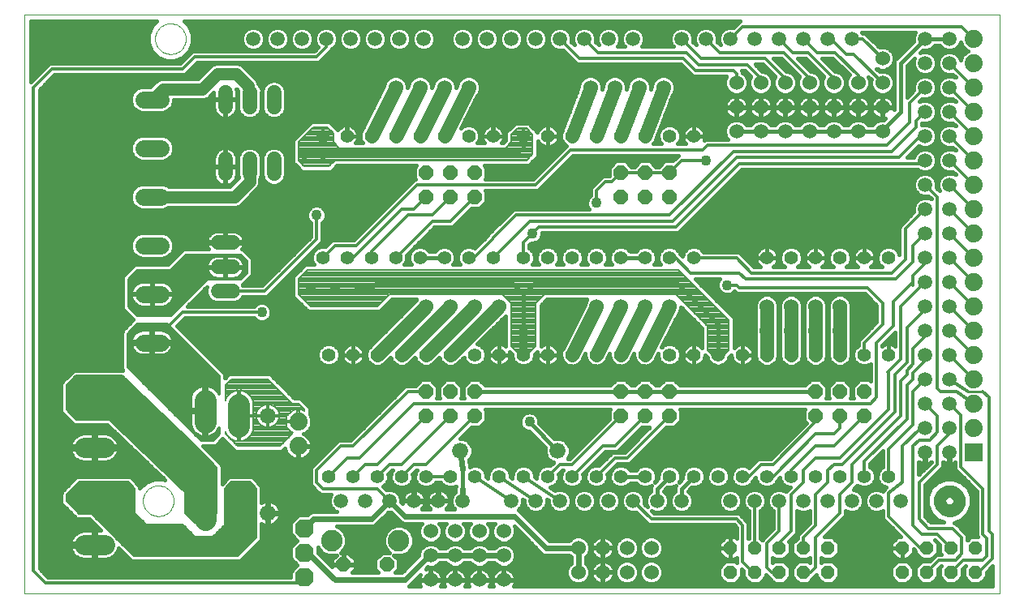
<source format=gbl>
G75*
G70*
%OFA0B0*%
%FSLAX24Y24*%
%IPPOS*%
%LPD*%
%AMOC8*
5,1,8,0,0,1.08239X$1,22.5*
%
%ADD10C,0.0000*%
%ADD11C,0.0512*%
%ADD12C,0.0600*%
%ADD13C,0.0600*%
%ADD14C,0.0660*%
%ADD15C,0.0591*%
%ADD16C,0.0709*%
%ADD17OC8,0.0600*%
%ADD18OC8,0.0760*%
%ADD19C,0.0906*%
%ADD20C,0.0825*%
%ADD21C,0.0560*%
%ADD22OC8,0.0560*%
%ADD23C,0.0551*%
%ADD24R,0.0740X0.0740*%
%ADD25C,0.0740*%
%ADD26C,0.0885*%
%ADD27C,0.0433*%
%ADD28C,0.0240*%
%ADD29C,0.0120*%
%ADD30C,0.0400*%
%ADD31C,0.0160*%
%ADD32C,0.0320*%
%ADD33C,0.0079*%
%ADD34C,0.0100*%
%ADD35C,0.0500*%
%ADD36C,0.0560*%
D10*
X001260Y000847D02*
X041317Y000847D01*
X041317Y024655D01*
X001260Y024655D01*
X001260Y000847D01*
X006130Y004659D02*
X006132Y004709D01*
X006138Y004759D01*
X006148Y004808D01*
X006162Y004856D01*
X006179Y004903D01*
X006200Y004948D01*
X006225Y004992D01*
X006253Y005033D01*
X006285Y005072D01*
X006319Y005109D01*
X006356Y005143D01*
X006396Y005173D01*
X006438Y005200D01*
X006482Y005224D01*
X006528Y005245D01*
X006575Y005261D01*
X006623Y005274D01*
X006673Y005283D01*
X006722Y005288D01*
X006773Y005289D01*
X006823Y005286D01*
X006872Y005279D01*
X006921Y005268D01*
X006969Y005253D01*
X007015Y005235D01*
X007060Y005213D01*
X007103Y005187D01*
X007144Y005158D01*
X007183Y005126D01*
X007219Y005091D01*
X007251Y005053D01*
X007281Y005013D01*
X007308Y004970D01*
X007331Y004926D01*
X007350Y004880D01*
X007366Y004832D01*
X007378Y004783D01*
X007386Y004734D01*
X007390Y004684D01*
X007390Y004634D01*
X007386Y004584D01*
X007378Y004535D01*
X007366Y004486D01*
X007350Y004438D01*
X007331Y004392D01*
X007308Y004348D01*
X007281Y004305D01*
X007251Y004265D01*
X007219Y004227D01*
X007183Y004192D01*
X007144Y004160D01*
X007103Y004131D01*
X007060Y004105D01*
X007015Y004083D01*
X006969Y004065D01*
X006921Y004050D01*
X006872Y004039D01*
X006823Y004032D01*
X006773Y004029D01*
X006722Y004030D01*
X006673Y004035D01*
X006623Y004044D01*
X006575Y004057D01*
X006528Y004073D01*
X006482Y004094D01*
X006438Y004118D01*
X006396Y004145D01*
X006356Y004175D01*
X006319Y004209D01*
X006285Y004246D01*
X006253Y004285D01*
X006225Y004326D01*
X006200Y004370D01*
X006179Y004415D01*
X006162Y004462D01*
X006148Y004510D01*
X006138Y004559D01*
X006132Y004609D01*
X006130Y004659D01*
X006630Y023659D02*
X006632Y023709D01*
X006638Y023759D01*
X006648Y023808D01*
X006662Y023856D01*
X006679Y023903D01*
X006700Y023948D01*
X006725Y023992D01*
X006753Y024033D01*
X006785Y024072D01*
X006819Y024109D01*
X006856Y024143D01*
X006896Y024173D01*
X006938Y024200D01*
X006982Y024224D01*
X007028Y024245D01*
X007075Y024261D01*
X007123Y024274D01*
X007173Y024283D01*
X007222Y024288D01*
X007273Y024289D01*
X007323Y024286D01*
X007372Y024279D01*
X007421Y024268D01*
X007469Y024253D01*
X007515Y024235D01*
X007560Y024213D01*
X007603Y024187D01*
X007644Y024158D01*
X007683Y024126D01*
X007719Y024091D01*
X007751Y024053D01*
X007781Y024013D01*
X007808Y023970D01*
X007831Y023926D01*
X007850Y023880D01*
X007866Y023832D01*
X007878Y023783D01*
X007886Y023734D01*
X007890Y023684D01*
X007890Y023634D01*
X007886Y023584D01*
X007878Y023535D01*
X007866Y023486D01*
X007850Y023438D01*
X007831Y023392D01*
X007808Y023348D01*
X007781Y023305D01*
X007751Y023265D01*
X007719Y023227D01*
X007683Y023192D01*
X007644Y023160D01*
X007603Y023131D01*
X007560Y023105D01*
X007515Y023083D01*
X007469Y023065D01*
X007421Y023050D01*
X007372Y023039D01*
X007323Y023032D01*
X007273Y023029D01*
X007222Y023030D01*
X007173Y023035D01*
X007123Y023044D01*
X007075Y023057D01*
X007028Y023073D01*
X006982Y023094D01*
X006938Y023118D01*
X006896Y023145D01*
X006856Y023175D01*
X006819Y023209D01*
X006785Y023246D01*
X006753Y023285D01*
X006725Y023326D01*
X006700Y023370D01*
X006679Y023415D01*
X006662Y023462D01*
X006648Y023510D01*
X006638Y023559D01*
X006632Y023609D01*
X006630Y023659D01*
X038630Y004659D02*
X038632Y004709D01*
X038638Y004759D01*
X038648Y004808D01*
X038662Y004856D01*
X038679Y004903D01*
X038700Y004948D01*
X038725Y004992D01*
X038753Y005033D01*
X038785Y005072D01*
X038819Y005109D01*
X038856Y005143D01*
X038896Y005173D01*
X038938Y005200D01*
X038982Y005224D01*
X039028Y005245D01*
X039075Y005261D01*
X039123Y005274D01*
X039173Y005283D01*
X039222Y005288D01*
X039273Y005289D01*
X039323Y005286D01*
X039372Y005279D01*
X039421Y005268D01*
X039469Y005253D01*
X039515Y005235D01*
X039560Y005213D01*
X039603Y005187D01*
X039644Y005158D01*
X039683Y005126D01*
X039719Y005091D01*
X039751Y005053D01*
X039781Y005013D01*
X039808Y004970D01*
X039831Y004926D01*
X039850Y004880D01*
X039866Y004832D01*
X039878Y004783D01*
X039886Y004734D01*
X039890Y004684D01*
X039890Y004634D01*
X039886Y004584D01*
X039878Y004535D01*
X039866Y004486D01*
X039850Y004438D01*
X039831Y004392D01*
X039808Y004348D01*
X039781Y004305D01*
X039751Y004265D01*
X039719Y004227D01*
X039683Y004192D01*
X039644Y004160D01*
X039603Y004131D01*
X039560Y004105D01*
X039515Y004083D01*
X039469Y004065D01*
X039421Y004050D01*
X039372Y004039D01*
X039323Y004032D01*
X039273Y004029D01*
X039222Y004030D01*
X039173Y004035D01*
X039123Y004044D01*
X039075Y004057D01*
X039028Y004073D01*
X038982Y004094D01*
X038938Y004118D01*
X038896Y004145D01*
X038856Y004175D01*
X038819Y004209D01*
X038785Y004246D01*
X038753Y004285D01*
X038725Y004326D01*
X038700Y004370D01*
X038679Y004415D01*
X038662Y004462D01*
X038648Y004510D01*
X038638Y004559D01*
X038632Y004609D01*
X038630Y004659D01*
D11*
X038866Y004659D02*
X038868Y004698D01*
X038874Y004737D01*
X038884Y004775D01*
X038897Y004812D01*
X038914Y004847D01*
X038934Y004881D01*
X038958Y004912D01*
X038985Y004941D01*
X039014Y004967D01*
X039046Y004990D01*
X039080Y005010D01*
X039116Y005026D01*
X039153Y005038D01*
X039192Y005047D01*
X039231Y005052D01*
X039270Y005053D01*
X039309Y005050D01*
X039348Y005043D01*
X039385Y005032D01*
X039422Y005018D01*
X039457Y005000D01*
X039490Y004979D01*
X039521Y004954D01*
X039549Y004927D01*
X039574Y004897D01*
X039596Y004864D01*
X039615Y004830D01*
X039630Y004794D01*
X039642Y004756D01*
X039650Y004718D01*
X039654Y004679D01*
X039654Y004639D01*
X039650Y004600D01*
X039642Y004562D01*
X039630Y004524D01*
X039615Y004488D01*
X039596Y004454D01*
X039574Y004421D01*
X039549Y004391D01*
X039521Y004364D01*
X039490Y004339D01*
X039457Y004318D01*
X039422Y004300D01*
X039385Y004286D01*
X039348Y004275D01*
X039309Y004268D01*
X039270Y004265D01*
X039231Y004266D01*
X039192Y004271D01*
X039153Y004280D01*
X039116Y004292D01*
X039080Y004308D01*
X039046Y004328D01*
X039014Y004351D01*
X038985Y004377D01*
X038958Y004406D01*
X038934Y004437D01*
X038914Y004471D01*
X038897Y004506D01*
X038884Y004543D01*
X038874Y004581D01*
X038868Y004620D01*
X038866Y004659D01*
D12*
X034760Y011659D03*
X033760Y011659D03*
X032760Y011659D03*
X031760Y011659D03*
X031760Y012659D03*
X032760Y012659D03*
X033760Y012659D03*
X034760Y012659D03*
X027760Y012659D03*
X026760Y012659D03*
X025760Y012659D03*
X024760Y012659D03*
X020760Y012659D03*
X019760Y012659D03*
X018760Y012659D03*
X017760Y012659D03*
X030510Y019847D03*
X031510Y019847D03*
X032510Y019847D03*
X033510Y019847D03*
X034510Y019847D03*
X035510Y019847D03*
X036510Y019847D03*
X036510Y020847D03*
X036510Y021847D03*
X035510Y021847D03*
X034510Y021847D03*
X033510Y021847D03*
X032510Y021847D03*
X031510Y021847D03*
X030510Y021847D03*
X030510Y020847D03*
X031510Y020847D03*
X032510Y020847D03*
X033510Y020847D03*
X034510Y020847D03*
X035510Y020847D03*
X036510Y022847D03*
X027510Y021659D03*
X026510Y021659D03*
X025510Y021659D03*
X024510Y021659D03*
X019510Y021659D03*
X018510Y021659D03*
X017510Y021659D03*
X016510Y021659D03*
X017947Y003409D03*
X017947Y002409D03*
X018947Y002409D03*
X019947Y002409D03*
X020947Y002409D03*
X020947Y003409D03*
X019947Y003409D03*
X018947Y003409D03*
X018947Y001409D03*
X019947Y001409D03*
X020947Y001409D03*
X017947Y001409D03*
X024010Y001722D03*
X025010Y001722D03*
X026010Y001722D03*
X027010Y001722D03*
X027010Y002722D03*
X026010Y002722D03*
X025010Y002722D03*
X024010Y002722D03*
D13*
X009810Y013284D02*
X009210Y013284D01*
X009210Y014284D02*
X009810Y014284D01*
X009810Y015284D02*
X009210Y015284D01*
X009510Y018109D02*
X009510Y018709D01*
X010510Y018709D02*
X010510Y018109D01*
X011510Y018109D02*
X011510Y018709D01*
X011510Y020859D02*
X011510Y021459D01*
X010510Y021459D02*
X010510Y020859D01*
X009510Y020859D02*
X009510Y021459D01*
D14*
X011260Y008159D03*
X011260Y004159D03*
X019170Y006710D03*
X023170Y006710D03*
D15*
X023260Y004659D03*
X024260Y004659D03*
X025260Y004659D03*
X026260Y004659D03*
X027260Y004659D03*
X028260Y004659D03*
X030260Y004659D03*
X031260Y004659D03*
X032260Y004659D03*
X033260Y004659D03*
X034260Y004659D03*
X035260Y004659D03*
X036260Y004659D03*
X037260Y004659D03*
X038260Y006659D03*
X039260Y006659D03*
X039260Y007659D03*
X038260Y007659D03*
X038260Y008659D03*
X039260Y008659D03*
X039260Y009659D03*
X038260Y009659D03*
X038260Y010659D03*
X039260Y010659D03*
X039260Y011659D03*
X038260Y011659D03*
X038260Y012659D03*
X039260Y012659D03*
X039260Y013659D03*
X038260Y013659D03*
X038260Y014659D03*
X039260Y014659D03*
X039260Y015659D03*
X038260Y015659D03*
X038260Y016659D03*
X039260Y016659D03*
X039260Y017659D03*
X038260Y017659D03*
X038260Y018659D03*
X039260Y018659D03*
X039260Y019659D03*
X038260Y019659D03*
X038260Y020659D03*
X039260Y020659D03*
X039260Y021659D03*
X038260Y021659D03*
X038260Y022659D03*
X039260Y022659D03*
X039260Y023659D03*
X038260Y023659D03*
X035260Y023659D03*
X034260Y023659D03*
X033260Y023659D03*
X032260Y023659D03*
X031260Y023659D03*
X030260Y023659D03*
X029260Y023659D03*
X028260Y023659D03*
X026260Y023659D03*
X025260Y023659D03*
X024260Y023659D03*
X023260Y023659D03*
X022260Y023659D03*
X021260Y023659D03*
X020260Y023659D03*
X019260Y023659D03*
X017660Y023659D03*
X016660Y023659D03*
X015660Y023659D03*
X014660Y023659D03*
X013660Y023659D03*
X012660Y023659D03*
X011660Y023659D03*
X010660Y023659D03*
X014260Y004659D03*
X015260Y004659D03*
X016260Y004659D03*
X017260Y004659D03*
X018260Y004659D03*
X019260Y004659D03*
X021260Y004659D03*
X022260Y004659D03*
D16*
X006864Y011159D02*
X006156Y011159D01*
X006156Y013159D02*
X006864Y013159D01*
X006864Y015159D02*
X006156Y015159D01*
X006156Y017159D02*
X006864Y017159D01*
X006864Y019159D02*
X006156Y019159D01*
X006156Y021159D02*
X006864Y021159D01*
D17*
X017760Y018159D03*
X018760Y018159D03*
X019760Y018159D03*
X019760Y017159D03*
X018760Y017159D03*
X017760Y017159D03*
X025760Y017159D03*
X026760Y017159D03*
X027760Y017159D03*
X027760Y018159D03*
X026760Y018159D03*
X025760Y018159D03*
X025760Y009159D03*
X026760Y009159D03*
X027760Y009159D03*
X027760Y008159D03*
X026760Y008159D03*
X025760Y008159D03*
X019760Y008159D03*
X018760Y008159D03*
X017760Y008159D03*
X017760Y009159D03*
X018760Y009159D03*
X019760Y009159D03*
X016150Y002044D03*
X014370Y002044D03*
X033760Y008159D03*
X034760Y008159D03*
X035760Y008159D03*
X035760Y009159D03*
X034760Y009159D03*
X033760Y009159D03*
D18*
X012760Y003534D03*
X012760Y002524D03*
X012760Y001524D03*
D19*
X010072Y003706D02*
X010072Y004612D01*
X008697Y004799D02*
X008697Y003894D01*
X008697Y007894D02*
X008697Y008799D01*
X010072Y008612D02*
X010072Y007706D01*
D20*
X004547Y006847D02*
X003722Y006847D01*
X003722Y004847D02*
X004547Y004847D01*
X004547Y002847D02*
X003722Y002847D01*
X003722Y008847D02*
X004547Y008847D01*
D21*
X031760Y014659D03*
X032760Y014659D03*
X033760Y014659D03*
X034760Y014659D03*
X035760Y014659D03*
X036760Y014659D03*
D22*
X037322Y002722D03*
X038322Y002722D03*
X039322Y002722D03*
X040322Y002722D03*
X040322Y001722D03*
X039322Y001722D03*
X038322Y001722D03*
X037322Y001722D03*
X034260Y001722D03*
X033260Y001722D03*
X032260Y001722D03*
X031260Y001722D03*
X030260Y001722D03*
X030260Y002722D03*
X031260Y002722D03*
X032260Y002722D03*
X033260Y002722D03*
X034260Y002722D03*
D23*
X034760Y005659D03*
X033760Y005659D03*
X032760Y005659D03*
X031760Y005659D03*
X030760Y005659D03*
X029760Y005659D03*
X028760Y005659D03*
X027760Y005659D03*
X026760Y005659D03*
X025760Y005659D03*
X024760Y005659D03*
X023760Y005659D03*
X022760Y005659D03*
X021760Y005659D03*
X020760Y005659D03*
X019760Y005659D03*
X018760Y005659D03*
X017760Y005659D03*
X016760Y005659D03*
X015760Y005659D03*
X014760Y005659D03*
X013760Y005659D03*
X013760Y010659D03*
X014760Y010659D03*
X015760Y010659D03*
X016760Y010659D03*
X017760Y010659D03*
X018760Y010659D03*
X019760Y010659D03*
X020760Y010659D03*
X021760Y010659D03*
X022760Y010659D03*
X023760Y010659D03*
X024760Y010659D03*
X025760Y010659D03*
X026760Y010659D03*
X027760Y010659D03*
X028760Y010659D03*
X029760Y010659D03*
X030760Y010659D03*
X031760Y010659D03*
X032760Y010659D03*
X033760Y010659D03*
X034760Y010659D03*
X035760Y010659D03*
X036760Y010659D03*
X036760Y005659D03*
X035760Y005659D03*
X028760Y014659D03*
X027760Y014659D03*
X026760Y014659D03*
X025760Y014659D03*
X024760Y014659D03*
X023760Y014659D03*
X022760Y014659D03*
X021760Y014659D03*
X020510Y014659D03*
X019510Y014659D03*
X018510Y014659D03*
X017510Y014659D03*
X016510Y014659D03*
X015510Y014659D03*
X014510Y014659D03*
X013510Y014659D03*
X013510Y019659D03*
X014510Y019659D03*
X015510Y019659D03*
X016510Y019659D03*
X017510Y019659D03*
X018510Y019659D03*
X019510Y019659D03*
X020510Y019659D03*
X021760Y019659D03*
X022760Y019659D03*
X023760Y019659D03*
X024760Y019659D03*
X025760Y019659D03*
X026760Y019659D03*
X027760Y019659D03*
X028760Y019659D03*
D24*
X040260Y006659D03*
D25*
X040260Y007659D03*
X040260Y008659D03*
X040260Y009659D03*
X040260Y010659D03*
X040260Y011659D03*
X040260Y012659D03*
X040260Y013659D03*
X040260Y014659D03*
X040260Y015659D03*
X040260Y016659D03*
X040260Y017659D03*
X040260Y018659D03*
X040260Y019659D03*
X040260Y020659D03*
X040260Y021659D03*
X040260Y022659D03*
X040260Y023659D03*
X012510Y007909D03*
X012510Y006909D03*
D26*
X013880Y003024D03*
X016640Y003024D03*
D27*
X022010Y007909D03*
X023760Y007909D03*
X028100Y007409D03*
X031760Y007909D03*
X030135Y013534D03*
X024760Y016909D03*
X024135Y018409D03*
X022135Y015659D03*
X015010Y013409D03*
X014010Y013409D03*
X013010Y013409D03*
X011010Y012409D03*
X013260Y016409D03*
X013510Y018909D03*
X012760Y018909D03*
X013260Y021159D03*
X008510Y022409D03*
X020135Y022659D03*
X029260Y018659D03*
D28*
X036510Y019847D02*
X036510Y019909D01*
X019170Y006710D02*
X019260Y005953D01*
X019260Y005159D02*
X019260Y004659D01*
X018260Y004659D02*
X017260Y004659D01*
X016885Y004034D02*
X016260Y004659D01*
X015510Y003909D01*
X013135Y003909D01*
X012760Y003534D01*
X012760Y002524D02*
X012895Y002524D01*
X014010Y001409D01*
X016885Y001409D01*
X017885Y002409D01*
X017947Y002409D01*
X018947Y002409D01*
X018947Y002409D01*
X019947Y002409D01*
X020947Y002409D01*
X021385Y004034D02*
X022697Y002722D01*
X024010Y002722D01*
X024010Y001722D01*
X021385Y004034D02*
X016885Y004034D01*
D29*
X016260Y004659D02*
X015760Y005159D01*
X013510Y005159D01*
X013260Y005409D01*
X013260Y005909D01*
X014260Y006909D01*
X014760Y006909D01*
X017010Y009159D01*
X017760Y009159D01*
X017260Y008659D02*
X015010Y006409D01*
X014510Y006409D01*
X013760Y005659D01*
X014760Y005659D02*
X015260Y006159D01*
X015760Y006159D01*
X017760Y008159D01*
X017260Y008659D02*
X036010Y008659D01*
X036260Y008909D01*
X036260Y011159D01*
X036947Y011847D01*
X036947Y012847D01*
X037760Y013659D01*
X037760Y013909D01*
X038260Y014409D01*
X038260Y014659D01*
X037760Y014472D02*
X037760Y015159D01*
X038260Y015659D01*
X037447Y015847D02*
X038260Y016659D01*
X038760Y017159D02*
X038760Y009284D01*
X038885Y009159D01*
X039572Y009159D01*
X040260Y008659D01*
X039730Y008189D02*
X039730Y006064D01*
X040635Y005159D01*
X040635Y003284D01*
X040795Y003124D01*
X040795Y002379D01*
X040635Y002219D01*
X039820Y002219D01*
X039322Y001722D01*
X039510Y002219D02*
X038820Y002219D01*
X038322Y001722D01*
X039510Y002219D02*
X039760Y002469D01*
X039760Y003159D01*
X039385Y003534D01*
X038385Y003534D01*
X038010Y003909D01*
X038010Y005409D01*
X038760Y006159D01*
X038760Y006909D01*
X039260Y007409D01*
X039260Y007659D01*
X038760Y007472D02*
X038447Y007159D01*
X038010Y007159D01*
X037760Y006909D01*
X037760Y003659D01*
X038135Y003284D01*
X038760Y003284D01*
X039322Y002722D01*
X038322Y002722D02*
X038072Y002722D01*
X036760Y004034D01*
X036760Y004972D01*
X037322Y005409D01*
X037322Y006909D01*
X038010Y007597D01*
X038197Y007597D01*
X038260Y007659D01*
X038760Y007472D02*
X038760Y008159D01*
X038260Y008659D01*
X037760Y009159D02*
X038260Y009659D01*
X037760Y009659D02*
X037510Y009409D01*
X037510Y008034D01*
X035760Y006284D01*
X035760Y005659D01*
X035260Y005409D02*
X035260Y006159D01*
X037260Y008159D01*
X037260Y009597D01*
X037510Y009847D01*
X037510Y010034D01*
X037760Y010284D01*
X037760Y010909D01*
X038260Y011409D01*
X038260Y011659D01*
X037510Y011784D02*
X037510Y010347D01*
X037010Y009847D01*
X037010Y008309D01*
X034860Y006159D01*
X034510Y006159D01*
X034260Y005909D01*
X034260Y005409D01*
X033760Y004909D01*
X033760Y003659D01*
X033260Y003159D01*
X033260Y002722D01*
X033760Y003159D02*
X034760Y004159D01*
X034760Y004909D01*
X035260Y005409D01*
X036760Y005659D02*
X036760Y006784D01*
X037760Y007784D01*
X037760Y009159D01*
X037760Y009659D02*
X037760Y009909D01*
X038197Y010347D01*
X038197Y010597D01*
X038260Y010659D01*
X039260Y010659D02*
X040260Y009659D01*
X040260Y009659D01*
X040010Y009159D02*
X039260Y009659D01*
X040635Y009159D02*
X040885Y008909D01*
X040885Y003409D01*
X041010Y003284D01*
X041010Y002284D01*
X040447Y001722D01*
X040322Y001722D01*
X033760Y001909D02*
X033572Y001722D01*
X033260Y001722D01*
X033760Y001909D02*
X033760Y003159D01*
X032760Y003409D02*
X032760Y004909D01*
X033260Y005409D01*
X033260Y005909D01*
X033760Y006409D01*
X034760Y006409D01*
X036760Y008409D01*
X036760Y009909D01*
X036729Y009940D01*
X037260Y010472D01*
X037260Y012659D01*
X038260Y013659D01*
X037760Y013659D02*
X037760Y013534D01*
X037072Y013784D02*
X030885Y013784D01*
X030635Y014034D01*
X028635Y014034D01*
X028010Y014659D01*
X027760Y014659D01*
X028760Y014659D02*
X030510Y014659D01*
X031135Y014034D01*
X036885Y014034D01*
X037447Y014597D01*
X037447Y015847D01*
X035760Y015159D02*
X035760Y014659D01*
X035760Y015159D02*
X033760Y015159D01*
X031760Y015159D01*
X031760Y014659D01*
X031760Y014784D01*
X030510Y013534D02*
X030135Y013534D01*
X030510Y013534D02*
X030635Y013409D01*
X035885Y013409D01*
X036510Y012784D01*
X036510Y011909D01*
X035760Y011159D01*
X035760Y010659D01*
X037510Y011784D02*
X038260Y012534D01*
X038260Y012659D01*
X039260Y012659D02*
X040260Y011659D01*
X040260Y011659D01*
X040260Y010659D02*
X039260Y011659D01*
X040260Y010659D02*
X040260Y010659D01*
X040260Y012659D02*
X040260Y012659D01*
X039260Y013659D01*
X040260Y013659D02*
X039260Y014659D01*
X040260Y014659D02*
X040260Y014659D01*
X039260Y015659D01*
X040260Y015659D02*
X040260Y015659D01*
X039260Y016659D01*
X038760Y017159D02*
X038260Y017659D01*
X039260Y017659D02*
X040260Y016659D01*
X040260Y016659D01*
X040260Y017659D02*
X040260Y017659D01*
X039260Y018659D01*
X040260Y018659D02*
X040260Y018659D01*
X039260Y019659D01*
X040260Y019659D02*
X040260Y019659D01*
X039260Y020659D01*
X040260Y020659D02*
X040260Y020659D01*
X039260Y021659D01*
X040260Y021659D02*
X040260Y021659D01*
X039260Y022659D01*
X040260Y023659D02*
X040260Y023659D01*
X039760Y024159D01*
X030760Y024159D01*
X030260Y023659D01*
X029822Y023097D02*
X029260Y023659D01*
X029822Y023097D02*
X032447Y023097D01*
X033510Y022034D01*
X033510Y021847D01*
X034510Y021847D02*
X034510Y022034D01*
X033447Y023097D01*
X032822Y023097D01*
X032260Y023659D01*
X033260Y023659D02*
X033822Y023097D01*
X034572Y023097D01*
X035510Y022159D01*
X035510Y021847D01*
X036510Y021847D02*
X035322Y023034D01*
X035010Y023034D01*
X034385Y023659D01*
X034260Y023659D01*
X035260Y023659D02*
X035697Y023659D01*
X036510Y022847D01*
X038260Y021659D02*
X037635Y021034D01*
X037635Y020222D01*
X036697Y019284D01*
X029322Y019284D01*
X029135Y019097D01*
X023697Y019097D01*
X022260Y017659D01*
X017385Y017659D01*
X014885Y015159D01*
X014010Y015159D01*
X013510Y014659D01*
X014510Y014659D02*
X014760Y014659D01*
X016760Y016659D01*
X017260Y016659D01*
X017760Y017159D01*
X018010Y016409D02*
X018760Y017159D01*
X018760Y016159D02*
X019760Y017159D01*
X020510Y015472D02*
X021447Y016409D01*
X027760Y016409D01*
X030385Y019034D01*
X036885Y019034D01*
X037885Y020034D01*
X037885Y020284D01*
X038260Y020659D01*
X038260Y019659D02*
X038072Y019659D01*
X037197Y018784D01*
X030510Y018784D01*
X027885Y016159D01*
X022010Y016159D01*
X020510Y014659D01*
X021760Y014659D02*
X021760Y015284D01*
X022135Y015659D01*
X022385Y015909D01*
X028010Y015909D01*
X030635Y018534D01*
X038135Y018534D01*
X038260Y018659D01*
X036510Y019847D02*
X036510Y019847D01*
X032510Y021847D02*
X032510Y022034D01*
X031697Y022847D01*
X029072Y022847D01*
X028260Y023659D01*
X028447Y023097D02*
X028947Y022597D01*
X030947Y022597D01*
X031510Y022034D01*
X031510Y021847D01*
X030510Y021847D02*
X030510Y022222D01*
X030385Y022347D01*
X028822Y022347D01*
X028322Y022847D01*
X024072Y022847D01*
X023260Y023659D01*
X024260Y023659D02*
X024822Y023097D01*
X028447Y023097D01*
X021760Y019159D02*
X021510Y018909D01*
X013510Y018909D01*
X012760Y018909D01*
X013260Y016409D02*
X013260Y015409D01*
X011135Y013284D01*
X009510Y013284D01*
X011010Y012409D02*
X007760Y012409D01*
X007135Y011784D01*
X007173Y011871D02*
X005847Y011871D01*
X005885Y011909D02*
X007135Y011909D01*
X009260Y009784D01*
X009260Y009045D01*
X009221Y009121D01*
X009165Y009199D01*
X009096Y009267D01*
X009018Y009323D01*
X008933Y009367D01*
X008841Y009397D01*
X008755Y009411D01*
X008755Y008405D01*
X008639Y008405D01*
X008639Y009411D01*
X008554Y009397D01*
X008462Y009367D01*
X008376Y009323D01*
X008298Y009267D01*
X008230Y009199D01*
X008173Y009121D01*
X008129Y009035D01*
X008100Y008943D01*
X008085Y008848D01*
X008085Y008405D01*
X008639Y008405D01*
X008639Y008288D01*
X008755Y008288D01*
X008755Y007283D01*
X008841Y007296D01*
X008933Y007326D01*
X009018Y007370D01*
X009096Y007426D01*
X009165Y007495D01*
X009221Y007573D01*
X009260Y007648D01*
X009260Y007409D01*
X009010Y007159D01*
X008510Y007159D01*
X005510Y010159D01*
X005510Y011534D01*
X005885Y011909D01*
X005728Y011753D02*
X007291Y011753D01*
X007410Y011634D02*
X007065Y011634D01*
X007062Y011636D02*
X006985Y011661D01*
X006905Y011673D01*
X006568Y011673D01*
X006568Y011217D01*
X007376Y011217D01*
X007366Y011280D01*
X007341Y011357D01*
X007304Y011429D01*
X007256Y011494D01*
X007199Y011551D01*
X007134Y011599D01*
X007062Y011636D01*
X007235Y011516D02*
X007528Y011516D01*
X007647Y011397D02*
X007320Y011397D01*
X007366Y011278D02*
X007766Y011278D01*
X007884Y011160D02*
X006568Y011160D01*
X006568Y011217D02*
X006568Y011101D01*
X007376Y011101D01*
X007366Y011039D01*
X007341Y010962D01*
X007304Y010890D01*
X007256Y010824D01*
X007199Y010767D01*
X007134Y010719D01*
X007062Y010682D01*
X006985Y010657D01*
X006905Y010645D01*
X006568Y010645D01*
X006568Y011101D01*
X006452Y011101D01*
X006452Y010645D01*
X006115Y010645D01*
X006035Y010657D01*
X005958Y010682D01*
X005886Y010719D01*
X005820Y010767D01*
X005763Y010824D01*
X005716Y010890D01*
X005679Y010962D01*
X005654Y011039D01*
X005644Y011101D01*
X006451Y011101D01*
X006451Y011217D01*
X005644Y011217D01*
X005654Y011280D01*
X005679Y011357D01*
X005716Y011429D01*
X005763Y011494D01*
X005820Y011551D01*
X005886Y011599D01*
X005958Y011636D01*
X006035Y011661D01*
X006115Y011673D01*
X006452Y011673D01*
X006452Y011217D01*
X006568Y011217D01*
X006568Y011278D02*
X006452Y011278D01*
X006451Y011160D02*
X005510Y011160D01*
X005510Y011278D02*
X005654Y011278D01*
X005699Y011397D02*
X005510Y011397D01*
X005510Y011516D02*
X005785Y011516D01*
X005955Y011634D02*
X005610Y011634D01*
X006452Y011634D02*
X006568Y011634D01*
X006568Y011516D02*
X006452Y011516D01*
X006452Y011397D02*
X006568Y011397D01*
X006568Y011041D02*
X006452Y011041D01*
X006452Y010923D02*
X006568Y010923D01*
X006568Y010804D02*
X006452Y010804D01*
X006452Y010686D02*
X006568Y010686D01*
X007068Y010686D02*
X008358Y010686D01*
X008240Y010804D02*
X007237Y010804D01*
X007321Y010923D02*
X008121Y010923D01*
X008003Y011041D02*
X007366Y011041D01*
X008477Y010567D02*
X005510Y010567D01*
X005510Y010449D02*
X008595Y010449D01*
X008714Y010330D02*
X005510Y010330D01*
X005510Y010212D02*
X008832Y010212D01*
X008951Y010093D02*
X005576Y010093D01*
X005695Y009974D02*
X009070Y009974D01*
X009188Y009856D02*
X005813Y009856D01*
X005932Y009737D02*
X009260Y009737D01*
X009260Y009619D02*
X006050Y009619D01*
X006169Y009500D02*
X009260Y009500D01*
X009260Y009382D02*
X008888Y009382D01*
X008755Y009382D02*
X008639Y009382D01*
X008639Y009263D02*
X008755Y009263D01*
X008755Y009145D02*
X008639Y009145D01*
X008639Y009026D02*
X008755Y009026D01*
X008755Y008908D02*
X008639Y008908D01*
X008639Y008789D02*
X008755Y008789D01*
X008755Y008670D02*
X008639Y008670D01*
X008639Y008552D02*
X008755Y008552D01*
X008755Y008433D02*
X008639Y008433D01*
X008639Y008315D02*
X007354Y008315D01*
X007236Y008433D02*
X008085Y008433D01*
X008085Y008552D02*
X007117Y008552D01*
X006999Y008670D02*
X008085Y008670D01*
X008085Y008789D02*
X006880Y008789D01*
X006761Y008908D02*
X008094Y008908D01*
X008127Y009026D02*
X006643Y009026D01*
X006524Y009145D02*
X008191Y009145D01*
X008295Y009263D02*
X006406Y009263D01*
X006287Y009382D02*
X008507Y009382D01*
X009100Y009263D02*
X009260Y009263D01*
X009260Y009145D02*
X009204Y009145D01*
X008639Y008288D02*
X008085Y008288D01*
X008085Y007846D01*
X008100Y007750D01*
X008129Y007659D01*
X008173Y007573D01*
X008230Y007495D01*
X008298Y007426D01*
X008376Y007370D01*
X008462Y007326D01*
X008554Y007296D01*
X008639Y007283D01*
X008639Y008288D01*
X008639Y008196D02*
X008755Y008196D01*
X008755Y008078D02*
X008639Y008078D01*
X008639Y007959D02*
X008755Y007959D01*
X008755Y007841D02*
X008639Y007841D01*
X008639Y007722D02*
X008755Y007722D01*
X008755Y007604D02*
X008639Y007604D01*
X008639Y007485D02*
X008755Y007485D01*
X008755Y007366D02*
X008639Y007366D01*
X008421Y007248D02*
X009099Y007248D01*
X009012Y007366D02*
X009217Y007366D01*
X009260Y007485D02*
X009155Y007485D01*
X009237Y007604D02*
X009260Y007604D01*
X008383Y007366D02*
X008302Y007366D01*
X008240Y007485D02*
X008184Y007485D01*
X008157Y007604D02*
X008065Y007604D01*
X008109Y007722D02*
X007947Y007722D01*
X007828Y007841D02*
X008085Y007841D01*
X008085Y007959D02*
X007710Y007959D01*
X007591Y008078D02*
X008085Y008078D01*
X008085Y008196D02*
X007473Y008196D01*
X007164Y007959D02*
X004838Y007959D01*
X004760Y008034D02*
X003385Y008034D01*
X003010Y008409D01*
X003010Y009409D01*
X003385Y009784D01*
X005260Y009784D01*
X008260Y006909D01*
X009135Y006034D01*
X009135Y004159D01*
X008885Y003784D01*
X008260Y003784D01*
X007885Y004159D01*
X007885Y005034D01*
X004760Y008034D01*
X004961Y007841D02*
X007288Y007841D01*
X007411Y007722D02*
X005085Y007722D01*
X005208Y007604D02*
X007535Y007604D01*
X007659Y007485D02*
X005332Y007485D01*
X005455Y007366D02*
X007783Y007366D01*
X007906Y007248D02*
X005579Y007248D01*
X005702Y007129D02*
X008030Y007129D01*
X008154Y007011D02*
X005826Y007011D01*
X005949Y006892D02*
X008277Y006892D01*
X008395Y006774D02*
X006073Y006774D01*
X006196Y006655D02*
X008514Y006655D01*
X008632Y006537D02*
X006320Y006537D01*
X006443Y006418D02*
X008751Y006418D01*
X008869Y006300D02*
X006567Y006300D01*
X006690Y006181D02*
X008988Y006181D01*
X009106Y006063D02*
X006814Y006063D01*
X006937Y005944D02*
X009135Y005944D01*
X009135Y005825D02*
X007061Y005825D01*
X007184Y005707D02*
X009135Y005707D01*
X009135Y005588D02*
X007308Y005588D01*
X007431Y005470D02*
X009135Y005470D01*
X009135Y005351D02*
X007555Y005351D01*
X007678Y005233D02*
X009135Y005233D01*
X009135Y005114D02*
X007801Y005114D01*
X007885Y004996D02*
X009135Y004996D01*
X009135Y004877D02*
X007885Y004877D01*
X007885Y004759D02*
X009135Y004759D01*
X009135Y004640D02*
X007885Y004640D01*
X007885Y004521D02*
X009135Y004521D01*
X009135Y004403D02*
X007885Y004403D01*
X007885Y004284D02*
X009135Y004284D01*
X009135Y004166D02*
X007885Y004166D01*
X007997Y004047D02*
X009060Y004047D01*
X008981Y003929D02*
X008115Y003929D01*
X008234Y003810D02*
X008902Y003810D01*
X009305Y003455D02*
X010760Y003455D01*
X010760Y003573D02*
X009424Y003573D01*
X009510Y003659D02*
X009510Y005159D01*
X009760Y005409D01*
X010510Y005409D01*
X010760Y005159D01*
X010760Y003159D01*
X010010Y002409D01*
X005760Y002409D01*
X005018Y003151D01*
X005015Y003159D01*
X004860Y003314D01*
X004852Y003317D01*
X004010Y004159D01*
X003510Y004159D01*
X003010Y004659D01*
X003010Y004909D01*
X003510Y005409D01*
X005510Y005409D01*
X005760Y005159D01*
X005760Y004159D01*
X006260Y003659D01*
X007760Y003659D01*
X008260Y003159D01*
X009010Y003159D01*
X009510Y003659D01*
X009510Y003692D02*
X010760Y003692D01*
X010760Y003810D02*
X009510Y003810D01*
X009510Y003929D02*
X010760Y003929D01*
X010760Y004047D02*
X009510Y004047D01*
X009510Y004166D02*
X010760Y004166D01*
X010760Y004284D02*
X009510Y004284D01*
X009510Y004403D02*
X010760Y004403D01*
X010760Y004521D02*
X009510Y004521D01*
X009510Y004640D02*
X010760Y004640D01*
X010760Y004759D02*
X009510Y004759D01*
X009510Y004877D02*
X010760Y004877D01*
X010760Y004996D02*
X009510Y004996D01*
X009510Y005114D02*
X010760Y005114D01*
X010686Y005233D02*
X009583Y005233D01*
X009702Y005351D02*
X010568Y005351D01*
X007964Y003455D02*
X004714Y003455D01*
X004596Y003573D02*
X007846Y003573D01*
X008083Y003336D02*
X004833Y003336D01*
X004956Y003217D02*
X008201Y003217D01*
X009068Y003217D02*
X010760Y003217D01*
X010760Y003336D02*
X009187Y003336D01*
X010107Y002506D02*
X005663Y002506D01*
X005544Y002625D02*
X010225Y002625D01*
X010344Y002743D02*
X005426Y002743D01*
X005307Y002862D02*
X010463Y002862D01*
X010581Y002980D02*
X005189Y002980D01*
X005070Y003099D02*
X010700Y003099D01*
X012520Y001284D02*
X012760Y001524D01*
X012520Y001284D02*
X002135Y001284D01*
X001635Y001784D01*
X001635Y021659D01*
X002385Y022409D01*
X007760Y022409D01*
X008260Y022909D01*
X013260Y022909D01*
X013660Y023309D01*
X013660Y023659D01*
X020010Y022409D02*
X020135Y022534D01*
X020135Y022659D01*
X025385Y017784D02*
X025760Y018159D01*
X026760Y018159D01*
X027760Y018159D01*
X028260Y018659D01*
X029260Y018659D01*
X025385Y017784D02*
X025135Y017784D01*
X024760Y017409D01*
X024760Y016909D01*
X018760Y016159D02*
X018010Y016159D01*
X016510Y014659D01*
X015510Y014659D02*
X015510Y014909D01*
X017010Y016409D01*
X018010Y016409D01*
X005952Y010686D02*
X005510Y010686D01*
X005510Y010804D02*
X005783Y010804D01*
X005699Y010923D02*
X005510Y010923D01*
X005510Y011041D02*
X005653Y011041D01*
X005309Y009737D02*
X003338Y009737D01*
X003220Y009619D02*
X005432Y009619D01*
X005556Y009500D02*
X003101Y009500D01*
X003010Y009382D02*
X005680Y009382D01*
X005803Y009263D02*
X003010Y009263D01*
X003010Y009145D02*
X005927Y009145D01*
X006051Y009026D02*
X003010Y009026D01*
X003010Y008908D02*
X006175Y008908D01*
X006298Y008789D02*
X003010Y008789D01*
X003010Y008670D02*
X006422Y008670D01*
X006546Y008552D02*
X003010Y008552D01*
X003010Y008433D02*
X006669Y008433D01*
X006793Y008315D02*
X003104Y008315D01*
X003223Y008196D02*
X006917Y008196D01*
X007040Y008078D02*
X003341Y008078D01*
X003452Y005351D02*
X005568Y005351D01*
X005686Y005233D02*
X003333Y005233D01*
X003215Y005114D02*
X005760Y005114D01*
X005760Y004996D02*
X003096Y004996D01*
X003010Y004877D02*
X005760Y004877D01*
X005760Y004759D02*
X003010Y004759D01*
X003029Y004640D02*
X005760Y004640D01*
X005760Y004521D02*
X003148Y004521D01*
X003266Y004403D02*
X005760Y004403D01*
X005760Y004284D02*
X003385Y004284D01*
X003503Y004166D02*
X005760Y004166D01*
X005872Y004047D02*
X004122Y004047D01*
X004240Y003929D02*
X005990Y003929D01*
X006109Y003810D02*
X004359Y003810D01*
X004477Y003692D02*
X006227Y003692D01*
X015760Y005659D02*
X016260Y006159D01*
X016760Y006159D01*
X018760Y008159D01*
X019760Y008159D02*
X017760Y006159D01*
X017260Y006159D01*
X016760Y005659D01*
X017760Y005659D02*
X018760Y005659D01*
X019760Y005659D02*
X021260Y004659D01*
X022260Y004659D02*
X020760Y005659D01*
X021760Y005659D02*
X023260Y004659D01*
X023760Y005659D02*
X025010Y006909D01*
X025510Y006909D01*
X026760Y008159D01*
X027760Y008159D02*
X026010Y006409D01*
X025510Y006409D01*
X024760Y005659D01*
X023760Y006159D02*
X023260Y006159D01*
X022760Y005659D01*
X023760Y006159D02*
X025760Y008159D01*
X028100Y007409D02*
X031260Y007409D01*
X031760Y007909D01*
X032010Y006159D02*
X033760Y007909D01*
X033760Y008159D01*
X033760Y007409D02*
X034510Y007409D01*
X034760Y007659D01*
X034760Y008159D01*
X033760Y007409D02*
X032010Y005659D01*
X031760Y005659D01*
X031510Y006159D02*
X031010Y005659D01*
X030760Y005659D01*
X031510Y006159D02*
X032010Y006159D01*
X032760Y005909D02*
X032760Y005659D01*
X032760Y005909D02*
X033760Y006909D01*
X034510Y006909D01*
X035760Y008159D01*
X039260Y008659D02*
X039730Y008189D01*
X032260Y004659D02*
X032260Y003409D01*
X031760Y002909D01*
X031760Y001909D01*
X031947Y001722D01*
X032260Y001722D01*
X031260Y001722D02*
X031197Y001722D01*
X030760Y002159D01*
X030760Y003659D01*
X030510Y003909D01*
X027010Y003909D01*
X026260Y004659D01*
X027260Y004659D02*
X027260Y004659D01*
X028260Y004659D02*
X028260Y004659D01*
X031260Y004659D02*
X031260Y002722D01*
X032260Y002722D02*
X032260Y002909D01*
X032760Y003409D01*
X037072Y013784D02*
X037760Y014472D01*
X033760Y014659D02*
X033760Y015159D01*
D30*
X020760Y010659D02*
X020760Y010659D01*
D31*
X020769Y010650D02*
X020769Y010668D01*
X021215Y010668D01*
X021215Y010695D01*
X021204Y010766D01*
X021198Y010786D01*
X021304Y010679D01*
X021304Y010568D01*
X021374Y010401D01*
X021502Y010273D01*
X021669Y010204D01*
X021850Y010204D01*
X022018Y010273D01*
X022146Y010401D01*
X022215Y010568D01*
X022215Y010679D01*
X022322Y010786D01*
X022315Y010766D01*
X022304Y010695D01*
X022304Y010668D01*
X022751Y010668D01*
X022751Y011115D01*
X022724Y011115D01*
X022653Y011103D01*
X022585Y011081D01*
X022521Y011049D01*
X022479Y011018D01*
X022479Y012693D01*
X022726Y012940D01*
X024362Y012940D01*
X024353Y012931D01*
X024280Y012755D01*
X024280Y012728D01*
X023376Y010919D01*
X023374Y010917D01*
X023369Y010906D01*
X023307Y010783D01*
X023305Y010752D01*
X023304Y010750D01*
X023304Y010737D01*
X023295Y010600D01*
X023304Y010571D01*
X023304Y010568D01*
X023309Y010557D01*
X023352Y010427D01*
X023373Y010404D01*
X023374Y010401D01*
X023382Y010393D01*
X023472Y010289D01*
X023500Y010275D01*
X023502Y010273D01*
X023513Y010268D01*
X023636Y010207D01*
X023667Y010205D01*
X023669Y010204D01*
X023682Y010204D01*
X023819Y010194D01*
X023848Y010204D01*
X023850Y010204D01*
X023862Y010208D01*
X023992Y010252D01*
X024015Y010272D01*
X024018Y010273D01*
X024026Y010281D01*
X024130Y010372D01*
X024144Y010399D01*
X024146Y010401D01*
X024151Y010412D01*
X024303Y010717D01*
X024295Y010600D01*
X024304Y010571D01*
X024304Y010568D01*
X024309Y010557D01*
X024352Y010427D01*
X024373Y010404D01*
X024374Y010401D01*
X024382Y010393D01*
X024472Y010289D01*
X024500Y010275D01*
X024502Y010273D01*
X024513Y010268D01*
X024636Y010207D01*
X024667Y010205D01*
X024669Y010204D01*
X024682Y010204D01*
X024819Y010194D01*
X024848Y010204D01*
X024850Y010204D01*
X024862Y010208D01*
X024992Y010252D01*
X025015Y010272D01*
X025018Y010273D01*
X025026Y010281D01*
X025130Y010372D01*
X025144Y010399D01*
X025146Y010401D01*
X025151Y010412D01*
X025303Y010717D01*
X025295Y010600D01*
X025304Y010571D01*
X025304Y010568D01*
X025309Y010557D01*
X025352Y010427D01*
X025373Y010404D01*
X025374Y010401D01*
X025382Y010393D01*
X025472Y010289D01*
X025500Y010275D01*
X025502Y010273D01*
X025513Y010268D01*
X025636Y010207D01*
X025667Y010205D01*
X025669Y010204D01*
X025682Y010204D01*
X025819Y010194D01*
X025848Y010204D01*
X025850Y010204D01*
X025862Y010208D01*
X025992Y010252D01*
X026015Y010272D01*
X026018Y010273D01*
X026026Y010281D01*
X026130Y010372D01*
X026144Y010399D01*
X026146Y010401D01*
X026151Y010412D01*
X026303Y010717D01*
X026295Y010600D01*
X026304Y010571D01*
X026304Y010568D01*
X026309Y010557D01*
X026352Y010427D01*
X026373Y010404D01*
X026374Y010401D01*
X026382Y010393D01*
X026472Y010289D01*
X026500Y010275D01*
X026502Y010273D01*
X026513Y010268D01*
X026636Y010207D01*
X026667Y010205D01*
X026669Y010204D01*
X026682Y010204D01*
X026819Y010194D01*
X026848Y010204D01*
X026850Y010204D01*
X026862Y010208D01*
X026992Y010252D01*
X027015Y010272D01*
X027018Y010273D01*
X027026Y010281D01*
X027130Y010372D01*
X027144Y010399D01*
X027146Y010401D01*
X027151Y010412D01*
X027304Y010720D01*
X027304Y010568D01*
X027374Y010401D01*
X027502Y010273D01*
X027669Y010204D01*
X027850Y010204D01*
X028018Y010273D01*
X028146Y010401D01*
X028215Y010568D01*
X028215Y010750D01*
X028146Y010917D01*
X028018Y011045D01*
X027850Y011115D01*
X027669Y011115D01*
X027502Y011045D01*
X027433Y010976D01*
X028110Y012330D01*
X028167Y012387D01*
X028240Y012564D01*
X028240Y012619D01*
X029103Y011756D01*
X029103Y010960D01*
X029057Y011007D01*
X028999Y011049D01*
X028935Y011081D01*
X028867Y011103D01*
X028796Y011115D01*
X028768Y011115D01*
X028768Y010668D01*
X028751Y010668D01*
X028751Y011115D01*
X028724Y011115D01*
X028653Y011103D01*
X028585Y011081D01*
X028521Y011049D01*
X028463Y011007D01*
X028412Y010956D01*
X028370Y010898D01*
X028338Y010834D01*
X028315Y010766D01*
X028304Y010695D01*
X028304Y010668D01*
X028751Y010668D01*
X028751Y010650D01*
X028768Y010650D01*
X028768Y010204D01*
X028796Y010204D01*
X028867Y010215D01*
X028935Y010237D01*
X028999Y010269D01*
X029057Y010312D01*
X029107Y010362D01*
X029149Y010420D01*
X029182Y010484D01*
X029204Y010552D01*
X029215Y010623D01*
X029215Y010643D01*
X029231Y010627D01*
X029231Y010627D01*
X029314Y010545D01*
X029374Y010401D01*
X029502Y010273D01*
X029645Y010213D01*
X029669Y010190D01*
X029851Y010190D01*
X029874Y010213D01*
X030018Y010273D01*
X030146Y010401D01*
X030205Y010545D01*
X030288Y010627D01*
X030304Y010643D01*
X030304Y010623D01*
X030315Y010552D01*
X030338Y010484D01*
X030370Y010420D01*
X030412Y010362D01*
X030463Y010312D01*
X030521Y010269D01*
X030585Y010237D01*
X030653Y010215D01*
X030724Y010204D01*
X030751Y010204D01*
X030751Y010650D01*
X030768Y010650D01*
X030768Y010204D01*
X030796Y010204D01*
X030867Y010215D01*
X030935Y010237D01*
X030999Y010269D01*
X031057Y010312D01*
X031107Y010362D01*
X031149Y010420D01*
X031182Y010484D01*
X031204Y010552D01*
X031215Y010623D01*
X031215Y010650D01*
X030769Y010650D01*
X030769Y010668D01*
X031215Y010668D01*
X031215Y010695D01*
X031204Y010766D01*
X031182Y010834D01*
X031149Y010898D01*
X031107Y010956D01*
X031057Y011007D01*
X030999Y011049D01*
X030935Y011081D01*
X030867Y011103D01*
X030796Y011115D01*
X030768Y011115D01*
X030768Y010668D01*
X030751Y010668D01*
X030751Y011115D01*
X030724Y011115D01*
X030653Y011103D01*
X030585Y011081D01*
X030521Y011049D01*
X030463Y011007D01*
X030417Y010960D01*
X030417Y012006D01*
X030417Y012188D01*
X030385Y012219D01*
X030288Y012316D01*
X028810Y013794D01*
X029834Y013794D01*
X029799Y013759D01*
X029738Y013613D01*
X029738Y013455D01*
X029799Y013309D01*
X029910Y013198D01*
X030056Y013138D01*
X030214Y013138D01*
X030359Y013198D01*
X030433Y013272D01*
X030499Y013206D01*
X030587Y013169D01*
X030683Y013169D01*
X035785Y013169D01*
X036270Y012685D01*
X036270Y012009D01*
X035624Y011363D01*
X035556Y011295D01*
X035520Y011207D01*
X035520Y011053D01*
X035502Y011045D01*
X035374Y010917D01*
X035304Y010750D01*
X035304Y010568D01*
X035374Y010401D01*
X035502Y010273D01*
X035669Y010204D01*
X035850Y010204D01*
X036018Y010273D01*
X036020Y010275D01*
X036020Y009578D01*
X035959Y009639D01*
X035561Y009639D01*
X035280Y009358D01*
X035280Y008960D01*
X035341Y008899D01*
X035179Y008899D01*
X035240Y008960D01*
X035240Y009358D01*
X034959Y009639D01*
X034561Y009639D01*
X034280Y009358D01*
X034280Y008960D01*
X034341Y008899D01*
X034179Y008899D01*
X034240Y008960D01*
X034240Y009358D01*
X033959Y009639D01*
X033561Y009639D01*
X033341Y009419D01*
X028179Y009419D01*
X027959Y009639D01*
X027561Y009639D01*
X027341Y009419D01*
X027179Y009419D01*
X026959Y009639D01*
X026561Y009639D01*
X026341Y009419D01*
X026179Y009419D01*
X025959Y009639D01*
X025561Y009639D01*
X025341Y009419D01*
X020179Y009419D01*
X019959Y009639D01*
X019561Y009639D01*
X019280Y009358D01*
X019280Y008960D01*
X019341Y008899D01*
X019179Y008899D01*
X019240Y008960D01*
X019240Y009358D01*
X018959Y009639D01*
X018561Y009639D01*
X018280Y009358D01*
X018280Y008960D01*
X018341Y008899D01*
X018179Y008899D01*
X018240Y008960D01*
X018240Y009358D01*
X017959Y009639D01*
X017561Y009639D01*
X017321Y009399D01*
X017058Y009399D01*
X016962Y009399D01*
X016874Y009363D01*
X014660Y007149D01*
X014308Y007149D01*
X014212Y007149D01*
X014124Y007113D01*
X013124Y006113D01*
X013056Y006045D01*
X013020Y005957D01*
X013020Y005457D01*
X013020Y005361D01*
X013056Y005273D01*
X013306Y005023D01*
X013374Y004956D01*
X013462Y004919D01*
X013853Y004919D01*
X013785Y004754D01*
X013785Y004565D01*
X013857Y004390D01*
X013991Y004256D01*
X014104Y004209D01*
X013195Y004209D01*
X013075Y004209D01*
X012965Y004163D01*
X012896Y004094D01*
X012528Y004094D01*
X012200Y003766D01*
X012200Y003302D01*
X012473Y003029D01*
X012200Y002756D01*
X012200Y002292D01*
X012468Y002024D01*
X012200Y001756D01*
X012200Y001524D01*
X002234Y001524D01*
X001875Y001884D01*
X001875Y021560D01*
X002484Y022169D01*
X007808Y022169D01*
X007896Y022206D01*
X007963Y022273D01*
X008359Y022669D01*
X013308Y022669D01*
X013396Y022706D01*
X013463Y022773D01*
X013863Y023173D01*
X013891Y023241D01*
X013929Y023256D01*
X014063Y023390D01*
X014135Y023565D01*
X014135Y023754D01*
X014063Y023928D01*
X013929Y024062D01*
X013754Y024134D01*
X013565Y024134D01*
X013391Y024062D01*
X013257Y023928D01*
X013185Y023754D01*
X013185Y023565D01*
X013257Y023390D01*
X013329Y023318D01*
X013160Y023149D01*
X008308Y023149D01*
X008212Y023149D01*
X008124Y023113D01*
X007660Y022649D01*
X002433Y022649D01*
X002337Y022649D01*
X002249Y022613D01*
X001537Y021900D01*
X001537Y024378D01*
X006697Y024378D01*
X006491Y024173D01*
X006353Y023839D01*
X006353Y023479D01*
X006491Y023145D01*
X006746Y022890D01*
X007079Y022752D01*
X007440Y022752D01*
X007773Y022890D01*
X008029Y023145D01*
X008167Y023479D01*
X008167Y023839D01*
X008029Y024173D01*
X007823Y024378D01*
X030662Y024378D01*
X030624Y024363D01*
X030384Y024122D01*
X030354Y024134D01*
X030165Y024134D01*
X029991Y024062D01*
X029857Y023928D01*
X029785Y023754D01*
X029785Y023565D01*
X029849Y023409D01*
X029723Y023535D01*
X029735Y023565D01*
X029735Y023754D01*
X029663Y023928D01*
X029529Y024062D01*
X029354Y024134D01*
X029165Y024134D01*
X028991Y024062D01*
X028857Y023928D01*
X028785Y023754D01*
X028785Y023565D01*
X028849Y023409D01*
X028723Y023535D01*
X028735Y023565D01*
X028735Y023754D01*
X028663Y023928D01*
X028529Y024062D01*
X028354Y024134D01*
X028165Y024134D01*
X027991Y024062D01*
X027857Y023928D01*
X027785Y023754D01*
X027785Y023565D01*
X027857Y023390D01*
X027910Y023337D01*
X026609Y023337D01*
X026663Y023390D01*
X026735Y023565D01*
X026735Y023754D01*
X026663Y023928D01*
X026529Y024062D01*
X026354Y024134D01*
X026165Y024134D01*
X025991Y024062D01*
X025857Y023928D01*
X025785Y023754D01*
X025785Y023565D01*
X025857Y023390D01*
X025910Y023337D01*
X025609Y023337D01*
X025663Y023390D01*
X025735Y023565D01*
X025735Y023754D01*
X025663Y023928D01*
X025529Y024062D01*
X025354Y024134D01*
X025165Y024134D01*
X024991Y024062D01*
X024857Y023928D01*
X024785Y023754D01*
X024785Y023565D01*
X024849Y023409D01*
X024723Y023535D01*
X024735Y023565D01*
X024735Y023754D01*
X024663Y023928D01*
X024529Y024062D01*
X024354Y024134D01*
X024165Y024134D01*
X023991Y024062D01*
X023857Y023928D01*
X023785Y023754D01*
X023785Y023565D01*
X023849Y023409D01*
X023723Y023535D01*
X023735Y023565D01*
X023735Y023754D01*
X023663Y023928D01*
X023529Y024062D01*
X023354Y024134D01*
X023165Y024134D01*
X022991Y024062D01*
X022857Y023928D01*
X022785Y023754D01*
X022785Y023565D01*
X022857Y023390D01*
X022991Y023256D01*
X023165Y023184D01*
X023354Y023184D01*
X023384Y023196D01*
X023936Y022643D01*
X024025Y022607D01*
X024120Y022607D01*
X028223Y022607D01*
X028686Y022143D01*
X028775Y022107D01*
X028870Y022107D01*
X030098Y022107D01*
X030030Y021942D01*
X030030Y021751D01*
X030103Y021575D01*
X030238Y021440D01*
X030414Y021367D01*
X030605Y021367D01*
X030782Y021440D01*
X030917Y021575D01*
X030990Y021751D01*
X030990Y021942D01*
X030917Y022119D01*
X030782Y022254D01*
X030750Y022267D01*
X030750Y022269D01*
X030714Y022357D01*
X030848Y022357D01*
X031098Y022107D01*
X031030Y021942D01*
X031030Y021751D01*
X031103Y021575D01*
X031238Y021440D01*
X031414Y021367D01*
X031605Y021367D01*
X031782Y021440D01*
X031917Y021575D01*
X031990Y021751D01*
X031990Y021942D01*
X031917Y022119D01*
X031782Y022254D01*
X031605Y022327D01*
X031557Y022327D01*
X031277Y022607D01*
X031598Y022607D01*
X032098Y022107D01*
X032030Y021942D01*
X032030Y021751D01*
X032103Y021575D01*
X032238Y021440D01*
X032414Y021367D01*
X032605Y021367D01*
X032782Y021440D01*
X032917Y021575D01*
X032990Y021751D01*
X032990Y021942D01*
X032917Y022119D01*
X032782Y022254D01*
X032605Y022327D01*
X032557Y022327D01*
X032027Y022857D01*
X032348Y022857D01*
X033098Y022107D01*
X033030Y021942D01*
X033030Y021751D01*
X033103Y021575D01*
X033238Y021440D01*
X033414Y021367D01*
X033605Y021367D01*
X033782Y021440D01*
X033917Y021575D01*
X033990Y021751D01*
X033990Y021942D01*
X033917Y022119D01*
X033782Y022254D01*
X033605Y022327D01*
X033557Y022327D01*
X033027Y022857D01*
X033348Y022857D01*
X034098Y022107D01*
X034030Y021942D01*
X034030Y021751D01*
X034103Y021575D01*
X034238Y021440D01*
X034414Y021367D01*
X034605Y021367D01*
X034782Y021440D01*
X034917Y021575D01*
X034990Y021751D01*
X034990Y021942D01*
X034917Y022119D01*
X034782Y022254D01*
X034605Y022327D01*
X034557Y022327D01*
X034027Y022857D01*
X034473Y022857D01*
X035157Y022173D01*
X035103Y022119D01*
X035030Y021942D01*
X035030Y021751D01*
X035103Y021575D01*
X035238Y021440D01*
X035414Y021367D01*
X035605Y021367D01*
X035782Y021440D01*
X035917Y021575D01*
X035990Y021751D01*
X035990Y021942D01*
X035930Y022088D01*
X036043Y021974D01*
X036030Y021942D01*
X036030Y021751D01*
X036103Y021575D01*
X036238Y021440D01*
X036414Y021367D01*
X036605Y021367D01*
X036782Y021440D01*
X036917Y021575D01*
X036990Y021751D01*
X036990Y021942D01*
X036917Y022119D01*
X036782Y022254D01*
X036605Y022327D01*
X036414Y022327D01*
X036382Y022313D01*
X036269Y022427D01*
X036414Y022367D01*
X036605Y022367D01*
X036782Y022440D01*
X036917Y022575D01*
X036990Y022751D01*
X036990Y022942D01*
X036917Y023119D01*
X036782Y023254D01*
X036605Y023327D01*
X036414Y023327D01*
X036382Y023313D01*
X035901Y023795D01*
X035833Y023863D01*
X035745Y023899D01*
X035675Y023899D01*
X035666Y023919D01*
X037853Y023919D01*
X037785Y023754D01*
X037785Y023565D01*
X037788Y023555D01*
X037113Y022880D01*
X037039Y022806D01*
X037000Y022711D01*
X037000Y020767D01*
X036980Y020747D01*
X036990Y020809D01*
X036990Y020827D01*
X036530Y020827D01*
X036530Y020867D01*
X036490Y020867D01*
X036490Y021327D01*
X036472Y021327D01*
X036397Y021315D01*
X036326Y021291D01*
X036258Y021257D01*
X036197Y021213D01*
X036144Y021159D01*
X036099Y021098D01*
X036065Y021031D01*
X036042Y020959D01*
X036030Y020884D01*
X036030Y020867D01*
X036490Y020867D01*
X036490Y020827D01*
X036030Y020827D01*
X036030Y020809D01*
X036042Y020734D01*
X036065Y020662D01*
X036099Y020595D01*
X036144Y020534D01*
X036197Y020481D01*
X036258Y020436D01*
X036326Y020402D01*
X036397Y020378D01*
X036472Y020367D01*
X036490Y020367D01*
X036490Y020826D01*
X036530Y020826D01*
X036530Y020367D01*
X036548Y020367D01*
X036610Y020376D01*
X036560Y020327D01*
X036414Y020327D01*
X036238Y020254D01*
X036103Y020119D01*
X036098Y020107D01*
X035922Y020107D01*
X035917Y020119D01*
X035782Y020254D01*
X035605Y020327D01*
X035414Y020327D01*
X035238Y020254D01*
X035103Y020119D01*
X035098Y020107D01*
X034922Y020107D01*
X034917Y020119D01*
X034782Y020254D01*
X034605Y020327D01*
X034414Y020327D01*
X034238Y020254D01*
X034103Y020119D01*
X034098Y020107D01*
X033922Y020107D01*
X033917Y020119D01*
X033782Y020254D01*
X033605Y020327D01*
X033414Y020327D01*
X033238Y020254D01*
X033103Y020119D01*
X033098Y020107D01*
X032922Y020107D01*
X032917Y020119D01*
X032782Y020254D01*
X032605Y020327D01*
X032414Y020327D01*
X032238Y020254D01*
X032103Y020119D01*
X032098Y020107D01*
X031922Y020107D01*
X031917Y020119D01*
X031782Y020254D01*
X031605Y020327D01*
X031414Y020327D01*
X031238Y020254D01*
X031103Y020119D01*
X031098Y020107D01*
X030922Y020107D01*
X030917Y020119D01*
X030782Y020254D01*
X030605Y020327D01*
X030414Y020327D01*
X030238Y020254D01*
X030103Y020119D01*
X030030Y019942D01*
X030030Y019751D01*
X030103Y019575D01*
X030154Y019524D01*
X029275Y019524D01*
X029186Y019488D01*
X029181Y019482D01*
X029182Y019484D01*
X029204Y019552D01*
X029215Y019623D01*
X029215Y019650D01*
X028769Y019650D01*
X028769Y019668D01*
X029215Y019668D01*
X029215Y019695D01*
X029204Y019766D01*
X029182Y019834D01*
X029149Y019898D01*
X029107Y019956D01*
X029057Y020007D01*
X028999Y020049D01*
X028935Y020081D01*
X028867Y020103D01*
X028796Y020115D01*
X028768Y020115D01*
X028768Y019668D01*
X028751Y019668D01*
X028751Y020115D01*
X028724Y020115D01*
X028653Y020103D01*
X028585Y020081D01*
X028521Y020049D01*
X028463Y020007D01*
X028412Y019956D01*
X028370Y019898D01*
X028338Y019834D01*
X028315Y019766D01*
X028304Y019695D01*
X028304Y019668D01*
X028751Y019668D01*
X028751Y019650D01*
X028304Y019650D01*
X028304Y019623D01*
X028315Y019552D01*
X028338Y019484D01*
X028370Y019420D01*
X028412Y019362D01*
X028438Y019337D01*
X028082Y019337D01*
X028146Y019401D01*
X028215Y019568D01*
X028215Y019750D01*
X028146Y019917D01*
X028018Y020045D01*
X027850Y020115D01*
X027669Y020115D01*
X027502Y020045D01*
X027374Y019917D01*
X027304Y019750D01*
X027304Y019568D01*
X027374Y019401D01*
X027438Y019337D01*
X027088Y019337D01*
X027158Y019412D01*
X027889Y021359D01*
X027917Y021387D01*
X027990Y021564D01*
X027990Y021755D01*
X027917Y021931D01*
X027782Y022066D01*
X027605Y022139D01*
X027414Y022139D01*
X027238Y022066D01*
X027103Y021931D01*
X027030Y021755D01*
X027030Y021689D01*
X026990Y021582D01*
X026990Y021755D01*
X026917Y021931D01*
X026782Y022066D01*
X026605Y022139D01*
X026414Y022139D01*
X026238Y022066D01*
X026103Y021931D01*
X026030Y021755D01*
X026030Y021689D01*
X025990Y021582D01*
X025990Y021755D01*
X025917Y021931D01*
X025782Y022066D01*
X025605Y022139D01*
X025414Y022139D01*
X025238Y022066D01*
X025103Y021931D01*
X025030Y021755D01*
X025030Y021689D01*
X024990Y021582D01*
X024990Y021755D01*
X024917Y021931D01*
X024782Y022066D01*
X024605Y022139D01*
X024414Y022139D01*
X024238Y022066D01*
X024103Y021931D01*
X024030Y021755D01*
X024030Y021689D01*
X023297Y019735D01*
X023303Y019552D01*
X023379Y019385D01*
X023513Y019261D01*
X023519Y019258D01*
X022160Y017899D01*
X020179Y017899D01*
X020240Y017960D01*
X020240Y018358D01*
X020158Y018440D01*
X021976Y018440D01*
X022104Y018568D01*
X022104Y018568D01*
X022354Y018818D01*
X022354Y019000D01*
X022354Y019452D01*
X022370Y019420D01*
X022412Y019362D01*
X022463Y019312D01*
X022521Y019269D01*
X022585Y019237D01*
X022653Y019215D01*
X022724Y019204D01*
X022751Y019204D01*
X022751Y019650D01*
X022768Y019650D01*
X022768Y019204D01*
X022796Y019204D01*
X022867Y019215D01*
X022935Y019237D01*
X022999Y019269D01*
X023057Y019312D01*
X023107Y019362D01*
X023149Y019420D01*
X023182Y019484D01*
X023204Y019552D01*
X023215Y019623D01*
X023215Y019650D01*
X022769Y019650D01*
X022769Y019668D01*
X023215Y019668D01*
X023215Y019695D01*
X023204Y019766D01*
X023182Y019834D01*
X023149Y019898D01*
X023107Y019956D01*
X023057Y020007D01*
X022999Y020049D01*
X022935Y020081D01*
X022867Y020103D01*
X022796Y020115D01*
X022768Y020115D01*
X022768Y019668D01*
X022751Y019668D01*
X022751Y020115D01*
X022724Y020115D01*
X022653Y020103D01*
X022585Y020081D01*
X022521Y020049D01*
X022463Y020007D01*
X022412Y019956D01*
X022370Y019898D01*
X022338Y019834D01*
X022336Y019830D01*
X022261Y019906D01*
X022104Y020062D01*
X022104Y020063D01*
X021978Y020188D01*
X021976Y020191D01*
X021794Y020191D01*
X021419Y020191D01*
X021290Y020063D01*
X021040Y019813D01*
X021040Y019631D01*
X021040Y019500D01*
X020919Y019378D01*
X020869Y019378D01*
X020899Y019420D01*
X020932Y019484D01*
X020954Y019552D01*
X020965Y019623D01*
X020965Y019650D01*
X020519Y019650D01*
X020519Y019668D01*
X020965Y019668D01*
X020965Y019695D01*
X020954Y019766D01*
X020932Y019834D01*
X020899Y019898D01*
X020857Y019956D01*
X020807Y020007D01*
X020749Y020049D01*
X020685Y020081D01*
X020617Y020103D01*
X020546Y020115D01*
X020518Y020115D01*
X020518Y019668D01*
X020501Y019668D01*
X020501Y020115D01*
X020474Y020115D01*
X020403Y020103D01*
X020335Y020081D01*
X020271Y020049D01*
X020213Y020007D01*
X020162Y019956D01*
X020120Y019898D01*
X020088Y019834D01*
X020065Y019766D01*
X020054Y019695D01*
X020054Y019668D01*
X020501Y019668D01*
X020501Y019650D01*
X020054Y019650D01*
X020054Y019623D01*
X020065Y019552D01*
X020088Y019484D01*
X020120Y019420D01*
X020151Y019378D01*
X019873Y019378D01*
X019896Y019401D01*
X019965Y019568D01*
X019965Y019750D01*
X019896Y019917D01*
X019768Y020045D01*
X019600Y020115D01*
X019419Y020115D01*
X019252Y020045D01*
X019183Y019976D01*
X019860Y021330D01*
X019917Y021387D01*
X019990Y021564D01*
X019990Y021755D01*
X019917Y021931D01*
X019782Y022066D01*
X019605Y022139D01*
X019414Y022139D01*
X019238Y022066D01*
X019103Y021931D01*
X019030Y021755D01*
X019030Y021728D01*
X018990Y021648D01*
X018990Y021755D01*
X018917Y021931D01*
X018782Y022066D01*
X018605Y022139D01*
X018414Y022139D01*
X018238Y022066D01*
X018103Y021931D01*
X018030Y021755D01*
X018030Y021728D01*
X017990Y021648D01*
X017990Y021755D01*
X017917Y021931D01*
X017782Y022066D01*
X017605Y022139D01*
X017414Y022139D01*
X017238Y022066D01*
X017103Y021931D01*
X017030Y021755D01*
X017030Y021728D01*
X016990Y021648D01*
X016990Y021755D01*
X016917Y021931D01*
X016782Y022066D01*
X016605Y022139D01*
X016414Y022139D01*
X016238Y022066D01*
X016103Y021931D01*
X016030Y021755D01*
X016030Y021728D01*
X015126Y019919D01*
X015124Y019917D01*
X015119Y019906D01*
X015057Y019783D01*
X015055Y019752D01*
X015054Y019750D01*
X015054Y019738D01*
X015045Y019600D01*
X015054Y019571D01*
X015054Y019568D01*
X015059Y019557D01*
X015102Y019427D01*
X015123Y019404D01*
X015124Y019401D01*
X015132Y019392D01*
X015144Y019378D01*
X014869Y019378D01*
X014899Y019420D01*
X014932Y019484D01*
X014954Y019552D01*
X014965Y019623D01*
X014965Y019650D01*
X014519Y019650D01*
X014519Y019668D01*
X014965Y019668D01*
X014965Y019695D01*
X014954Y019766D01*
X014932Y019834D01*
X014899Y019898D01*
X014857Y019956D01*
X014807Y020007D01*
X014749Y020049D01*
X014685Y020081D01*
X014617Y020103D01*
X014546Y020115D01*
X014518Y020115D01*
X014518Y019668D01*
X014501Y019668D01*
X014501Y020115D01*
X014474Y020115D01*
X014403Y020103D01*
X014335Y020081D01*
X014271Y020049D01*
X014213Y020007D01*
X014162Y019956D01*
X014130Y019912D01*
X014038Y020003D01*
X013917Y020125D01*
X013791Y020251D01*
X013788Y020253D01*
X013606Y020253D01*
X013044Y020253D01*
X012915Y020125D01*
X012290Y019500D01*
X012290Y019318D01*
X012290Y018568D01*
X012419Y018440D01*
X012669Y018190D01*
X012851Y018190D01*
X013851Y018190D01*
X013979Y018318D01*
X014101Y018440D01*
X017362Y018440D01*
X017280Y018358D01*
X017280Y017960D01*
X017341Y017899D01*
X017337Y017899D01*
X017249Y017863D01*
X017181Y017795D01*
X014785Y015399D01*
X014058Y015399D01*
X013962Y015399D01*
X013874Y015363D01*
X013619Y015107D01*
X013600Y015115D01*
X013419Y015115D01*
X013252Y015045D01*
X013124Y014917D01*
X013054Y014750D01*
X013054Y014568D01*
X013124Y014401D01*
X013146Y014378D01*
X012976Y014378D01*
X012794Y014378D01*
X012290Y013875D01*
X012290Y013693D01*
X012290Y013250D01*
X012290Y013068D01*
X012790Y012568D01*
X012919Y012440D01*
X015669Y012440D01*
X015851Y012440D01*
X016351Y012940D01*
X017362Y012940D01*
X017353Y012931D01*
X017333Y012883D01*
X015370Y010920D01*
X015300Y010751D01*
X015300Y010568D01*
X015370Y010399D01*
X015499Y010269D01*
X015668Y010199D01*
X015851Y010199D01*
X016020Y010269D01*
X016305Y010554D01*
X016370Y010399D01*
X016499Y010269D01*
X016668Y010199D01*
X016851Y010199D01*
X017020Y010269D01*
X017305Y010554D01*
X017370Y010399D01*
X017499Y010269D01*
X017668Y010199D01*
X017851Y010199D01*
X018020Y010269D01*
X018305Y010554D01*
X018370Y010399D01*
X018499Y010269D01*
X018668Y010199D01*
X018851Y010199D01*
X019020Y010269D01*
X019309Y010558D01*
X019374Y010401D01*
X019502Y010273D01*
X019669Y010204D01*
X019851Y010204D01*
X020018Y010273D01*
X020146Y010401D01*
X020215Y010568D01*
X020215Y010750D01*
X020146Y010917D01*
X020018Y011045D01*
X019861Y011110D01*
X020983Y012232D01*
X021032Y012252D01*
X021040Y012261D01*
X021040Y011125D01*
X021040Y011018D01*
X020999Y011049D01*
X020935Y011081D01*
X020867Y011103D01*
X020796Y011115D01*
X020768Y011115D01*
X020768Y010668D01*
X020751Y010668D01*
X020751Y011115D01*
X020724Y011115D01*
X020653Y011103D01*
X020585Y011081D01*
X020521Y011049D01*
X020463Y011007D01*
X020412Y010956D01*
X020370Y010898D01*
X020338Y010834D01*
X020316Y010766D01*
X020304Y010695D01*
X020304Y010668D01*
X020751Y010668D01*
X020751Y010650D01*
X020768Y010650D01*
X020768Y010204D01*
X020796Y010204D01*
X020867Y010215D01*
X020935Y010237D01*
X020999Y010269D01*
X021057Y010312D01*
X021107Y010362D01*
X021149Y010420D01*
X021182Y010484D01*
X021204Y010552D01*
X021215Y010623D01*
X021215Y010650D01*
X020769Y010650D01*
X020751Y010650D02*
X020751Y010204D01*
X020724Y010204D01*
X020653Y010215D01*
X020585Y010237D01*
X020521Y010269D01*
X020463Y010312D01*
X020412Y010362D01*
X020370Y010420D01*
X020338Y010484D01*
X020316Y010552D01*
X020304Y010623D01*
X020304Y010650D01*
X020751Y010650D01*
X020751Y010676D02*
X020768Y010676D01*
X020751Y010518D02*
X020768Y010518D01*
X020751Y010359D02*
X020768Y010359D01*
X021104Y010359D02*
X021415Y010359D01*
X021325Y010518D02*
X021193Y010518D01*
X021215Y010676D02*
X021304Y010676D01*
X020768Y010835D02*
X020751Y010835D01*
X020751Y010993D02*
X020768Y010993D01*
X021040Y011152D02*
X019903Y011152D01*
X020062Y011310D02*
X021040Y011310D01*
X021040Y011469D02*
X020220Y011469D01*
X020379Y011628D02*
X021040Y011628D01*
X021040Y011786D02*
X020537Y011786D01*
X020696Y011945D02*
X021040Y011945D01*
X021040Y012103D02*
X020854Y012103D01*
X021760Y011659D02*
X021760Y013159D01*
X022260Y013659D01*
X028010Y013659D01*
X029760Y011909D01*
X029760Y010659D01*
X030104Y010359D02*
X030415Y010359D01*
X030327Y010518D02*
X030194Y010518D01*
X029862Y010201D02*
X031665Y010201D01*
X031668Y010199D02*
X031851Y010199D01*
X032020Y010269D01*
X032150Y010399D01*
X032220Y010568D01*
X032220Y011515D01*
X032240Y011564D01*
X032240Y011755D01*
X032220Y011803D01*
X032220Y012515D01*
X032240Y012564D01*
X032240Y012755D01*
X032167Y012931D01*
X032032Y013066D01*
X031855Y013139D01*
X031664Y013139D01*
X031488Y013066D01*
X031353Y012931D01*
X031280Y012755D01*
X031280Y012564D01*
X031300Y012515D01*
X031300Y011803D01*
X031280Y011755D01*
X031280Y011564D01*
X031300Y011515D01*
X031300Y010568D01*
X031370Y010399D01*
X031499Y010269D01*
X031668Y010199D01*
X031855Y010201D02*
X032665Y010201D01*
X032668Y010199D02*
X032851Y010199D01*
X033020Y010269D01*
X033150Y010399D01*
X033220Y010568D01*
X033220Y011515D01*
X033240Y011564D01*
X033240Y011755D01*
X033220Y011803D01*
X033220Y012515D01*
X033240Y012564D01*
X033240Y012755D01*
X033167Y012931D01*
X033032Y013066D01*
X032855Y013139D01*
X032664Y013139D01*
X032488Y013066D01*
X032353Y012931D01*
X032280Y012755D01*
X032280Y012564D01*
X032300Y012515D01*
X032300Y011803D01*
X032280Y011755D01*
X032280Y011564D01*
X032300Y011515D01*
X032300Y010568D01*
X032370Y010399D01*
X032499Y010269D01*
X032668Y010199D01*
X032855Y010201D02*
X033665Y010201D01*
X033668Y010199D02*
X033851Y010199D01*
X034020Y010269D01*
X034150Y010399D01*
X034220Y010568D01*
X034220Y011515D01*
X034240Y011564D01*
X034240Y011755D01*
X034220Y011803D01*
X034220Y012515D01*
X034240Y012564D01*
X034240Y012755D01*
X034167Y012931D01*
X034032Y013066D01*
X033855Y013139D01*
X033664Y013139D01*
X033488Y013066D01*
X033353Y012931D01*
X033280Y012755D01*
X033280Y012564D01*
X033300Y012515D01*
X033300Y011803D01*
X033280Y011755D01*
X033280Y011564D01*
X033300Y011515D01*
X033300Y010568D01*
X033370Y010399D01*
X033499Y010269D01*
X033668Y010199D01*
X033855Y010201D02*
X034665Y010201D01*
X034668Y010199D02*
X034851Y010199D01*
X035020Y010269D01*
X035150Y010399D01*
X035220Y010568D01*
X035220Y011515D01*
X035240Y011564D01*
X035240Y011755D01*
X035220Y011803D01*
X035220Y012515D01*
X035240Y012564D01*
X035240Y012755D01*
X035167Y012931D01*
X035032Y013066D01*
X034855Y013139D01*
X034664Y013139D01*
X034488Y013066D01*
X034353Y012931D01*
X034280Y012755D01*
X034280Y012564D01*
X034300Y012515D01*
X034300Y011803D01*
X034280Y011755D01*
X034280Y011564D01*
X034300Y011515D01*
X034300Y010568D01*
X034370Y010399D01*
X034499Y010269D01*
X034668Y010199D01*
X034855Y010201D02*
X036020Y010201D01*
X036020Y010042D02*
X009341Y010042D01*
X009463Y009920D02*
X007537Y011847D01*
X007859Y012169D01*
X010689Y012169D01*
X010785Y012073D01*
X010931Y012013D01*
X011089Y012013D01*
X011234Y012073D01*
X011346Y012184D01*
X011406Y012330D01*
X011406Y012488D01*
X011346Y012634D01*
X011234Y012745D01*
X011089Y012806D01*
X010931Y012806D01*
X010785Y012745D01*
X010689Y012649D01*
X007950Y012649D01*
X008765Y013464D01*
X008730Y013380D01*
X008730Y013189D01*
X008803Y013012D01*
X008938Y012877D01*
X009114Y012804D01*
X009905Y012804D01*
X010082Y012877D01*
X010217Y013012D01*
X010230Y013044D01*
X011183Y013044D01*
X011271Y013081D01*
X011338Y013148D01*
X013463Y015273D01*
X013500Y015361D01*
X013500Y015457D01*
X013500Y016088D01*
X013596Y016184D01*
X013656Y016330D01*
X013656Y016488D01*
X013596Y016634D01*
X013484Y016745D01*
X013339Y016806D01*
X013181Y016806D01*
X013035Y016745D01*
X012924Y016634D01*
X012863Y016488D01*
X012863Y016330D01*
X012924Y016184D01*
X013020Y016088D01*
X013020Y015509D01*
X011035Y013524D01*
X010230Y013524D01*
X010218Y013554D01*
X010230Y013554D01*
X010480Y013804D01*
X010615Y013939D01*
X010615Y014439D01*
X010615Y014629D01*
X010365Y014879D01*
X010230Y015014D01*
X010207Y015014D01*
X010220Y015033D01*
X010255Y015100D01*
X010278Y015172D01*
X010290Y015246D01*
X010290Y015264D01*
X009530Y015264D01*
X009530Y015304D01*
X010290Y015304D01*
X010290Y015322D01*
X010278Y015397D01*
X010255Y015468D01*
X010220Y015536D01*
X010176Y015597D01*
X010123Y015650D01*
X010061Y015695D01*
X009994Y015729D01*
X009922Y015752D01*
X009848Y015764D01*
X009530Y015764D01*
X009530Y015304D01*
X009490Y015304D01*
X009490Y015264D01*
X008730Y015264D01*
X008730Y015246D01*
X008742Y015172D01*
X008765Y015100D01*
X008799Y015033D01*
X008813Y015014D01*
X007790Y015014D01*
X007655Y014879D01*
X007165Y014389D01*
X005980Y014389D01*
X005790Y014389D01*
X005415Y014014D01*
X005415Y014014D01*
X005280Y013879D01*
X005280Y012754D01*
X005280Y012564D01*
X005655Y012189D01*
X005740Y012104D01*
X005306Y011670D01*
X005270Y011582D01*
X005270Y011486D01*
X005270Y010207D01*
X005270Y010111D01*
X005306Y010024D01*
X005305Y010024D01*
X005302Y010025D01*
X005258Y010024D01*
X003433Y010024D01*
X003337Y010024D01*
X003249Y009988D01*
X002806Y009545D01*
X002770Y009457D01*
X002770Y009361D01*
X002770Y008457D01*
X002770Y008361D01*
X002806Y008273D01*
X003181Y007898D01*
X003249Y007831D01*
X003337Y007794D01*
X004663Y007794D01*
X007018Y005534D01*
X006940Y005566D01*
X006579Y005566D01*
X006246Y005428D01*
X006000Y005181D01*
X006000Y005207D01*
X005963Y005295D01*
X005713Y005545D01*
X005646Y005613D01*
X005558Y005649D01*
X003558Y005649D01*
X003462Y005649D01*
X003374Y005613D01*
X002874Y005113D01*
X002806Y005045D01*
X002770Y004957D01*
X002770Y004707D01*
X002770Y004611D01*
X002806Y004523D01*
X003306Y004023D01*
X003374Y003956D01*
X003462Y003919D01*
X003910Y003919D01*
X004390Y003439D01*
X004192Y003439D01*
X004192Y002904D01*
X004077Y002904D01*
X004077Y002789D01*
X003131Y002789D01*
X003144Y002708D01*
X003173Y002619D01*
X003216Y002536D01*
X003270Y002461D01*
X003336Y002395D01*
X003412Y002340D01*
X003495Y002298D01*
X003584Y002269D01*
X003676Y002254D01*
X004077Y002254D01*
X004077Y002789D01*
X004192Y002789D01*
X004192Y002254D01*
X004594Y002254D01*
X004686Y002269D01*
X004775Y002298D01*
X004858Y002340D01*
X004933Y002395D01*
X004999Y002461D01*
X005054Y002536D01*
X005096Y002619D01*
X005124Y002705D01*
X005556Y002273D01*
X005624Y002206D01*
X005712Y002169D01*
X009962Y002169D01*
X010058Y002169D01*
X010146Y002206D01*
X010896Y002956D01*
X010963Y003023D01*
X011000Y003111D01*
X011000Y003719D01*
X011064Y003686D01*
X011140Y003662D01*
X011220Y003649D01*
X011230Y003649D01*
X011230Y004129D01*
X011290Y004129D01*
X011290Y004189D01*
X011770Y004189D01*
X011770Y004199D01*
X011757Y004279D01*
X011732Y004355D01*
X011696Y004426D01*
X011649Y004491D01*
X011592Y004548D01*
X011527Y004595D01*
X011456Y004632D01*
X011379Y004657D01*
X011300Y004669D01*
X011290Y004669D01*
X011290Y004189D01*
X011230Y004189D01*
X011230Y004669D01*
X011220Y004669D01*
X011140Y004657D01*
X011064Y004632D01*
X011000Y004599D01*
X011000Y005111D01*
X011000Y005207D01*
X010963Y005295D01*
X010713Y005545D01*
X010646Y005613D01*
X010558Y005649D01*
X009808Y005649D01*
X009712Y005649D01*
X009624Y005613D01*
X009375Y005363D01*
X009375Y005986D01*
X009375Y006082D01*
X009338Y006170D01*
X008589Y006919D01*
X008962Y006919D01*
X009058Y006919D01*
X009146Y006956D01*
X009396Y007206D01*
X009399Y007209D01*
X009790Y006818D01*
X009919Y006690D01*
X011669Y006690D01*
X011851Y006690D01*
X011969Y006808D01*
X011973Y006780D01*
X012000Y006698D01*
X012039Y006621D01*
X012090Y006551D01*
X012152Y006490D01*
X012222Y006439D01*
X012299Y006399D01*
X012381Y006373D01*
X012467Y006359D01*
X012490Y006359D01*
X012490Y006889D01*
X012530Y006889D01*
X012530Y006929D01*
X013060Y006929D01*
X013060Y006952D01*
X013046Y007038D01*
X013020Y007120D01*
X012980Y007197D01*
X012929Y007267D01*
X012868Y007329D01*
X012798Y007379D01*
X012740Y007409D01*
X012821Y007443D01*
X012976Y007598D01*
X013060Y007800D01*
X013060Y008019D01*
X012979Y008213D01*
X012979Y008318D01*
X012979Y008500D01*
X012729Y008750D01*
X012601Y008878D01*
X012351Y008878D01*
X011479Y009750D01*
X011351Y009878D01*
X009851Y009878D01*
X009669Y009878D01*
X009500Y009709D01*
X009500Y009736D01*
X009500Y009832D01*
X009463Y009920D01*
X009478Y009884D02*
X036020Y009884D01*
X036020Y009725D02*
X011504Y009725D01*
X011663Y009566D02*
X017488Y009566D01*
X017330Y009408D02*
X011821Y009408D01*
X011980Y009249D02*
X016761Y009249D01*
X016602Y009091D02*
X012138Y009091D01*
X012297Y008932D02*
X016444Y008932D01*
X016285Y008774D02*
X012705Y008774D01*
X012864Y008615D02*
X016127Y008615D01*
X015968Y008457D02*
X012979Y008457D01*
X012979Y008298D02*
X015809Y008298D01*
X015651Y008140D02*
X013010Y008140D01*
X013060Y007981D02*
X015492Y007981D01*
X015334Y007823D02*
X013060Y007823D01*
X013004Y007664D02*
X015175Y007664D01*
X015017Y007505D02*
X012884Y007505D01*
X012843Y007347D02*
X014858Y007347D01*
X014700Y007188D02*
X012985Y007188D01*
X013048Y007030D02*
X014041Y007030D01*
X013883Y006871D02*
X013060Y006871D01*
X013060Y006866D02*
X013060Y006889D01*
X012530Y006889D01*
X012530Y006359D01*
X012553Y006359D01*
X012639Y006373D01*
X012721Y006399D01*
X012798Y006439D01*
X012868Y006490D01*
X012929Y006551D01*
X012980Y006621D01*
X013020Y006698D01*
X013046Y006780D01*
X013060Y006866D01*
X013024Y006713D02*
X013724Y006713D01*
X013565Y006554D02*
X012932Y006554D01*
X012709Y006396D02*
X013407Y006396D01*
X013248Y006237D02*
X009271Y006237D01*
X009375Y006079D02*
X013090Y006079D01*
X013020Y005920D02*
X009375Y005920D01*
X009375Y005761D02*
X013020Y005761D01*
X013020Y005603D02*
X010655Y005603D01*
X010814Y005444D02*
X013020Y005444D01*
X013051Y005286D02*
X010967Y005286D01*
X011000Y005127D02*
X013202Y005127D01*
X013361Y004969D02*
X011000Y004969D01*
X011000Y004810D02*
X013808Y004810D01*
X013785Y004652D02*
X011394Y004652D01*
X011290Y004652D02*
X011230Y004652D01*
X011125Y004652D02*
X011000Y004652D01*
X011230Y004493D02*
X011290Y004493D01*
X011290Y004335D02*
X011230Y004335D01*
X011290Y004176D02*
X012995Y004176D01*
X012451Y004017D02*
X011750Y004017D01*
X011757Y004040D02*
X011770Y004119D01*
X011770Y004129D01*
X011290Y004129D01*
X011290Y003649D01*
X011300Y003649D01*
X011379Y003662D01*
X011456Y003686D01*
X011527Y003723D01*
X011592Y003770D01*
X011649Y003827D01*
X011696Y003892D01*
X011732Y003963D01*
X011757Y004040D01*
X011672Y003859D02*
X012293Y003859D01*
X012200Y003700D02*
X011483Y003700D01*
X011290Y003700D02*
X011230Y003700D01*
X011230Y003859D02*
X011290Y003859D01*
X011290Y004017D02*
X011230Y004017D01*
X011037Y003700D02*
X011000Y003700D01*
X011000Y003542D02*
X012200Y003542D01*
X012200Y003383D02*
X011000Y003383D01*
X011000Y003225D02*
X012277Y003225D01*
X012436Y003066D02*
X010981Y003066D01*
X010848Y002908D02*
X012351Y002908D01*
X012200Y002749D02*
X010689Y002749D01*
X010531Y002591D02*
X012200Y002591D01*
X012200Y002432D02*
X010372Y002432D01*
X010214Y002274D02*
X012219Y002274D01*
X012377Y002115D02*
X001875Y002115D01*
X001875Y002274D02*
X003569Y002274D01*
X003299Y002432D02*
X001875Y002432D01*
X001875Y002591D02*
X003188Y002591D01*
X003138Y002749D02*
X001875Y002749D01*
X001875Y002908D02*
X003132Y002908D01*
X003131Y002904D02*
X004077Y002904D01*
X004077Y003439D01*
X003676Y003439D01*
X003584Y003425D01*
X003495Y003396D01*
X003412Y003353D01*
X003336Y003299D01*
X003270Y003233D01*
X003216Y003157D01*
X003173Y003074D01*
X003144Y002985D01*
X003131Y002904D01*
X003171Y003066D02*
X001875Y003066D01*
X001875Y003225D02*
X003265Y003225D01*
X003471Y003383D02*
X001875Y003383D01*
X001875Y003542D02*
X004288Y003542D01*
X004192Y003383D02*
X004077Y003383D01*
X004077Y003225D02*
X004192Y003225D01*
X004192Y003066D02*
X004077Y003066D01*
X004077Y002908D02*
X004192Y002908D01*
X004192Y002749D02*
X004077Y002749D01*
X004077Y002591D02*
X004192Y002591D01*
X004192Y002432D02*
X004077Y002432D01*
X004077Y002274D02*
X004192Y002274D01*
X004701Y002274D02*
X005556Y002274D01*
X005397Y002432D02*
X004971Y002432D01*
X005082Y002591D02*
X005239Y002591D01*
X006510Y002659D02*
X009260Y002659D01*
X010010Y003159D01*
X010010Y004159D01*
X011647Y004493D02*
X013814Y004493D01*
X013912Y004335D02*
X011739Y004335D01*
X014094Y003609D02*
X015570Y003609D01*
X015680Y003655D01*
X015764Y003739D01*
X016209Y004184D01*
X016311Y004184D01*
X016715Y003780D01*
X016825Y003734D01*
X016945Y003734D01*
X017594Y003734D01*
X017540Y003681D01*
X017467Y003505D01*
X017467Y003314D01*
X017540Y003137D01*
X017675Y003002D01*
X017852Y002929D01*
X018043Y002929D01*
X018219Y003002D01*
X018354Y003137D01*
X018427Y003314D01*
X018427Y003505D01*
X018354Y003681D01*
X018301Y003734D01*
X018594Y003734D01*
X018540Y003681D01*
X018467Y003505D01*
X018467Y003314D01*
X018540Y003137D01*
X018675Y003002D01*
X018852Y002929D01*
X019043Y002929D01*
X019219Y003002D01*
X019354Y003137D01*
X019427Y003314D01*
X019427Y003505D01*
X019354Y003681D01*
X019301Y003734D01*
X019594Y003734D01*
X019540Y003681D01*
X019467Y003505D01*
X019467Y003314D01*
X019540Y003137D01*
X019675Y003002D01*
X019852Y002929D01*
X020043Y002929D01*
X020219Y003002D01*
X020354Y003137D01*
X020427Y003314D01*
X020427Y003505D01*
X020354Y003681D01*
X020301Y003734D01*
X020594Y003734D01*
X020540Y003681D01*
X020467Y003505D01*
X020467Y003314D01*
X020540Y003137D01*
X020675Y003002D01*
X020852Y002929D01*
X021043Y002929D01*
X021219Y003002D01*
X021354Y003137D01*
X021427Y003314D01*
X021427Y003505D01*
X021383Y003612D01*
X022527Y002467D01*
X022638Y002422D01*
X022757Y002422D01*
X023631Y002422D01*
X023710Y002343D01*
X023710Y002100D01*
X023603Y001994D01*
X023530Y001817D01*
X023530Y001626D01*
X023603Y001450D01*
X023738Y001315D01*
X023914Y001242D01*
X024105Y001242D01*
X024282Y001315D01*
X024417Y001450D01*
X024490Y001626D01*
X024490Y001817D01*
X024417Y001994D01*
X024310Y002100D01*
X024310Y002343D01*
X024417Y002450D01*
X024490Y002626D01*
X024490Y002817D01*
X024417Y002994D01*
X024282Y003129D01*
X024105Y003202D01*
X023914Y003202D01*
X023738Y003129D01*
X023631Y003022D01*
X022822Y003022D01*
X021558Y004285D01*
X021663Y004390D01*
X021735Y004565D01*
X021735Y004721D01*
X021785Y004688D01*
X021785Y004565D01*
X021857Y004390D01*
X021991Y004256D01*
X022165Y004184D01*
X022354Y004184D01*
X022529Y004256D01*
X022663Y004390D01*
X022735Y004565D01*
X022735Y004721D01*
X022785Y004688D01*
X022785Y004565D01*
X022857Y004390D01*
X022991Y004256D01*
X023165Y004184D01*
X023354Y004184D01*
X023529Y004256D01*
X023663Y004390D01*
X023735Y004565D01*
X023735Y004754D01*
X023663Y004928D01*
X023529Y005062D01*
X023354Y005134D01*
X023165Y005134D01*
X023051Y005087D01*
X022866Y005210D01*
X023018Y005273D01*
X023146Y005401D01*
X023215Y005568D01*
X023215Y005750D01*
X023208Y005768D01*
X023359Y005919D01*
X023376Y005919D01*
X023374Y005917D01*
X023304Y005750D01*
X023304Y005568D01*
X023374Y005401D01*
X023502Y005273D01*
X023669Y005204D01*
X023850Y005204D01*
X024018Y005273D01*
X024146Y005401D01*
X024215Y005568D01*
X024215Y005750D01*
X024208Y005768D01*
X025109Y006669D01*
X025558Y006669D01*
X025646Y006706D01*
X025713Y006773D01*
X026619Y007679D01*
X026940Y007679D01*
X025910Y006649D01*
X025558Y006649D01*
X025462Y006649D01*
X025374Y006613D01*
X024869Y006107D01*
X024850Y006115D01*
X024669Y006115D01*
X024502Y006045D01*
X024374Y005917D01*
X024304Y005750D01*
X024304Y005568D01*
X024374Y005401D01*
X024502Y005273D01*
X024669Y005204D01*
X024850Y005204D01*
X025018Y005273D01*
X025146Y005401D01*
X025215Y005568D01*
X025215Y005750D01*
X025208Y005768D01*
X025609Y006169D01*
X026058Y006169D01*
X026146Y006206D01*
X026213Y006273D01*
X027619Y007679D01*
X027959Y007679D01*
X028240Y007960D01*
X028240Y008358D01*
X028179Y008419D01*
X033341Y008419D01*
X033280Y008358D01*
X033280Y007960D01*
X033376Y007864D01*
X031910Y006399D01*
X031462Y006399D01*
X031374Y006363D01*
X031306Y006295D01*
X031037Y006026D01*
X031018Y006045D01*
X030850Y006115D01*
X030669Y006115D01*
X030502Y006045D01*
X030374Y005917D01*
X030304Y005750D01*
X030304Y005568D01*
X030374Y005401D01*
X030502Y005273D01*
X030669Y005204D01*
X030850Y005204D01*
X031018Y005273D01*
X031146Y005401D01*
X031185Y005495D01*
X031304Y005614D01*
X031304Y005568D01*
X031374Y005401D01*
X031502Y005273D01*
X031669Y005204D01*
X031850Y005204D01*
X032018Y005273D01*
X032146Y005401D01*
X032185Y005495D01*
X032304Y005614D01*
X032304Y005568D01*
X032374Y005401D01*
X032502Y005273D01*
X032669Y005204D01*
X032715Y005204D01*
X032556Y005045D01*
X032553Y005038D01*
X032529Y005062D01*
X032354Y005134D01*
X032165Y005134D01*
X031991Y005062D01*
X031857Y004928D01*
X031785Y004754D01*
X031785Y004565D01*
X031857Y004390D01*
X031991Y004256D01*
X032020Y004244D01*
X032020Y003509D01*
X031572Y003060D01*
X031500Y003132D01*
X031500Y004244D01*
X031529Y004256D01*
X031663Y004390D01*
X031735Y004565D01*
X031735Y004754D01*
X031663Y004928D01*
X031529Y005062D01*
X031354Y005134D01*
X031165Y005134D01*
X030991Y005062D01*
X030857Y004928D01*
X030785Y004754D01*
X030785Y004565D01*
X030857Y004390D01*
X030991Y004256D01*
X031020Y004244D01*
X031020Y003132D01*
X031000Y003112D01*
X031000Y003611D01*
X031000Y003707D01*
X030963Y003795D01*
X030713Y004045D01*
X030646Y004113D01*
X030558Y004149D01*
X027109Y004149D01*
X027010Y004248D01*
X027165Y004184D01*
X027354Y004184D01*
X027529Y004256D01*
X027663Y004390D01*
X027735Y004565D01*
X027735Y004754D01*
X027663Y004928D01*
X027530Y005061D01*
X027672Y005204D01*
X027850Y005204D01*
X028018Y005273D01*
X028031Y005286D01*
X028031Y005286D01*
X028000Y005211D01*
X028000Y005107D01*
X028000Y005066D01*
X027991Y005062D01*
X027857Y004928D01*
X027785Y004754D01*
X027785Y004565D01*
X027857Y004390D01*
X027991Y004256D01*
X028165Y004184D01*
X028354Y004184D01*
X028529Y004256D01*
X028663Y004390D01*
X028735Y004565D01*
X028735Y004754D01*
X028663Y004928D01*
X028530Y005061D01*
X028672Y005204D01*
X028850Y005204D01*
X029018Y005273D01*
X029146Y005401D01*
X029215Y005568D01*
X029215Y005750D01*
X029146Y005917D01*
X029018Y006045D01*
X028850Y006115D01*
X028669Y006115D01*
X028502Y006045D01*
X028374Y005917D01*
X028304Y005750D01*
X028304Y005571D01*
X028154Y005421D01*
X028215Y005568D01*
X028215Y005750D01*
X028146Y005917D01*
X028018Y006045D01*
X027850Y006115D01*
X027669Y006115D01*
X027502Y006045D01*
X027374Y005917D01*
X027304Y005750D01*
X027304Y005571D01*
X027154Y005421D01*
X027215Y005568D01*
X027215Y005750D01*
X027146Y005917D01*
X027018Y006045D01*
X026850Y006115D01*
X026669Y006115D01*
X026502Y006045D01*
X026376Y005919D01*
X026144Y005919D01*
X026018Y006045D01*
X025850Y006115D01*
X025669Y006115D01*
X025502Y006045D01*
X025374Y005917D01*
X025304Y005750D01*
X025304Y005568D01*
X025374Y005401D01*
X025502Y005273D01*
X025669Y005204D01*
X025850Y005204D01*
X026018Y005273D01*
X026144Y005399D01*
X026376Y005399D01*
X026502Y005273D01*
X026669Y005204D01*
X026850Y005204D01*
X027018Y005273D01*
X027031Y005286D01*
X027000Y005211D01*
X027000Y005066D01*
X026991Y005062D01*
X026857Y004928D01*
X026785Y004754D01*
X026785Y004565D01*
X026849Y004410D01*
X026723Y004535D01*
X026735Y004565D01*
X026735Y004754D01*
X026663Y004928D01*
X026529Y005062D01*
X026354Y005134D01*
X026165Y005134D01*
X025991Y005062D01*
X025857Y004928D01*
X025785Y004754D01*
X025785Y004565D01*
X025857Y004390D01*
X025991Y004256D01*
X026165Y004184D01*
X026354Y004184D01*
X026384Y004196D01*
X026874Y003706D01*
X026962Y003669D01*
X027058Y003669D01*
X030410Y003669D01*
X030520Y003560D01*
X030520Y003112D01*
X030450Y003182D01*
X030268Y003182D01*
X030268Y002730D01*
X030251Y002730D01*
X030251Y002713D01*
X029800Y002713D01*
X029800Y002531D01*
X030069Y002262D01*
X030251Y002262D01*
X030251Y002713D01*
X030268Y002713D01*
X030268Y002262D01*
X030450Y002262D01*
X030520Y002331D01*
X030520Y002207D01*
X030520Y002112D01*
X030450Y002182D01*
X030069Y002182D01*
X029800Y001912D01*
X029800Y001531D01*
X030069Y001262D01*
X030450Y001262D01*
X030720Y001531D01*
X030720Y001860D01*
X030800Y001780D01*
X030800Y001531D01*
X031069Y001262D01*
X031450Y001262D01*
X031720Y001531D01*
X031720Y001610D01*
X031811Y001518D01*
X031814Y001517D01*
X032069Y001262D01*
X032450Y001262D01*
X032720Y001531D01*
X032720Y001912D01*
X032450Y002182D01*
X032069Y002182D01*
X032000Y002112D01*
X032000Y002331D01*
X032069Y002262D01*
X032450Y002262D01*
X032720Y002531D01*
X032720Y002912D01*
X032661Y002971D01*
X032896Y003206D01*
X032963Y003273D01*
X033000Y003361D01*
X033000Y004252D01*
X033165Y004184D01*
X033354Y004184D01*
X033520Y004252D01*
X033520Y003759D01*
X033056Y003295D01*
X033020Y003207D01*
X033020Y003132D01*
X032800Y002912D01*
X032800Y002531D01*
X033069Y002262D01*
X033450Y002262D01*
X033520Y002331D01*
X033520Y002112D01*
X033450Y002182D01*
X033069Y002182D01*
X032800Y001912D01*
X032800Y001531D01*
X033069Y001262D01*
X033450Y001262D01*
X033706Y001517D01*
X033708Y001518D01*
X033800Y001610D01*
X033800Y001531D01*
X034069Y001262D01*
X034450Y001262D01*
X034720Y001531D01*
X034720Y001912D01*
X034450Y002182D01*
X034069Y002182D01*
X034000Y002112D01*
X034000Y002331D01*
X034069Y002262D01*
X034450Y002262D01*
X034720Y002531D01*
X034720Y002912D01*
X034450Y003182D01*
X034122Y003182D01*
X034896Y003956D01*
X034963Y004023D01*
X035000Y004111D01*
X035000Y004252D01*
X035165Y004184D01*
X035354Y004184D01*
X035529Y004256D01*
X035663Y004390D01*
X035735Y004565D01*
X035735Y004754D01*
X035663Y004928D01*
X035529Y005062D01*
X035354Y005134D01*
X035324Y005134D01*
X035396Y005206D01*
X035463Y005273D01*
X035474Y005300D01*
X035502Y005273D01*
X035669Y005204D01*
X035850Y005204D01*
X036018Y005273D01*
X036146Y005401D01*
X036215Y005568D01*
X036215Y005750D01*
X036146Y005917D01*
X036018Y006045D01*
X036000Y006053D01*
X036000Y006185D01*
X036520Y006705D01*
X036520Y006053D01*
X036502Y006045D01*
X036374Y005917D01*
X036304Y005750D01*
X036304Y005568D01*
X036374Y005401D01*
X036502Y005273D01*
X036668Y005204D01*
X036638Y005181D01*
X036624Y005175D01*
X036601Y005152D01*
X036575Y005132D01*
X036567Y005118D01*
X036556Y005108D01*
X036544Y005077D01*
X036533Y005058D01*
X036529Y005062D01*
X036354Y005134D01*
X036165Y005134D01*
X035991Y005062D01*
X035857Y004928D01*
X035785Y004754D01*
X035785Y004565D01*
X035857Y004390D01*
X035991Y004256D01*
X036165Y004184D01*
X036354Y004184D01*
X036520Y004252D01*
X036520Y004082D01*
X036520Y003986D01*
X036556Y003898D01*
X037273Y003182D01*
X037132Y003182D01*
X036862Y002912D01*
X036862Y002730D01*
X037313Y002730D01*
X037313Y002713D01*
X036862Y002713D01*
X036862Y002531D01*
X037132Y002262D01*
X037314Y002262D01*
X037314Y002713D01*
X037331Y002713D01*
X037331Y002262D01*
X037513Y002262D01*
X037782Y002531D01*
X037782Y002672D01*
X037862Y002592D01*
X037862Y002531D01*
X038132Y002262D01*
X038513Y002262D01*
X038782Y002531D01*
X038782Y002912D01*
X038650Y003044D01*
X038660Y003044D01*
X038862Y002842D01*
X038862Y002531D01*
X038934Y002459D01*
X038772Y002459D01*
X038684Y002423D01*
X038616Y002355D01*
X038443Y002182D01*
X038132Y002182D01*
X037862Y001912D01*
X037862Y001531D01*
X038132Y001262D01*
X038513Y001262D01*
X038782Y001531D01*
X038782Y001842D01*
X038919Y001979D01*
X038929Y001979D01*
X038862Y001912D01*
X038862Y001531D01*
X039132Y001262D01*
X039513Y001262D01*
X039782Y001531D01*
X039782Y001842D01*
X039919Y001979D01*
X039929Y001979D01*
X039862Y001912D01*
X039862Y001531D01*
X040132Y001262D01*
X040513Y001262D01*
X040782Y001531D01*
X040782Y001717D01*
X041041Y001975D01*
X041041Y001159D01*
X021359Y001159D01*
X021392Y001225D01*
X021416Y001297D01*
X021427Y001371D01*
X021427Y001389D01*
X020968Y001389D01*
X020968Y001429D01*
X021427Y001429D01*
X021427Y001447D01*
X021416Y001522D01*
X021392Y001593D01*
X021358Y001661D01*
X021313Y001722D01*
X021260Y001775D01*
X021199Y001820D01*
X021132Y001854D01*
X021060Y001877D01*
X020985Y001889D01*
X020967Y001889D01*
X020967Y001429D01*
X020927Y001429D01*
X020927Y001389D01*
X020467Y001389D01*
X020467Y001371D01*
X020479Y001297D01*
X020503Y001225D01*
X020536Y001159D01*
X020359Y001159D01*
X020392Y001225D01*
X020415Y001297D01*
X020427Y001371D01*
X020427Y001389D01*
X019968Y001389D01*
X019968Y001429D01*
X020427Y001429D01*
X020427Y001447D01*
X020415Y001522D01*
X020392Y001593D01*
X020358Y001661D01*
X020313Y001722D01*
X020260Y001775D01*
X020199Y001820D01*
X020132Y001854D01*
X020060Y001877D01*
X019985Y001889D01*
X019967Y001889D01*
X019967Y001429D01*
X019927Y001429D01*
X019927Y001389D01*
X019467Y001389D01*
X019467Y001371D01*
X019479Y001297D01*
X019502Y001225D01*
X019536Y001159D01*
X019359Y001159D01*
X019392Y001225D01*
X019416Y001297D01*
X019427Y001371D01*
X019427Y001389D01*
X018968Y001389D01*
X018968Y001429D01*
X019427Y001429D01*
X019427Y001447D01*
X019416Y001522D01*
X019392Y001593D01*
X019358Y001661D01*
X019313Y001722D01*
X019260Y001775D01*
X019199Y001820D01*
X019132Y001854D01*
X019060Y001877D01*
X018985Y001889D01*
X018967Y001889D01*
X018967Y001429D01*
X018927Y001429D01*
X018927Y001389D01*
X018467Y001389D01*
X018467Y001371D01*
X018479Y001297D01*
X018503Y001225D01*
X018536Y001159D01*
X018359Y001159D01*
X018392Y001225D01*
X018415Y001297D01*
X018427Y001371D01*
X018427Y001389D01*
X017968Y001389D01*
X017968Y001429D01*
X018427Y001429D01*
X018427Y001447D01*
X018415Y001521D01*
X018392Y001593D01*
X018358Y001661D01*
X018313Y001722D01*
X018260Y001775D01*
X018199Y001820D01*
X018132Y001854D01*
X018060Y001877D01*
X017985Y001889D01*
X017967Y001889D01*
X017967Y001429D01*
X017927Y001429D01*
X017927Y001389D01*
X017467Y001389D01*
X017467Y001371D01*
X017479Y001297D01*
X017502Y001225D01*
X017536Y001159D01*
X017059Y001159D01*
X017512Y001612D01*
X017502Y001593D01*
X017479Y001521D01*
X017467Y001447D01*
X017467Y001429D01*
X017927Y001429D01*
X017927Y001889D01*
X017910Y001889D01*
X017835Y001877D01*
X017763Y001854D01*
X017744Y001844D01*
X017836Y001936D01*
X017852Y001929D01*
X018043Y001929D01*
X018219Y002002D01*
X018326Y002109D01*
X018569Y002109D01*
X018675Y002002D01*
X018852Y001929D01*
X019043Y001929D01*
X019219Y002002D01*
X019326Y002109D01*
X019569Y002109D01*
X019675Y002002D01*
X019852Y001929D01*
X020043Y001929D01*
X020219Y002002D01*
X020326Y002109D01*
X020569Y002109D01*
X020675Y002002D01*
X020852Y001929D01*
X021043Y001929D01*
X021219Y002002D01*
X021354Y002137D01*
X021427Y002314D01*
X021427Y002505D01*
X021354Y002681D01*
X021219Y002816D01*
X021043Y002889D01*
X020852Y002889D01*
X020675Y002816D01*
X020569Y002709D01*
X020326Y002709D01*
X020219Y002816D01*
X020043Y002889D01*
X019852Y002889D01*
X019675Y002816D01*
X019569Y002709D01*
X019326Y002709D01*
X019219Y002816D01*
X019043Y002889D01*
X018852Y002889D01*
X018675Y002816D01*
X018569Y002709D01*
X018326Y002709D01*
X018219Y002816D01*
X018043Y002889D01*
X017852Y002889D01*
X017675Y002816D01*
X017540Y002681D01*
X017467Y002505D01*
X017467Y002416D01*
X016761Y001709D01*
X016494Y001709D01*
X016630Y001845D01*
X016630Y002243D01*
X016439Y002433D01*
X016516Y002402D01*
X016764Y002402D01*
X016992Y002496D01*
X017168Y002671D01*
X017262Y002900D01*
X017262Y003148D01*
X017168Y003377D01*
X016992Y003552D01*
X016764Y003647D01*
X016516Y003647D01*
X016287Y003552D01*
X016112Y003377D01*
X016017Y003148D01*
X016017Y002900D01*
X016112Y002671D01*
X016260Y002524D01*
X015951Y002524D01*
X015670Y002243D01*
X015670Y001845D01*
X015806Y001709D01*
X014714Y001709D01*
X014850Y001845D01*
X014850Y002024D01*
X014390Y002024D01*
X014390Y002064D01*
X014850Y002064D01*
X014850Y002243D01*
X014569Y002524D01*
X014390Y002524D01*
X014390Y002064D01*
X014350Y002064D01*
X014350Y002524D01*
X014260Y002524D01*
X014408Y002671D01*
X014502Y002900D01*
X014502Y003148D01*
X014408Y003377D01*
X014232Y003552D01*
X014094Y003609D01*
X014242Y003542D02*
X016277Y003542D01*
X016119Y003383D02*
X014401Y003383D01*
X014471Y003225D02*
X016049Y003225D01*
X016017Y003066D02*
X014502Y003066D01*
X014502Y002908D02*
X016017Y002908D01*
X016080Y002749D02*
X014440Y002749D01*
X014327Y002591D02*
X016193Y002591D01*
X016441Y002432D02*
X016443Y002432D01*
X016599Y002274D02*
X017325Y002274D01*
X017467Y002432D02*
X016837Y002432D01*
X017087Y002591D02*
X017503Y002591D01*
X017609Y002749D02*
X017200Y002749D01*
X017262Y002908D02*
X022087Y002908D01*
X021928Y003066D02*
X021283Y003066D01*
X021391Y003225D02*
X021770Y003225D01*
X021611Y003383D02*
X021427Y003383D01*
X021412Y003542D02*
X021453Y003542D01*
X021826Y004017D02*
X026562Y004017D01*
X026721Y003859D02*
X021984Y003859D01*
X022143Y003700D02*
X026887Y003700D01*
X027082Y004176D02*
X031020Y004176D01*
X031020Y004017D02*
X030741Y004017D01*
X030899Y003859D02*
X031020Y003859D01*
X031020Y003700D02*
X031000Y003700D01*
X031000Y003542D02*
X031020Y003542D01*
X031020Y003383D02*
X031000Y003383D01*
X031000Y003225D02*
X031020Y003225D01*
X031500Y003225D02*
X031736Y003225D01*
X031895Y003383D02*
X031500Y003383D01*
X031500Y003542D02*
X032020Y003542D01*
X032020Y003700D02*
X031500Y003700D01*
X031500Y003859D02*
X032020Y003859D01*
X032020Y004017D02*
X031500Y004017D01*
X031500Y004176D02*
X032020Y004176D01*
X031912Y004335D02*
X031607Y004335D01*
X031705Y004493D02*
X031814Y004493D01*
X031785Y004652D02*
X031735Y004652D01*
X031712Y004810D02*
X031808Y004810D01*
X031897Y004969D02*
X031622Y004969D01*
X031371Y005127D02*
X032148Y005127D01*
X032031Y005286D02*
X032489Y005286D01*
X032371Y005127D02*
X032639Y005127D01*
X032356Y005444D02*
X032164Y005444D01*
X032293Y005603D02*
X032304Y005603D01*
X031489Y005286D02*
X031031Y005286D01*
X031148Y005127D02*
X030371Y005127D01*
X030354Y005134D02*
X030165Y005134D01*
X029991Y005062D01*
X029857Y004928D01*
X029785Y004754D01*
X029785Y004565D01*
X029857Y004390D01*
X029991Y004256D01*
X030165Y004184D01*
X030354Y004184D01*
X030529Y004256D01*
X030663Y004390D01*
X030735Y004565D01*
X030735Y004754D01*
X030663Y004928D01*
X030529Y005062D01*
X030354Y005134D01*
X030489Y005286D02*
X030031Y005286D01*
X030018Y005273D02*
X030146Y005401D01*
X030215Y005568D01*
X030215Y005750D01*
X030146Y005917D01*
X030018Y006045D01*
X029850Y006115D01*
X029669Y006115D01*
X029502Y006045D01*
X029374Y005917D01*
X029304Y005750D01*
X029304Y005568D01*
X029374Y005401D01*
X029502Y005273D01*
X029669Y005204D01*
X029850Y005204D01*
X030018Y005273D01*
X030148Y005127D02*
X028596Y005127D01*
X028622Y004969D02*
X029897Y004969D01*
X029808Y004810D02*
X028712Y004810D01*
X028735Y004652D02*
X029785Y004652D01*
X029814Y004493D02*
X028705Y004493D01*
X028607Y004335D02*
X029912Y004335D01*
X030607Y004335D02*
X030912Y004335D01*
X030814Y004493D02*
X030705Y004493D01*
X030735Y004652D02*
X030785Y004652D01*
X030808Y004810D02*
X030712Y004810D01*
X030622Y004969D02*
X030897Y004969D01*
X031164Y005444D02*
X031356Y005444D01*
X031304Y005603D02*
X031293Y005603D01*
X031090Y006079D02*
X030938Y006079D01*
X031248Y006237D02*
X026177Y006237D01*
X026336Y006396D02*
X031454Y006396D01*
X032065Y006554D02*
X026494Y006554D01*
X026653Y006713D02*
X032224Y006713D01*
X032383Y006871D02*
X026811Y006871D01*
X026970Y007030D02*
X032541Y007030D01*
X032700Y007188D02*
X027128Y007188D01*
X027287Y007347D02*
X032858Y007347D01*
X033017Y007505D02*
X027446Y007505D01*
X027604Y007664D02*
X033175Y007664D01*
X033334Y007823D02*
X028102Y007823D01*
X028240Y007981D02*
X033280Y007981D01*
X033280Y008140D02*
X028240Y008140D01*
X028240Y008298D02*
X033280Y008298D01*
X034212Y008932D02*
X034308Y008932D01*
X034280Y009091D02*
X034240Y009091D01*
X034240Y009249D02*
X034280Y009249D01*
X034330Y009408D02*
X034190Y009408D01*
X034031Y009566D02*
X034488Y009566D01*
X035031Y009566D02*
X035488Y009566D01*
X035330Y009408D02*
X035190Y009408D01*
X035240Y009249D02*
X035280Y009249D01*
X035280Y009091D02*
X035240Y009091D01*
X035212Y008932D02*
X035308Y008932D01*
X033760Y009159D02*
X027760Y009159D01*
X026760Y009159D01*
X025760Y009159D01*
X019760Y009159D01*
X019330Y009408D02*
X019190Y009408D01*
X019240Y009249D02*
X019280Y009249D01*
X019280Y009091D02*
X019240Y009091D01*
X019212Y008932D02*
X019308Y008932D01*
X018308Y008932D02*
X018212Y008932D01*
X018240Y009091D02*
X018280Y009091D01*
X018280Y009249D02*
X018240Y009249D01*
X018190Y009408D02*
X018330Y009408D01*
X018488Y009566D02*
X018031Y009566D01*
X017855Y010201D02*
X018665Y010201D01*
X018855Y010201D02*
X023722Y010201D01*
X023839Y010201D02*
X024722Y010201D01*
X024839Y010201D02*
X025722Y010201D01*
X025839Y010201D02*
X026722Y010201D01*
X026839Y010201D02*
X029658Y010201D01*
X029415Y010359D02*
X029104Y010359D01*
X029193Y010518D02*
X029325Y010518D01*
X029103Y010993D02*
X029070Y010993D01*
X029103Y011152D02*
X027520Y011152D01*
X027450Y010993D02*
X027441Y010993D01*
X027304Y010676D02*
X027283Y010676D01*
X027325Y010518D02*
X027203Y010518D01*
X027116Y010359D02*
X027415Y010359D01*
X028104Y010359D02*
X028415Y010359D01*
X028412Y010362D02*
X028463Y010312D01*
X028521Y010269D01*
X028585Y010237D01*
X028653Y010215D01*
X028724Y010204D01*
X028751Y010204D01*
X028751Y010650D01*
X028304Y010650D01*
X028304Y010623D01*
X028315Y010552D01*
X028338Y010484D01*
X028370Y010420D01*
X028412Y010362D01*
X028327Y010518D02*
X028194Y010518D01*
X028215Y010676D02*
X028304Y010676D01*
X028338Y010835D02*
X028180Y010835D01*
X028070Y010993D02*
X028450Y010993D01*
X028751Y010993D02*
X028768Y010993D01*
X028751Y010835D02*
X028768Y010835D01*
X028751Y010676D02*
X028768Y010676D01*
X028751Y010518D02*
X028768Y010518D01*
X028751Y010359D02*
X028768Y010359D01*
X029103Y011310D02*
X027600Y011310D01*
X027679Y011469D02*
X029103Y011469D01*
X029103Y011628D02*
X027758Y011628D01*
X027838Y011786D02*
X029073Y011786D01*
X028914Y011945D02*
X027917Y011945D01*
X027996Y012103D02*
X028756Y012103D01*
X028597Y012262D02*
X028075Y012262D01*
X028180Y012420D02*
X028438Y012420D01*
X028280Y012579D02*
X028240Y012579D01*
X029233Y013372D02*
X029773Y013372D01*
X029738Y013530D02*
X029074Y013530D01*
X028916Y013689D02*
X029770Y013689D01*
X029895Y013213D02*
X029391Y013213D01*
X029550Y013054D02*
X031476Y013054D01*
X031338Y012896D02*
X029708Y012896D01*
X029867Y012737D02*
X031280Y012737D01*
X031280Y012579D02*
X030025Y012579D01*
X030184Y012420D02*
X031300Y012420D01*
X031300Y012262D02*
X030342Y012262D01*
X030417Y012103D02*
X031300Y012103D01*
X031300Y011945D02*
X030417Y011945D01*
X030417Y011786D02*
X031293Y011786D01*
X031280Y011628D02*
X030417Y011628D01*
X030417Y011469D02*
X031300Y011469D01*
X031300Y011310D02*
X030417Y011310D01*
X030417Y011152D02*
X031300Y011152D01*
X031300Y010993D02*
X031070Y010993D01*
X031182Y010835D02*
X031300Y010835D01*
X031300Y010676D02*
X031215Y010676D01*
X031193Y010518D02*
X031320Y010518D01*
X031409Y010359D02*
X031104Y010359D01*
X030768Y010359D02*
X030751Y010359D01*
X030751Y010518D02*
X030768Y010518D01*
X030751Y010676D02*
X030768Y010676D01*
X030751Y010835D02*
X030768Y010835D01*
X030751Y010993D02*
X030768Y010993D01*
X030450Y010993D02*
X030417Y010993D01*
X032110Y010359D02*
X032409Y010359D01*
X032320Y010518D02*
X032199Y010518D01*
X032220Y010676D02*
X032300Y010676D01*
X032300Y010835D02*
X032220Y010835D01*
X032220Y010993D02*
X032300Y010993D01*
X032300Y011152D02*
X032220Y011152D01*
X032220Y011310D02*
X032300Y011310D01*
X032300Y011469D02*
X032220Y011469D01*
X032240Y011628D02*
X032280Y011628D01*
X032293Y011786D02*
X032227Y011786D01*
X032220Y011945D02*
X032300Y011945D01*
X032300Y012103D02*
X032220Y012103D01*
X032220Y012262D02*
X032300Y012262D01*
X032300Y012420D02*
X032220Y012420D01*
X032240Y012579D02*
X032280Y012579D01*
X032280Y012737D02*
X032240Y012737D01*
X032181Y012896D02*
X032338Y012896D01*
X032476Y013054D02*
X032043Y013054D01*
X033043Y013054D02*
X033476Y013054D01*
X033338Y012896D02*
X033181Y012896D01*
X033240Y012737D02*
X033280Y012737D01*
X033280Y012579D02*
X033240Y012579D01*
X033220Y012420D02*
X033300Y012420D01*
X033300Y012262D02*
X033220Y012262D01*
X033220Y012103D02*
X033300Y012103D01*
X033300Y011945D02*
X033220Y011945D01*
X033227Y011786D02*
X033293Y011786D01*
X033280Y011628D02*
X033240Y011628D01*
X033220Y011469D02*
X033300Y011469D01*
X033300Y011310D02*
X033220Y011310D01*
X033220Y011152D02*
X033300Y011152D01*
X033300Y010993D02*
X033220Y010993D01*
X033220Y010835D02*
X033300Y010835D01*
X033300Y010676D02*
X033220Y010676D01*
X033199Y010518D02*
X033320Y010518D01*
X033409Y010359D02*
X033110Y010359D01*
X034110Y010359D02*
X034409Y010359D01*
X034320Y010518D02*
X034199Y010518D01*
X034220Y010676D02*
X034300Y010676D01*
X034300Y010835D02*
X034220Y010835D01*
X034220Y010993D02*
X034300Y010993D01*
X034300Y011152D02*
X034220Y011152D01*
X034220Y011310D02*
X034300Y011310D01*
X034300Y011469D02*
X034220Y011469D01*
X034240Y011628D02*
X034280Y011628D01*
X034293Y011786D02*
X034227Y011786D01*
X034220Y011945D02*
X034300Y011945D01*
X034300Y012103D02*
X034220Y012103D01*
X034220Y012262D02*
X034300Y012262D01*
X034300Y012420D02*
X034220Y012420D01*
X034240Y012579D02*
X034280Y012579D01*
X034280Y012737D02*
X034240Y012737D01*
X034181Y012896D02*
X034338Y012896D01*
X034476Y013054D02*
X034043Y013054D01*
X035043Y013054D02*
X035900Y013054D01*
X036059Y012896D02*
X035181Y012896D01*
X035240Y012737D02*
X036217Y012737D01*
X036270Y012579D02*
X035240Y012579D01*
X035220Y012420D02*
X036270Y012420D01*
X036270Y012262D02*
X035220Y012262D01*
X035220Y012103D02*
X036270Y012103D01*
X036206Y011945D02*
X035220Y011945D01*
X035227Y011786D02*
X036047Y011786D01*
X035889Y011628D02*
X035240Y011628D01*
X035220Y011469D02*
X035730Y011469D01*
X035572Y011310D02*
X035220Y011310D01*
X035220Y011152D02*
X035520Y011152D01*
X035450Y010993D02*
X035220Y010993D01*
X035220Y010835D02*
X035340Y010835D01*
X035304Y010676D02*
X035220Y010676D01*
X035199Y010518D02*
X035325Y010518D01*
X035415Y010359D02*
X035110Y010359D01*
X036500Y011033D02*
X036500Y011060D01*
X037020Y011580D01*
X037020Y011033D01*
X036999Y011049D01*
X036935Y011081D01*
X036867Y011103D01*
X036796Y011115D01*
X036768Y011115D01*
X036768Y010668D01*
X036751Y010668D01*
X036751Y011115D01*
X036724Y011115D01*
X036653Y011103D01*
X036585Y011081D01*
X036521Y011049D01*
X036500Y011033D01*
X036592Y011152D02*
X037020Y011152D01*
X037020Y011310D02*
X036751Y011310D01*
X036909Y011469D02*
X037020Y011469D01*
X036768Y010993D02*
X036751Y010993D01*
X036751Y010835D02*
X036768Y010835D01*
X036751Y010676D02*
X036768Y010676D01*
X033488Y009566D02*
X028031Y009566D01*
X027488Y009566D02*
X027031Y009566D01*
X026488Y009566D02*
X026031Y009566D01*
X025488Y009566D02*
X020031Y009566D01*
X019488Y009566D02*
X019031Y009566D01*
X019110Y010359D02*
X019416Y010359D01*
X019325Y010518D02*
X019269Y010518D01*
X020104Y010359D02*
X020415Y010359D01*
X020327Y010518D02*
X020194Y010518D01*
X020215Y010676D02*
X020304Y010676D01*
X020338Y010835D02*
X020180Y010835D01*
X020070Y010993D02*
X020450Y010993D01*
X022104Y010359D02*
X022415Y010359D01*
X022412Y010362D02*
X022463Y010312D01*
X022521Y010269D01*
X022585Y010237D01*
X022653Y010215D01*
X022724Y010204D01*
X022751Y010204D01*
X022751Y010650D01*
X022768Y010650D01*
X022768Y010204D01*
X022796Y010204D01*
X022867Y010215D01*
X022935Y010237D01*
X022999Y010269D01*
X023057Y010312D01*
X023107Y010362D01*
X023149Y010420D01*
X023182Y010484D01*
X023204Y010552D01*
X023215Y010623D01*
X023215Y010650D01*
X022769Y010650D01*
X022769Y010668D01*
X023215Y010668D01*
X023215Y010695D01*
X023204Y010766D01*
X023182Y010834D01*
X023149Y010898D01*
X023107Y010956D01*
X023057Y011007D01*
X022999Y011049D01*
X022935Y011081D01*
X022867Y011103D01*
X022796Y011115D01*
X022768Y011115D01*
X022768Y010668D01*
X022751Y010668D01*
X022751Y010650D01*
X022304Y010650D01*
X022304Y010623D01*
X022315Y010552D01*
X022338Y010484D01*
X022370Y010420D01*
X022412Y010362D01*
X022327Y010518D02*
X022194Y010518D01*
X022215Y010676D02*
X022304Y010676D01*
X022751Y010676D02*
X022768Y010676D01*
X022751Y010518D02*
X022768Y010518D01*
X022751Y010359D02*
X022768Y010359D01*
X023104Y010359D02*
X023411Y010359D01*
X023322Y010518D02*
X023193Y010518D01*
X023215Y010676D02*
X023300Y010676D01*
X023333Y010835D02*
X023182Y010835D01*
X023070Y010993D02*
X023413Y010993D01*
X023492Y011152D02*
X022479Y011152D01*
X022479Y011310D02*
X023571Y011310D01*
X023651Y011469D02*
X022479Y011469D01*
X022479Y011628D02*
X023730Y011628D01*
X023809Y011786D02*
X022479Y011786D01*
X022479Y011945D02*
X023888Y011945D01*
X023968Y012103D02*
X022479Y012103D01*
X022479Y012262D02*
X024047Y012262D01*
X024126Y012420D02*
X022479Y012420D01*
X022479Y012579D02*
X024205Y012579D01*
X024280Y012737D02*
X022523Y012737D01*
X022682Y012896D02*
X024338Y012896D01*
X024396Y014378D02*
X024123Y014378D01*
X024146Y014401D01*
X024215Y014568D01*
X024215Y014750D01*
X024146Y014917D01*
X024018Y015045D01*
X023850Y015115D01*
X023669Y015115D01*
X023502Y015045D01*
X023374Y014917D01*
X023304Y014750D01*
X023304Y014568D01*
X023374Y014401D01*
X023396Y014378D01*
X023123Y014378D01*
X023146Y014401D01*
X023215Y014568D01*
X023215Y014750D01*
X023146Y014917D01*
X023018Y015045D01*
X022850Y015115D01*
X022669Y015115D01*
X022502Y015045D01*
X022374Y014917D01*
X022304Y014750D01*
X022304Y014568D01*
X022374Y014401D01*
X022396Y014378D01*
X022123Y014378D01*
X022146Y014401D01*
X022215Y014568D01*
X022215Y014750D01*
X022146Y014917D01*
X022018Y015045D01*
X022000Y015053D01*
X022000Y015185D01*
X022078Y015263D01*
X022214Y015263D01*
X022359Y015323D01*
X022471Y015434D01*
X022531Y015580D01*
X022531Y015669D01*
X028058Y015669D01*
X028146Y015706D01*
X028213Y015773D01*
X030734Y018294D01*
X037953Y018294D01*
X037991Y018256D01*
X038165Y018184D01*
X038354Y018184D01*
X038529Y018256D01*
X038663Y018390D01*
X038735Y018565D01*
X038735Y018754D01*
X038663Y018928D01*
X038529Y019062D01*
X038354Y019134D01*
X038165Y019134D01*
X037991Y019062D01*
X037857Y018928D01*
X037793Y018774D01*
X037527Y018774D01*
X038004Y019251D01*
X038165Y019184D01*
X038354Y019184D01*
X038529Y019256D01*
X038663Y019390D01*
X038735Y019565D01*
X038735Y019754D01*
X038663Y019928D01*
X038529Y020062D01*
X038354Y020134D01*
X038165Y020134D01*
X038125Y020118D01*
X038125Y020185D01*
X038136Y020196D01*
X038165Y020184D01*
X038354Y020184D01*
X038529Y020256D01*
X038663Y020390D01*
X038735Y020565D01*
X038735Y020754D01*
X038663Y020928D01*
X038529Y021062D01*
X038354Y021134D01*
X038165Y021134D01*
X038010Y021070D01*
X038136Y021196D01*
X038165Y021184D01*
X038354Y021184D01*
X038529Y021256D01*
X038663Y021390D01*
X038735Y021565D01*
X038735Y021754D01*
X038663Y021928D01*
X038529Y022062D01*
X038354Y022134D01*
X038165Y022134D01*
X037991Y022062D01*
X037857Y021928D01*
X037785Y021754D01*
X037785Y021565D01*
X037797Y021535D01*
X037520Y021258D01*
X037520Y022551D01*
X037829Y022861D01*
X037785Y022754D01*
X037785Y022565D01*
X037857Y022390D01*
X037991Y022256D01*
X038165Y022184D01*
X038354Y022184D01*
X038529Y022256D01*
X038663Y022390D01*
X038735Y022565D01*
X038735Y022754D01*
X038663Y022928D01*
X038529Y023062D01*
X038354Y023134D01*
X038165Y023134D01*
X038058Y023090D01*
X038156Y023188D01*
X038165Y023184D01*
X038354Y023184D01*
X038529Y023256D01*
X038663Y023390D01*
X038667Y023399D01*
X038853Y023399D01*
X038857Y023390D01*
X038991Y023256D01*
X039165Y023184D01*
X039354Y023184D01*
X039529Y023256D01*
X039663Y023390D01*
X039719Y023527D01*
X039794Y023348D01*
X039948Y023193D01*
X040030Y023159D01*
X039948Y023125D01*
X039794Y022971D01*
X039719Y022791D01*
X039663Y022928D01*
X039529Y023062D01*
X039354Y023134D01*
X039165Y023134D01*
X038991Y023062D01*
X038857Y022928D01*
X038785Y022754D01*
X038785Y022565D01*
X038857Y022390D01*
X038991Y022256D01*
X039165Y022184D01*
X039354Y022184D01*
X039384Y022196D01*
X039509Y022070D01*
X039354Y022134D01*
X039165Y022134D01*
X038991Y022062D01*
X038857Y021928D01*
X038785Y021754D01*
X038785Y021565D01*
X038857Y021390D01*
X038991Y021256D01*
X039165Y021184D01*
X039354Y021184D01*
X039384Y021196D01*
X039509Y021070D01*
X039354Y021134D01*
X039165Y021134D01*
X038991Y021062D01*
X038857Y020928D01*
X038785Y020754D01*
X038785Y020565D01*
X038857Y020390D01*
X038991Y020256D01*
X039165Y020184D01*
X039354Y020184D01*
X039384Y020196D01*
X039509Y020070D01*
X039354Y020134D01*
X039165Y020134D01*
X038991Y020062D01*
X038857Y019928D01*
X038785Y019754D01*
X038785Y019565D01*
X038857Y019390D01*
X038991Y019256D01*
X039165Y019184D01*
X039354Y019184D01*
X039384Y019196D01*
X039509Y019070D01*
X039354Y019134D01*
X039165Y019134D01*
X038991Y019062D01*
X038857Y018928D01*
X038785Y018754D01*
X038785Y018565D01*
X038857Y018390D01*
X038991Y018256D01*
X039165Y018184D01*
X039354Y018184D01*
X039384Y018196D01*
X039509Y018070D01*
X039354Y018134D01*
X039165Y018134D01*
X038991Y018062D01*
X038857Y017928D01*
X038785Y017754D01*
X038785Y017565D01*
X038849Y017409D01*
X038723Y017535D01*
X038735Y017565D01*
X038735Y017754D01*
X038663Y017928D01*
X038529Y018062D01*
X038354Y018134D01*
X038165Y018134D01*
X037991Y018062D01*
X037857Y017928D01*
X037785Y017754D01*
X037785Y017565D01*
X037857Y017390D01*
X037991Y017256D01*
X038165Y017184D01*
X038354Y017184D01*
X038384Y017196D01*
X038509Y017070D01*
X038354Y017134D01*
X038165Y017134D01*
X037991Y017062D01*
X037857Y016928D01*
X037785Y016754D01*
X037785Y016565D01*
X037797Y016535D01*
X037244Y015983D01*
X037207Y015894D01*
X037207Y015799D01*
X037207Y014781D01*
X037150Y014920D01*
X037020Y015049D01*
X036851Y015119D01*
X036668Y015119D01*
X036499Y015049D01*
X036370Y014920D01*
X036300Y014751D01*
X036300Y014568D01*
X036370Y014399D01*
X036494Y014274D01*
X036012Y014274D01*
X036059Y014308D01*
X036111Y014359D01*
X036153Y014418D01*
X036186Y014483D01*
X036208Y014551D01*
X036220Y014623D01*
X036220Y014650D01*
X035769Y014650D01*
X035769Y014668D01*
X036220Y014668D01*
X036220Y014695D01*
X036208Y014767D01*
X036186Y014836D01*
X036153Y014900D01*
X036111Y014959D01*
X036059Y015010D01*
X036001Y015053D01*
X035936Y015085D01*
X035868Y015108D01*
X035796Y015119D01*
X035768Y015119D01*
X035768Y014668D01*
X035751Y014668D01*
X035751Y015119D01*
X035724Y015119D01*
X035652Y015108D01*
X035583Y015085D01*
X035519Y015053D01*
X035460Y015010D01*
X035409Y014959D01*
X035366Y014900D01*
X035334Y014836D01*
X035311Y014767D01*
X035300Y014695D01*
X035300Y014668D01*
X035751Y014668D01*
X035751Y014650D01*
X035300Y014650D01*
X035300Y014623D01*
X035311Y014551D01*
X035334Y014483D01*
X035366Y014418D01*
X035409Y014359D01*
X035460Y014308D01*
X035507Y014274D01*
X035025Y014274D01*
X035150Y014399D01*
X035220Y014568D01*
X035220Y014751D01*
X035150Y014920D01*
X035020Y015049D01*
X034851Y015119D01*
X034668Y015119D01*
X034499Y015049D01*
X034370Y014920D01*
X034300Y014751D01*
X034300Y014568D01*
X034370Y014399D01*
X034494Y014274D01*
X034012Y014274D01*
X034059Y014308D01*
X034111Y014359D01*
X034153Y014418D01*
X034186Y014483D01*
X034208Y014551D01*
X034220Y014623D01*
X034220Y014650D01*
X033769Y014650D01*
X033769Y014668D01*
X034220Y014668D01*
X034220Y014695D01*
X034208Y014767D01*
X034186Y014836D01*
X034153Y014900D01*
X034111Y014959D01*
X034059Y015010D01*
X034001Y015053D01*
X033936Y015085D01*
X033868Y015108D01*
X033796Y015119D01*
X033768Y015119D01*
X033768Y014668D01*
X033751Y014668D01*
X033751Y015119D01*
X033724Y015119D01*
X033652Y015108D01*
X033583Y015085D01*
X033519Y015053D01*
X033460Y015010D01*
X033409Y014959D01*
X033366Y014900D01*
X033334Y014836D01*
X033311Y014767D01*
X033300Y014695D01*
X033300Y014668D01*
X033751Y014668D01*
X033751Y014650D01*
X033300Y014650D01*
X033300Y014623D01*
X033311Y014551D01*
X033334Y014483D01*
X033366Y014418D01*
X033409Y014359D01*
X033460Y014308D01*
X033507Y014274D01*
X033025Y014274D01*
X033150Y014399D01*
X033220Y014568D01*
X033220Y014751D01*
X033150Y014920D01*
X033020Y015049D01*
X032851Y015119D01*
X032668Y015119D01*
X032499Y015049D01*
X032370Y014920D01*
X032300Y014751D01*
X032300Y014568D01*
X032370Y014399D01*
X032494Y014274D01*
X032012Y014274D01*
X032059Y014308D01*
X032111Y014359D01*
X032153Y014418D01*
X032186Y014483D01*
X032208Y014551D01*
X032220Y014623D01*
X032220Y014650D01*
X031769Y014650D01*
X031769Y014668D01*
X032220Y014668D01*
X032220Y014695D01*
X032208Y014767D01*
X032186Y014836D01*
X032153Y014900D01*
X032111Y014959D01*
X032059Y015010D01*
X032001Y015053D01*
X031936Y015085D01*
X031868Y015108D01*
X031796Y015119D01*
X031768Y015119D01*
X031768Y014668D01*
X031751Y014668D01*
X031751Y015119D01*
X031724Y015119D01*
X031652Y015108D01*
X031583Y015085D01*
X031519Y015053D01*
X031460Y015010D01*
X031409Y014959D01*
X031366Y014900D01*
X031334Y014836D01*
X031311Y014767D01*
X031300Y014695D01*
X031300Y014668D01*
X031751Y014668D01*
X031751Y014650D01*
X031300Y014650D01*
X031300Y014623D01*
X031311Y014551D01*
X031334Y014483D01*
X031366Y014418D01*
X031409Y014359D01*
X031460Y014308D01*
X031507Y014274D01*
X031234Y014274D01*
X030713Y014795D01*
X030646Y014863D01*
X030558Y014899D01*
X029154Y014899D01*
X029146Y014917D01*
X029018Y015045D01*
X028850Y015115D01*
X028669Y015115D01*
X028502Y015045D01*
X028374Y014917D01*
X028304Y014750D01*
X028304Y014704D01*
X028185Y014823D01*
X028146Y014917D01*
X028018Y015045D01*
X027850Y015115D01*
X027669Y015115D01*
X027502Y015045D01*
X027374Y014917D01*
X027304Y014750D01*
X027304Y014568D01*
X027374Y014401D01*
X027396Y014378D01*
X027123Y014378D01*
X027146Y014401D01*
X027215Y014568D01*
X027215Y014750D01*
X027146Y014917D01*
X027018Y015045D01*
X026850Y015115D01*
X026669Y015115D01*
X026502Y015045D01*
X026376Y014919D01*
X026144Y014919D01*
X026018Y015045D01*
X025850Y015115D01*
X025669Y015115D01*
X025502Y015045D01*
X025374Y014917D01*
X025304Y014750D01*
X025304Y014568D01*
X025374Y014401D01*
X025396Y014378D01*
X025123Y014378D01*
X025146Y014401D01*
X025215Y014568D01*
X025215Y014750D01*
X025146Y014917D01*
X025018Y015045D01*
X024850Y015115D01*
X024669Y015115D01*
X024502Y015045D01*
X024374Y014917D01*
X024304Y014750D01*
X024304Y014568D01*
X024374Y014401D01*
X024396Y014378D01*
X024340Y014481D02*
X024179Y014481D01*
X024215Y014640D02*
X024304Y014640D01*
X024324Y014798D02*
X024195Y014798D01*
X024106Y014957D02*
X024413Y014957D01*
X025106Y014957D02*
X025413Y014957D01*
X025324Y014798D02*
X025195Y014798D01*
X025215Y014640D02*
X025304Y014640D01*
X025340Y014481D02*
X025179Y014481D01*
X025760Y014659D02*
X026760Y014659D01*
X027179Y014481D02*
X027340Y014481D01*
X027304Y014640D02*
X027215Y014640D01*
X027195Y014798D02*
X027324Y014798D01*
X027413Y014957D02*
X027106Y014957D01*
X026413Y014957D02*
X026106Y014957D01*
X028106Y014957D02*
X028413Y014957D01*
X028324Y014798D02*
X028210Y014798D01*
X029106Y014957D02*
X031408Y014957D01*
X031321Y014798D02*
X030710Y014798D01*
X030868Y014640D02*
X031300Y014640D01*
X031334Y014481D02*
X031027Y014481D01*
X031186Y014323D02*
X031446Y014323D01*
X032074Y014323D02*
X032446Y014323D01*
X032336Y014481D02*
X032185Y014481D01*
X032220Y014640D02*
X032300Y014640D01*
X032320Y014798D02*
X032198Y014798D01*
X032112Y014957D02*
X032407Y014957D01*
X032660Y015116D02*
X031819Y015116D01*
X031768Y015116D02*
X031751Y015116D01*
X031701Y015116D02*
X022000Y015116D01*
X022106Y014957D02*
X022413Y014957D01*
X022324Y014798D02*
X022195Y014798D01*
X022215Y014640D02*
X022304Y014640D01*
X022340Y014481D02*
X022179Y014481D01*
X023179Y014481D02*
X023340Y014481D01*
X023304Y014640D02*
X023215Y014640D01*
X023195Y014798D02*
X023324Y014798D01*
X023413Y014957D02*
X023106Y014957D01*
X022469Y015433D02*
X037207Y015433D01*
X037207Y015591D02*
X022531Y015591D01*
X022241Y015274D02*
X037207Y015274D01*
X037207Y015116D02*
X036860Y015116D01*
X036660Y015116D02*
X035819Y015116D01*
X035768Y015116D02*
X035751Y015116D01*
X035701Y015116D02*
X034860Y015116D01*
X034660Y015116D02*
X033819Y015116D01*
X033768Y015116D02*
X033751Y015116D01*
X033701Y015116D02*
X032860Y015116D01*
X033112Y014957D02*
X033408Y014957D01*
X033321Y014798D02*
X033200Y014798D01*
X033220Y014640D02*
X033300Y014640D01*
X033334Y014481D02*
X033184Y014481D01*
X033074Y014323D02*
X033446Y014323D01*
X033751Y014798D02*
X033768Y014798D01*
X033751Y014957D02*
X033768Y014957D01*
X034112Y014957D02*
X034407Y014957D01*
X034320Y014798D02*
X034198Y014798D01*
X034220Y014640D02*
X034300Y014640D01*
X034336Y014481D02*
X034185Y014481D01*
X034074Y014323D02*
X034446Y014323D01*
X035074Y014323D02*
X035446Y014323D01*
X035334Y014481D02*
X035184Y014481D01*
X035220Y014640D02*
X035300Y014640D01*
X035321Y014798D02*
X035200Y014798D01*
X035112Y014957D02*
X035408Y014957D01*
X035751Y014957D02*
X035768Y014957D01*
X035751Y014798D02*
X035768Y014798D01*
X036112Y014957D02*
X036407Y014957D01*
X036320Y014798D02*
X036198Y014798D01*
X036220Y014640D02*
X036300Y014640D01*
X036336Y014481D02*
X036185Y014481D01*
X036074Y014323D02*
X036446Y014323D01*
X037200Y014798D02*
X037207Y014798D01*
X037207Y014957D02*
X037112Y014957D01*
X037207Y015750D02*
X028190Y015750D01*
X028348Y015908D02*
X037213Y015908D01*
X037328Y016067D02*
X028507Y016067D01*
X028665Y016225D02*
X037487Y016225D01*
X037645Y016384D02*
X028824Y016384D01*
X028983Y016542D02*
X037794Y016542D01*
X037785Y016701D02*
X029141Y016701D01*
X029300Y016859D02*
X037828Y016859D01*
X037947Y017018D02*
X029458Y017018D01*
X029617Y017177D02*
X038403Y017177D01*
X038765Y017494D02*
X038814Y017494D01*
X038785Y017652D02*
X038735Y017652D01*
X038711Y017811D02*
X038808Y017811D01*
X038898Y017969D02*
X038622Y017969D01*
X038370Y018128D02*
X039150Y018128D01*
X039370Y018128D02*
X039452Y018128D01*
X038960Y018286D02*
X038559Y018286D01*
X038686Y018445D02*
X038834Y018445D01*
X038785Y018603D02*
X038735Y018603D01*
X038732Y018762D02*
X038788Y018762D01*
X038854Y018921D02*
X038666Y018921D01*
X038488Y019079D02*
X039032Y019079D01*
X039035Y019238D02*
X038484Y019238D01*
X038665Y019396D02*
X038854Y019396D01*
X038789Y019555D02*
X038731Y019555D01*
X038735Y019713D02*
X038785Y019713D01*
X038834Y019872D02*
X038686Y019872D01*
X038561Y020030D02*
X038959Y020030D01*
X039153Y020189D02*
X038366Y020189D01*
X038153Y020189D02*
X038129Y020189D01*
X038620Y020347D02*
X038899Y020347D01*
X038809Y020506D02*
X038711Y020506D01*
X038735Y020665D02*
X038785Y020665D01*
X038813Y020823D02*
X038706Y020823D01*
X038609Y020982D02*
X038910Y020982D01*
X038948Y021299D02*
X038572Y021299D01*
X038691Y021457D02*
X038829Y021457D01*
X038785Y021616D02*
X038735Y021616D01*
X038727Y021774D02*
X038793Y021774D01*
X038861Y021933D02*
X038658Y021933D01*
X038458Y022091D02*
X039062Y022091D01*
X039006Y022250D02*
X038514Y022250D01*
X038670Y022409D02*
X038849Y022409D01*
X038785Y022567D02*
X038735Y022567D01*
X038735Y022726D02*
X038785Y022726D01*
X038839Y022884D02*
X038681Y022884D01*
X038548Y023043D02*
X038971Y023043D01*
X039123Y023201D02*
X038396Y023201D01*
X038633Y023360D02*
X038887Y023360D01*
X039260Y023659D02*
X038260Y023659D01*
X037260Y022659D01*
X037260Y020659D01*
X036510Y019909D01*
X036510Y019847D02*
X035510Y019847D01*
X034510Y019847D01*
X033510Y019847D01*
X032510Y019847D01*
X031510Y019847D01*
X030510Y019847D01*
X030846Y020189D02*
X031173Y020189D01*
X031258Y020436D02*
X031326Y020402D01*
X031397Y020378D01*
X031472Y020367D01*
X031490Y020367D01*
X031490Y020826D01*
X031530Y020826D01*
X031530Y020367D01*
X031548Y020367D01*
X031622Y020378D01*
X031694Y020402D01*
X031761Y020436D01*
X031823Y020480D01*
X031876Y020534D01*
X031920Y020595D01*
X031955Y020662D01*
X031978Y020734D01*
X031990Y020809D01*
X031990Y020827D01*
X031530Y020827D01*
X031530Y020867D01*
X031490Y020867D01*
X031490Y021327D01*
X031472Y021327D01*
X031397Y021315D01*
X031326Y021291D01*
X031258Y021257D01*
X031197Y021213D01*
X031144Y021159D01*
X031099Y021098D01*
X031065Y021031D01*
X031042Y020959D01*
X031030Y020884D01*
X031030Y020867D01*
X031490Y020867D01*
X031490Y020827D01*
X031030Y020827D01*
X031030Y020809D01*
X031042Y020734D01*
X031065Y020662D01*
X031099Y020595D01*
X031144Y020534D01*
X031197Y020480D01*
X031258Y020436D01*
X031172Y020506D02*
X030848Y020506D01*
X030823Y020480D02*
X030876Y020534D01*
X030920Y020595D01*
X030955Y020662D01*
X030978Y020734D01*
X030990Y020809D01*
X030990Y020827D01*
X030530Y020827D01*
X030530Y020867D01*
X030490Y020867D01*
X030490Y021327D01*
X030472Y021327D01*
X030397Y021315D01*
X030326Y021291D01*
X030258Y021257D01*
X030197Y021213D01*
X030144Y021159D01*
X030099Y021098D01*
X030065Y021031D01*
X030042Y020959D01*
X030030Y020884D01*
X030030Y020867D01*
X030490Y020867D01*
X030490Y020827D01*
X030030Y020827D01*
X030030Y020809D01*
X030042Y020734D01*
X030065Y020662D01*
X030099Y020595D01*
X030144Y020534D01*
X030197Y020480D01*
X030258Y020436D01*
X030326Y020402D01*
X030397Y020378D01*
X030472Y020367D01*
X030490Y020367D01*
X030490Y020826D01*
X030530Y020826D01*
X030530Y020367D01*
X030548Y020367D01*
X030622Y020378D01*
X030694Y020402D01*
X030761Y020436D01*
X030823Y020480D01*
X030955Y020665D02*
X031064Y020665D01*
X031030Y020823D02*
X030990Y020823D01*
X030990Y020867D02*
X030990Y020884D01*
X030978Y020959D01*
X030955Y021031D01*
X030920Y021098D01*
X030876Y021159D01*
X030823Y021213D01*
X030761Y021257D01*
X030694Y021291D01*
X030622Y021315D01*
X030548Y021327D01*
X030530Y021327D01*
X030530Y020867D01*
X030990Y020867D01*
X030971Y020982D02*
X031049Y020982D01*
X031130Y021140D02*
X030890Y021140D01*
X030672Y021299D02*
X031348Y021299D01*
X031490Y021299D02*
X031530Y021299D01*
X031530Y021327D02*
X031548Y021327D01*
X031622Y021315D01*
X031694Y021291D01*
X031761Y021257D01*
X031823Y021213D01*
X031876Y021159D01*
X031920Y021098D01*
X031955Y021031D01*
X031978Y020959D01*
X031990Y020884D01*
X031990Y020867D01*
X031530Y020867D01*
X031530Y021327D01*
X031672Y021299D02*
X032348Y021299D01*
X032326Y021291D02*
X032258Y021257D01*
X032197Y021213D01*
X032144Y021159D01*
X032099Y021098D01*
X032065Y021031D01*
X032042Y020959D01*
X032030Y020884D01*
X032030Y020867D01*
X032490Y020867D01*
X032490Y021327D01*
X032472Y021327D01*
X032397Y021315D01*
X032326Y021291D01*
X032490Y021299D02*
X032530Y021299D01*
X032530Y021327D02*
X032548Y021327D01*
X032622Y021315D01*
X032694Y021291D01*
X032761Y021257D01*
X032823Y021213D01*
X032876Y021159D01*
X032920Y021098D01*
X032955Y021031D01*
X032978Y020959D01*
X032990Y020884D01*
X032990Y020867D01*
X032530Y020867D01*
X032490Y020867D01*
X032490Y020827D01*
X032030Y020827D01*
X032030Y020809D01*
X032042Y020734D01*
X032065Y020662D01*
X032099Y020595D01*
X032144Y020534D01*
X032197Y020480D01*
X032258Y020436D01*
X032326Y020402D01*
X032397Y020378D01*
X032472Y020367D01*
X032490Y020367D01*
X032490Y020826D01*
X032530Y020826D01*
X032530Y020367D01*
X032548Y020367D01*
X032622Y020378D01*
X032694Y020402D01*
X032761Y020436D01*
X032823Y020480D01*
X032876Y020534D01*
X032920Y020595D01*
X032955Y020662D01*
X032978Y020734D01*
X032990Y020809D01*
X032990Y020827D01*
X032530Y020827D01*
X032530Y020867D01*
X032530Y021327D01*
X032672Y021299D02*
X033348Y021299D01*
X033326Y021291D02*
X033258Y021257D01*
X033197Y021213D01*
X033144Y021159D01*
X033099Y021098D01*
X033065Y021031D01*
X033042Y020959D01*
X033030Y020884D01*
X033030Y020867D01*
X033490Y020867D01*
X033490Y021327D01*
X033472Y021327D01*
X033397Y021315D01*
X033326Y021291D01*
X033490Y021299D02*
X033530Y021299D01*
X033530Y021327D02*
X033548Y021327D01*
X033622Y021315D01*
X033694Y021291D01*
X033761Y021257D01*
X033823Y021213D01*
X033876Y021159D01*
X033920Y021098D01*
X033955Y021031D01*
X033978Y020959D01*
X033990Y020884D01*
X033990Y020867D01*
X033530Y020867D01*
X033490Y020867D01*
X033490Y020827D01*
X033030Y020827D01*
X033030Y020809D01*
X033042Y020734D01*
X033065Y020662D01*
X033099Y020595D01*
X033144Y020534D01*
X033197Y020480D01*
X033258Y020436D01*
X033326Y020402D01*
X033397Y020378D01*
X033472Y020367D01*
X033490Y020367D01*
X033490Y020826D01*
X033530Y020826D01*
X033530Y020367D01*
X033548Y020367D01*
X033622Y020378D01*
X033694Y020402D01*
X033761Y020436D01*
X033823Y020480D01*
X033876Y020534D01*
X033920Y020595D01*
X033955Y020662D01*
X033978Y020734D01*
X033990Y020809D01*
X033990Y020827D01*
X033530Y020827D01*
X033530Y020867D01*
X033530Y021327D01*
X033672Y021299D02*
X034348Y021299D01*
X034326Y021291D02*
X034258Y021257D01*
X034197Y021213D01*
X034144Y021159D01*
X034099Y021098D01*
X034065Y021031D01*
X034042Y020959D01*
X034030Y020884D01*
X034030Y020867D01*
X034490Y020867D01*
X034490Y021327D01*
X034472Y021327D01*
X034397Y021315D01*
X034326Y021291D01*
X034490Y021299D02*
X034530Y021299D01*
X034530Y021327D02*
X034548Y021327D01*
X034622Y021315D01*
X034694Y021291D01*
X034761Y021257D01*
X034823Y021213D01*
X034876Y021159D01*
X034920Y021098D01*
X034955Y021031D01*
X034978Y020959D01*
X034990Y020884D01*
X034990Y020867D01*
X034530Y020867D01*
X034490Y020867D01*
X034490Y020827D01*
X034030Y020827D01*
X034030Y020809D01*
X034042Y020734D01*
X034065Y020662D01*
X034099Y020595D01*
X034144Y020534D01*
X034197Y020480D01*
X034258Y020436D01*
X034326Y020402D01*
X034397Y020378D01*
X034472Y020367D01*
X034490Y020367D01*
X034490Y020826D01*
X034530Y020826D01*
X034530Y020367D01*
X034548Y020367D01*
X034622Y020378D01*
X034694Y020402D01*
X034761Y020436D01*
X034823Y020480D01*
X034876Y020534D01*
X034920Y020595D01*
X034955Y020662D01*
X034978Y020734D01*
X034990Y020809D01*
X034990Y020827D01*
X034530Y020827D01*
X034530Y020867D01*
X034530Y021327D01*
X034672Y021299D02*
X035348Y021299D01*
X035326Y021291D02*
X035258Y021257D01*
X035197Y021213D01*
X035144Y021159D01*
X035099Y021098D01*
X035065Y021031D01*
X035042Y020959D01*
X035030Y020884D01*
X035030Y020867D01*
X035490Y020867D01*
X035490Y021327D01*
X035472Y021327D01*
X035397Y021315D01*
X035326Y021291D01*
X035490Y021299D02*
X035530Y021299D01*
X035530Y021327D02*
X035548Y021327D01*
X035622Y021315D01*
X035694Y021291D01*
X035761Y021257D01*
X035823Y021213D01*
X035876Y021159D01*
X035920Y021098D01*
X035955Y021031D01*
X035978Y020959D01*
X035990Y020884D01*
X035990Y020867D01*
X035530Y020867D01*
X035490Y020867D01*
X035490Y020827D01*
X035030Y020827D01*
X035030Y020809D01*
X035042Y020734D01*
X035065Y020662D01*
X035099Y020595D01*
X035144Y020534D01*
X035197Y020480D01*
X035258Y020436D01*
X035326Y020402D01*
X035397Y020378D01*
X035472Y020367D01*
X035490Y020367D01*
X035490Y020826D01*
X035530Y020826D01*
X035530Y020367D01*
X035548Y020367D01*
X035622Y020378D01*
X035694Y020402D01*
X035761Y020436D01*
X035823Y020480D01*
X035876Y020534D01*
X035920Y020595D01*
X035955Y020662D01*
X035978Y020734D01*
X035990Y020809D01*
X035990Y020827D01*
X035530Y020827D01*
X035530Y020867D01*
X035530Y021327D01*
X035672Y021299D02*
X036348Y021299D01*
X036490Y021299D02*
X036530Y021299D01*
X036530Y021327D02*
X036530Y020867D01*
X036990Y020867D01*
X036990Y020884D01*
X036978Y020959D01*
X036955Y021031D01*
X036920Y021098D01*
X036876Y021159D01*
X036823Y021213D01*
X036761Y021257D01*
X036694Y021291D01*
X036622Y021315D01*
X036548Y021327D01*
X036530Y021327D01*
X036672Y021299D02*
X037000Y021299D01*
X037000Y021457D02*
X036799Y021457D01*
X036934Y021616D02*
X037000Y021616D01*
X036990Y021774D02*
X037000Y021774D01*
X036990Y021933D02*
X037000Y021933D01*
X037000Y022091D02*
X036928Y022091D01*
X037000Y022250D02*
X036785Y022250D01*
X036706Y022409D02*
X037000Y022409D01*
X037000Y022567D02*
X036909Y022567D01*
X036979Y022726D02*
X037006Y022726D01*
X036990Y022884D02*
X037117Y022884D01*
X037276Y023043D02*
X036948Y023043D01*
X036834Y023201D02*
X037434Y023201D01*
X037593Y023360D02*
X036336Y023360D01*
X036178Y023518D02*
X037751Y023518D01*
X037785Y023677D02*
X036019Y023677D01*
X035860Y023835D02*
X037818Y023835D01*
X039396Y023201D02*
X039940Y023201D01*
X039866Y023043D02*
X039548Y023043D01*
X039681Y022884D02*
X039758Y022884D01*
X039789Y023360D02*
X039633Y023360D01*
X039716Y023518D02*
X039723Y023518D01*
X037849Y022409D02*
X037520Y022409D01*
X037535Y022567D02*
X037785Y022567D01*
X037785Y022726D02*
X037694Y022726D01*
X037520Y022250D02*
X038006Y022250D01*
X038062Y022091D02*
X037520Y022091D01*
X037520Y021933D02*
X037861Y021933D01*
X037793Y021774D02*
X037520Y021774D01*
X037520Y021616D02*
X037785Y021616D01*
X037719Y021457D02*
X037520Y021457D01*
X037520Y021299D02*
X037560Y021299D01*
X038080Y021140D02*
X039439Y021140D01*
X039458Y022091D02*
X039488Y022091D01*
X037000Y021140D02*
X036890Y021140D01*
X036971Y020982D02*
X037000Y020982D01*
X036990Y020823D02*
X037000Y020823D01*
X036530Y020823D02*
X036490Y020823D01*
X036490Y020665D02*
X036530Y020665D01*
X036530Y020506D02*
X036490Y020506D01*
X036581Y020347D02*
X027509Y020347D01*
X027450Y020189D02*
X030173Y020189D01*
X030066Y020030D02*
X029024Y020030D01*
X029163Y019872D02*
X030030Y019872D01*
X030046Y019713D02*
X029213Y019713D01*
X029205Y019555D02*
X030123Y019555D01*
X030172Y020506D02*
X027569Y020506D01*
X027628Y020665D02*
X030064Y020665D01*
X030030Y020823D02*
X027688Y020823D01*
X027747Y020982D02*
X030049Y020982D01*
X030130Y021140D02*
X027806Y021140D01*
X027866Y021299D02*
X030348Y021299D01*
X030490Y021299D02*
X030530Y021299D01*
X030530Y021140D02*
X030490Y021140D01*
X030490Y020982D02*
X030530Y020982D01*
X030530Y020823D02*
X030490Y020823D01*
X030490Y020665D02*
X030530Y020665D01*
X030530Y020506D02*
X030490Y020506D01*
X031490Y020506D02*
X031530Y020506D01*
X031530Y020665D02*
X031490Y020665D01*
X031490Y020823D02*
X031530Y020823D01*
X031530Y020982D02*
X031490Y020982D01*
X031490Y021140D02*
X031530Y021140D01*
X031890Y021140D02*
X032130Y021140D01*
X032049Y020982D02*
X031971Y020982D01*
X031990Y020823D02*
X032030Y020823D01*
X032064Y020665D02*
X031955Y020665D01*
X031848Y020506D02*
X032172Y020506D01*
X032173Y020189D02*
X031846Y020189D01*
X032490Y020506D02*
X032530Y020506D01*
X032530Y020665D02*
X032490Y020665D01*
X032490Y020823D02*
X032530Y020823D01*
X032530Y020982D02*
X032490Y020982D01*
X032490Y021140D02*
X032530Y021140D01*
X032890Y021140D02*
X033130Y021140D01*
X033049Y020982D02*
X032971Y020982D01*
X032990Y020823D02*
X033030Y020823D01*
X033064Y020665D02*
X032955Y020665D01*
X032848Y020506D02*
X033172Y020506D01*
X033173Y020189D02*
X032846Y020189D01*
X033490Y020506D02*
X033530Y020506D01*
X033530Y020665D02*
X033490Y020665D01*
X033490Y020823D02*
X033530Y020823D01*
X033530Y020982D02*
X033490Y020982D01*
X033490Y021140D02*
X033530Y021140D01*
X033890Y021140D02*
X034130Y021140D01*
X034049Y020982D02*
X033971Y020982D01*
X033990Y020823D02*
X034030Y020823D01*
X034064Y020665D02*
X033955Y020665D01*
X033848Y020506D02*
X034172Y020506D01*
X034173Y020189D02*
X033846Y020189D01*
X034490Y020506D02*
X034530Y020506D01*
X034530Y020665D02*
X034490Y020665D01*
X034490Y020823D02*
X034530Y020823D01*
X034530Y020982D02*
X034490Y020982D01*
X034490Y021140D02*
X034530Y021140D01*
X034890Y021140D02*
X035130Y021140D01*
X035049Y020982D02*
X034971Y020982D01*
X034990Y020823D02*
X035030Y020823D01*
X035064Y020665D02*
X034955Y020665D01*
X034848Y020506D02*
X035172Y020506D01*
X035173Y020189D02*
X034846Y020189D01*
X035490Y020506D02*
X035530Y020506D01*
X035530Y020665D02*
X035490Y020665D01*
X035490Y020823D02*
X035530Y020823D01*
X035530Y020982D02*
X035490Y020982D01*
X035490Y021140D02*
X035530Y021140D01*
X035890Y021140D02*
X036130Y021140D01*
X036049Y020982D02*
X035971Y020982D01*
X035990Y020823D02*
X036030Y020823D01*
X036064Y020665D02*
X035955Y020665D01*
X035848Y020506D02*
X036172Y020506D01*
X036173Y020189D02*
X035846Y020189D01*
X036490Y020982D02*
X036530Y020982D01*
X036530Y021140D02*
X036490Y021140D01*
X036220Y021457D02*
X035799Y021457D01*
X035934Y021616D02*
X036086Y021616D01*
X036030Y021774D02*
X035990Y021774D01*
X035990Y021933D02*
X036030Y021933D01*
X036287Y022409D02*
X036313Y022409D01*
X035080Y022250D02*
X034785Y022250D01*
X034921Y022409D02*
X034475Y022409D01*
X034316Y022567D02*
X034763Y022567D01*
X034604Y022726D02*
X034158Y022726D01*
X033796Y022409D02*
X033475Y022409D01*
X033316Y022567D02*
X033638Y022567D01*
X033479Y022726D02*
X033158Y022726D01*
X032796Y022409D02*
X032475Y022409D01*
X032316Y022567D02*
X032638Y022567D01*
X032479Y022726D02*
X032158Y022726D01*
X031796Y022409D02*
X031475Y022409D01*
X031316Y022567D02*
X031638Y022567D01*
X031785Y022250D02*
X031955Y022250D01*
X031928Y022091D02*
X032092Y022091D01*
X032030Y021933D02*
X031990Y021933D01*
X031990Y021774D02*
X032030Y021774D01*
X032086Y021616D02*
X031934Y021616D01*
X031799Y021457D02*
X032220Y021457D01*
X032799Y021457D02*
X033220Y021457D01*
X033086Y021616D02*
X032934Y021616D01*
X032990Y021774D02*
X033030Y021774D01*
X033030Y021933D02*
X032990Y021933D01*
X032928Y022091D02*
X033092Y022091D01*
X032955Y022250D02*
X032785Y022250D01*
X033785Y022250D02*
X033955Y022250D01*
X033928Y022091D02*
X034092Y022091D01*
X034030Y021933D02*
X033990Y021933D01*
X033990Y021774D02*
X034030Y021774D01*
X034086Y021616D02*
X033934Y021616D01*
X033799Y021457D02*
X034220Y021457D01*
X034799Y021457D02*
X035220Y021457D01*
X035086Y021616D02*
X034934Y021616D01*
X034990Y021774D02*
X035030Y021774D01*
X035030Y021933D02*
X034990Y021933D01*
X034928Y022091D02*
X035092Y022091D01*
X031220Y021457D02*
X030799Y021457D01*
X030934Y021616D02*
X031086Y021616D01*
X031030Y021774D02*
X030990Y021774D01*
X030990Y021933D02*
X031030Y021933D01*
X031092Y022091D02*
X030928Y022091D01*
X030955Y022250D02*
X030785Y022250D01*
X030092Y022091D02*
X027720Y022091D01*
X027915Y021933D02*
X030030Y021933D01*
X030030Y021774D02*
X027982Y021774D01*
X027990Y021616D02*
X030086Y021616D01*
X030220Y021457D02*
X027946Y021457D01*
X027299Y022091D02*
X026720Y022091D01*
X026915Y021933D02*
X027105Y021933D01*
X027038Y021774D02*
X026982Y021774D01*
X026990Y021616D02*
X027002Y021616D01*
X026299Y022091D02*
X025720Y022091D01*
X025915Y021933D02*
X026105Y021933D01*
X026038Y021774D02*
X025982Y021774D01*
X025990Y021616D02*
X026002Y021616D01*
X025299Y022091D02*
X024720Y022091D01*
X024915Y021933D02*
X025105Y021933D01*
X025038Y021774D02*
X024982Y021774D01*
X024990Y021616D02*
X025002Y021616D01*
X024299Y022091D02*
X019720Y022091D01*
X019915Y021933D02*
X024105Y021933D01*
X024038Y021774D02*
X019982Y021774D01*
X019990Y021616D02*
X024002Y021616D01*
X023943Y021457D02*
X019946Y021457D01*
X019844Y021299D02*
X023883Y021299D01*
X023824Y021140D02*
X019765Y021140D01*
X019685Y020982D02*
X023765Y020982D01*
X023705Y020823D02*
X019606Y020823D01*
X019527Y020665D02*
X023646Y020665D01*
X023586Y020506D02*
X019447Y020506D01*
X019368Y020347D02*
X023527Y020347D01*
X023467Y020189D02*
X021978Y020189D01*
X022136Y020030D02*
X022496Y020030D01*
X022357Y019872D02*
X022295Y019872D01*
X022751Y019872D02*
X022768Y019872D01*
X022751Y020030D02*
X022768Y020030D01*
X023024Y020030D02*
X023408Y020030D01*
X023348Y019872D02*
X023163Y019872D01*
X023213Y019713D02*
X023298Y019713D01*
X023303Y019555D02*
X023205Y019555D01*
X023132Y019396D02*
X023374Y019396D01*
X023499Y019238D02*
X022936Y019238D01*
X022768Y019238D02*
X022751Y019238D01*
X022751Y019396D02*
X022768Y019396D01*
X022751Y019555D02*
X022768Y019555D01*
X022751Y019713D02*
X022768Y019713D01*
X022388Y019396D02*
X022354Y019396D01*
X022354Y019238D02*
X022584Y019238D01*
X022354Y019079D02*
X023340Y019079D01*
X023182Y018921D02*
X022354Y018921D01*
X022298Y018762D02*
X023023Y018762D01*
X022865Y018603D02*
X022139Y018603D01*
X021981Y018445D02*
X022706Y018445D01*
X022548Y018286D02*
X020240Y018286D01*
X020240Y018128D02*
X022389Y018128D01*
X022231Y017969D02*
X020240Y017969D01*
X020179Y017419D02*
X022308Y017419D01*
X022396Y017456D01*
X022463Y017523D01*
X023797Y018857D01*
X028118Y018857D01*
X028056Y018795D01*
X027900Y018639D01*
X027561Y018639D01*
X027321Y018399D01*
X027199Y018399D01*
X026959Y018639D01*
X026561Y018639D01*
X026321Y018399D01*
X026199Y018399D01*
X025959Y018639D01*
X025561Y018639D01*
X025280Y018358D01*
X025280Y018024D01*
X025087Y018024D01*
X024999Y017988D01*
X024931Y017920D01*
X024556Y017545D01*
X024520Y017457D01*
X024520Y017361D01*
X024520Y017230D01*
X024424Y017134D01*
X024363Y016988D01*
X024363Y016830D01*
X024424Y016684D01*
X024459Y016649D01*
X021495Y016649D01*
X021400Y016649D01*
X021311Y016613D01*
X020306Y015608D01*
X020296Y015583D01*
X019761Y015048D01*
X019600Y015115D01*
X019419Y015115D01*
X019252Y015045D01*
X019124Y014917D01*
X019054Y014750D01*
X019054Y014568D01*
X019124Y014401D01*
X019146Y014378D01*
X018873Y014378D01*
X018896Y014401D01*
X018965Y014568D01*
X018965Y014750D01*
X018896Y014917D01*
X018768Y015045D01*
X018600Y015115D01*
X018419Y015115D01*
X018252Y015045D01*
X018126Y014919D01*
X017894Y014919D01*
X017768Y015045D01*
X017600Y015115D01*
X017419Y015115D01*
X017252Y015045D01*
X017124Y014917D01*
X017054Y014750D01*
X017054Y014568D01*
X017124Y014401D01*
X017146Y014378D01*
X016873Y014378D01*
X016896Y014401D01*
X016965Y014568D01*
X016965Y014750D01*
X016958Y014768D01*
X018109Y015919D01*
X018712Y015919D01*
X018808Y015919D01*
X018896Y015956D01*
X019619Y016679D01*
X019959Y016679D01*
X020240Y016960D01*
X020240Y017358D01*
X020179Y017419D01*
X020240Y017335D02*
X024520Y017335D01*
X024535Y017494D02*
X022434Y017494D01*
X022463Y017523D02*
X022463Y017523D01*
X022592Y017652D02*
X024664Y017652D01*
X024822Y017811D02*
X022751Y017811D01*
X022909Y017969D02*
X024981Y017969D01*
X024931Y017920D02*
X024931Y017920D01*
X025280Y018128D02*
X023068Y018128D01*
X023226Y018286D02*
X025280Y018286D01*
X025367Y018445D02*
X023385Y018445D01*
X023544Y018603D02*
X025525Y018603D01*
X025994Y018603D02*
X026525Y018603D01*
X026367Y018445D02*
X026153Y018445D01*
X026994Y018603D02*
X027525Y018603D01*
X027367Y018445D02*
X027153Y018445D01*
X028023Y018762D02*
X023702Y018762D01*
X021760Y019159D02*
X021760Y019659D01*
X021100Y019872D02*
X020913Y019872D01*
X020963Y019713D02*
X021040Y019713D01*
X021040Y019555D02*
X020955Y019555D01*
X020937Y019396D02*
X020882Y019396D01*
X020518Y019713D02*
X020501Y019713D01*
X020501Y019872D02*
X020518Y019872D01*
X020501Y020030D02*
X020518Y020030D01*
X020774Y020030D02*
X021258Y020030D01*
X021417Y020189D02*
X019289Y020189D01*
X019237Y020030D02*
X019210Y020030D01*
X019783Y020030D02*
X020246Y020030D01*
X020107Y019872D02*
X019915Y019872D01*
X019965Y019713D02*
X020057Y019713D01*
X020065Y019555D02*
X019960Y019555D01*
X019891Y019396D02*
X020138Y019396D01*
X017280Y018286D02*
X013947Y018286D01*
X012572Y018286D02*
X011990Y018286D01*
X011990Y018128D02*
X017280Y018128D01*
X017280Y017969D02*
X011971Y017969D01*
X011990Y018014D02*
X011917Y017837D01*
X011782Y017702D01*
X011605Y017629D01*
X011414Y017629D01*
X011238Y017702D01*
X011103Y017837D01*
X011030Y018014D01*
X011030Y018805D01*
X011103Y018981D01*
X011238Y019116D01*
X011414Y019189D01*
X011605Y019189D01*
X011782Y019116D01*
X011917Y018981D01*
X011990Y018805D01*
X011990Y018014D01*
X011890Y017811D02*
X017197Y017811D01*
X017039Y017652D02*
X011661Y017652D01*
X011358Y017652D02*
X010921Y017652D01*
X010940Y017699D02*
X010940Y017870D01*
X010940Y017893D01*
X010990Y018014D01*
X010990Y018805D01*
X010917Y018981D01*
X010782Y019116D01*
X010605Y019189D01*
X010414Y019189D01*
X010238Y019116D01*
X010103Y018981D01*
X010030Y018805D01*
X010030Y018014D01*
X010060Y017942D01*
X009707Y017589D01*
X007190Y017589D01*
X007167Y017612D01*
X006970Y017693D01*
X006049Y017693D01*
X005853Y017612D01*
X005703Y017462D01*
X005621Y017265D01*
X005621Y017053D01*
X005703Y016856D01*
X005853Y016706D01*
X006049Y016625D01*
X006970Y016625D01*
X007167Y016706D01*
X007190Y016729D01*
X009970Y016729D01*
X010128Y016795D01*
X010249Y016916D01*
X010874Y017541D01*
X010940Y017699D01*
X010940Y017811D02*
X011129Y017811D01*
X011048Y017969D02*
X010971Y017969D01*
X010990Y018128D02*
X011030Y018128D01*
X011030Y018286D02*
X010990Y018286D01*
X010990Y018445D02*
X011030Y018445D01*
X011030Y018603D02*
X010990Y018603D01*
X010990Y018762D02*
X011030Y018762D01*
X011078Y018921D02*
X010942Y018921D01*
X010819Y019079D02*
X011201Y019079D01*
X011819Y019079D02*
X012290Y019079D01*
X012290Y018921D02*
X011942Y018921D01*
X011990Y018762D02*
X012290Y018762D01*
X012290Y018603D02*
X011990Y018603D01*
X011990Y018445D02*
X012414Y018445D01*
X012419Y018440D02*
X012419Y018440D01*
X012290Y019238D02*
X007398Y019238D01*
X007398Y019265D02*
X007317Y019462D01*
X007167Y019612D01*
X006970Y019693D01*
X006049Y019693D01*
X005853Y019612D01*
X005703Y019462D01*
X005621Y019265D01*
X005621Y019053D01*
X005703Y018856D01*
X005853Y018706D01*
X006049Y018625D01*
X006970Y018625D01*
X007167Y018706D01*
X007317Y018856D01*
X007398Y019053D01*
X007398Y019265D01*
X007344Y019396D02*
X012290Y019396D01*
X012345Y019555D02*
X007224Y019555D01*
X007398Y019079D02*
X009202Y019079D01*
X009197Y019075D02*
X009144Y019022D01*
X009099Y018961D01*
X009065Y018893D01*
X009042Y018821D01*
X009030Y018747D01*
X009030Y018429D01*
X009490Y018429D01*
X009490Y019189D01*
X009472Y019189D01*
X009397Y019177D01*
X009326Y019154D01*
X009258Y019120D01*
X009197Y019075D01*
X009079Y018921D02*
X007344Y018921D01*
X007223Y018762D02*
X009032Y018762D01*
X009030Y018603D02*
X001875Y018603D01*
X001875Y018445D02*
X009030Y018445D01*
X009030Y018389D02*
X009030Y018071D01*
X009042Y017997D01*
X009065Y017925D01*
X009099Y017858D01*
X009144Y017796D01*
X009197Y017743D01*
X009258Y017699D01*
X009326Y017664D01*
X009397Y017641D01*
X009472Y017629D01*
X009490Y017629D01*
X009490Y018389D01*
X009530Y018389D01*
X009530Y018429D01*
X009990Y018429D01*
X009990Y018747D01*
X009978Y018821D01*
X009955Y018893D01*
X009920Y018961D01*
X009876Y019022D01*
X009822Y019075D01*
X009761Y019120D01*
X009694Y019154D01*
X009622Y019177D01*
X009548Y019189D01*
X009530Y019189D01*
X009530Y018429D01*
X009490Y018429D01*
X009490Y018389D01*
X009030Y018389D01*
X009030Y018286D02*
X001875Y018286D01*
X001875Y018128D02*
X009030Y018128D01*
X009050Y017969D02*
X001875Y017969D01*
X001875Y017811D02*
X009133Y017811D01*
X009363Y017652D02*
X007070Y017652D01*
X005950Y017652D02*
X001875Y017652D01*
X001875Y017494D02*
X005734Y017494D01*
X005650Y017335D02*
X001875Y017335D01*
X001875Y017177D02*
X005621Y017177D01*
X005636Y017018D02*
X001875Y017018D01*
X001875Y016859D02*
X005701Y016859D01*
X005865Y016701D02*
X001875Y016701D01*
X001875Y016542D02*
X012886Y016542D01*
X012863Y016384D02*
X001875Y016384D01*
X001875Y016225D02*
X012907Y016225D01*
X013020Y016067D02*
X001875Y016067D01*
X001875Y015908D02*
X013020Y015908D01*
X013020Y015750D02*
X009930Y015750D01*
X010180Y015591D02*
X013020Y015591D01*
X012944Y015433D02*
X010266Y015433D01*
X010260Y015116D02*
X012627Y015116D01*
X012785Y015274D02*
X009530Y015274D01*
X009490Y015274D02*
X007395Y015274D01*
X007398Y015265D02*
X007317Y015462D01*
X007167Y015612D01*
X006970Y015693D01*
X006049Y015693D01*
X005853Y015612D01*
X005703Y015462D01*
X005621Y015265D01*
X005621Y015053D01*
X005703Y014856D01*
X005853Y014706D01*
X006049Y014625D01*
X006970Y014625D01*
X007167Y014706D01*
X007317Y014856D01*
X007398Y015053D01*
X007398Y015265D01*
X007398Y015116D02*
X008760Y015116D01*
X008730Y015304D02*
X009490Y015304D01*
X009490Y015764D01*
X009172Y015764D01*
X009097Y015752D01*
X009026Y015729D01*
X008958Y015695D01*
X008897Y015650D01*
X008844Y015597D01*
X008799Y015536D01*
X008765Y015468D01*
X008742Y015397D01*
X008730Y015322D01*
X008730Y015304D01*
X008753Y015433D02*
X007329Y015433D01*
X007188Y015591D02*
X008840Y015591D01*
X009089Y015750D02*
X001875Y015750D01*
X001875Y015591D02*
X005832Y015591D01*
X005690Y015433D02*
X001875Y015433D01*
X001875Y015274D02*
X005625Y015274D01*
X005621Y015116D02*
X001875Y015116D01*
X001875Y014957D02*
X005661Y014957D01*
X005761Y014798D02*
X001875Y014798D01*
X001875Y014640D02*
X006013Y014640D01*
X005723Y014323D02*
X001875Y014323D01*
X001875Y014481D02*
X007257Y014481D01*
X007415Y014640D02*
X007007Y014640D01*
X007259Y014798D02*
X007574Y014798D01*
X007655Y014879D02*
X007655Y014879D01*
X007732Y014957D02*
X007359Y014957D01*
X008635Y014284D02*
X009510Y014284D01*
X008635Y014284D02*
X007510Y013159D01*
X006510Y013159D01*
X005280Y013213D02*
X001875Y013213D01*
X001875Y013372D02*
X005280Y013372D01*
X005280Y013530D02*
X001875Y013530D01*
X001875Y013689D02*
X005280Y013689D01*
X005280Y013847D02*
X001875Y013847D01*
X001875Y014006D02*
X005406Y014006D01*
X005565Y014164D02*
X001875Y014164D01*
X001875Y013054D02*
X005280Y013054D01*
X005280Y012896D02*
X001875Y012896D01*
X001875Y012737D02*
X005280Y012737D01*
X005280Y012579D02*
X001875Y012579D01*
X001875Y012420D02*
X005423Y012420D01*
X005582Y012262D02*
X001875Y012262D01*
X001875Y012103D02*
X005740Y012103D01*
X005581Y011945D02*
X001875Y011945D01*
X001875Y011786D02*
X005422Y011786D01*
X005289Y011628D02*
X001875Y011628D01*
X001875Y011469D02*
X005270Y011469D01*
X005270Y011310D02*
X001875Y011310D01*
X001875Y011152D02*
X005270Y011152D01*
X005270Y010993D02*
X001875Y010993D01*
X001875Y010835D02*
X005270Y010835D01*
X005270Y010676D02*
X001875Y010676D01*
X001875Y010518D02*
X005270Y010518D01*
X005270Y010359D02*
X001875Y010359D01*
X001875Y010201D02*
X005270Y010201D01*
X005299Y010042D02*
X001875Y010042D01*
X001875Y009884D02*
X003145Y009884D01*
X002986Y009725D02*
X001875Y009725D01*
X001875Y009566D02*
X002828Y009566D01*
X002770Y009408D02*
X001875Y009408D01*
X001875Y009249D02*
X002770Y009249D01*
X002770Y009091D02*
X001875Y009091D01*
X001875Y008932D02*
X002770Y008932D01*
X002770Y008774D02*
X001875Y008774D01*
X001875Y008615D02*
X002770Y008615D01*
X002770Y008457D02*
X001875Y008457D01*
X001875Y008298D02*
X002796Y008298D01*
X002940Y008140D02*
X001875Y008140D01*
X001875Y007981D02*
X003098Y007981D01*
X003269Y007823D02*
X001875Y007823D01*
X001875Y007664D02*
X004799Y007664D01*
X004964Y007505D02*
X001875Y007505D01*
X001875Y007347D02*
X003403Y007347D01*
X003412Y007353D02*
X003336Y007299D01*
X003270Y007233D01*
X003216Y007157D01*
X003173Y007074D01*
X003144Y006985D01*
X003131Y006904D01*
X004077Y006904D01*
X004077Y006789D01*
X003131Y006789D01*
X003144Y006708D01*
X003173Y006619D01*
X003216Y006536D01*
X003270Y006461D01*
X003336Y006395D01*
X003412Y006340D01*
X003495Y006298D01*
X003584Y006269D01*
X003676Y006254D01*
X004077Y006254D01*
X004077Y006789D01*
X004192Y006789D01*
X004192Y006254D01*
X004594Y006254D01*
X004686Y006269D01*
X004775Y006298D01*
X004858Y006340D01*
X004933Y006395D01*
X004999Y006461D01*
X005054Y006536D01*
X005096Y006619D01*
X005125Y006708D01*
X005138Y006789D01*
X004193Y006789D01*
X004193Y006904D01*
X005138Y006904D01*
X005125Y006985D01*
X005096Y007074D01*
X005054Y007157D01*
X004999Y007233D01*
X004933Y007299D01*
X004858Y007353D01*
X004775Y007396D01*
X004686Y007425D01*
X004594Y007439D01*
X004192Y007439D01*
X004192Y006904D01*
X004077Y006904D01*
X004077Y007439D01*
X003676Y007439D01*
X003584Y007425D01*
X003495Y007396D01*
X003412Y007353D01*
X003238Y007188D02*
X001875Y007188D01*
X001875Y007030D02*
X003159Y007030D01*
X003144Y006713D02*
X001875Y006713D01*
X001875Y006871D02*
X004077Y006871D01*
X004193Y006871D02*
X005625Y006871D01*
X005790Y006713D02*
X005126Y006713D01*
X005063Y006554D02*
X005955Y006554D01*
X006120Y006396D02*
X004934Y006396D01*
X005111Y007030D02*
X005459Y007030D01*
X005294Y007188D02*
X005031Y007188D01*
X005129Y007347D02*
X004867Y007347D01*
X004192Y007347D02*
X004077Y007347D01*
X004077Y007188D02*
X004192Y007188D01*
X004192Y007030D02*
X004077Y007030D01*
X004077Y006713D02*
X004192Y006713D01*
X004192Y006554D02*
X004077Y006554D01*
X004077Y006396D02*
X004192Y006396D01*
X003335Y006396D02*
X001875Y006396D01*
X001875Y006554D02*
X003206Y006554D01*
X003364Y005603D02*
X001875Y005603D01*
X001875Y005761D02*
X006781Y005761D01*
X006946Y005603D02*
X005655Y005603D01*
X005814Y005444D02*
X006286Y005444D01*
X006104Y005286D02*
X005967Y005286D01*
X006616Y005920D02*
X001875Y005920D01*
X001875Y006079D02*
X006450Y006079D01*
X006285Y006237D02*
X001875Y006237D01*
X001875Y005444D02*
X003206Y005444D01*
X003047Y005286D02*
X001875Y005286D01*
X001875Y005127D02*
X002889Y005127D01*
X002874Y005113D02*
X002874Y005113D01*
X002775Y004969D02*
X001875Y004969D01*
X001875Y004810D02*
X002770Y004810D01*
X002770Y004652D02*
X001875Y004652D01*
X001875Y004493D02*
X002836Y004493D01*
X002995Y004335D02*
X001875Y004335D01*
X001875Y004176D02*
X003154Y004176D01*
X003312Y004017D02*
X001875Y004017D01*
X001875Y003859D02*
X003971Y003859D01*
X004129Y003700D02*
X001875Y003700D01*
X004510Y004909D02*
X006510Y002659D01*
X009375Y005444D02*
X009456Y005444D01*
X009375Y005603D02*
X009614Y005603D01*
X009113Y006396D02*
X012310Y006396D01*
X012490Y006396D02*
X012530Y006396D01*
X012530Y006554D02*
X012490Y006554D01*
X012490Y006713D02*
X012530Y006713D01*
X012530Y006871D02*
X012490Y006871D01*
X012088Y006554D02*
X008954Y006554D01*
X008796Y006713D02*
X009896Y006713D01*
X009737Y006871D02*
X008637Y006871D01*
X009220Y007030D02*
X009579Y007030D01*
X009420Y007188D02*
X009378Y007188D01*
X011874Y006713D02*
X011995Y006713D01*
X015995Y005263D02*
X016018Y005273D01*
X016146Y005401D01*
X016215Y005568D01*
X016215Y005750D01*
X016208Y005768D01*
X016359Y005919D01*
X016376Y005919D01*
X016374Y005917D01*
X016304Y005750D01*
X016304Y005568D01*
X016374Y005401D01*
X016502Y005273D01*
X016669Y005204D01*
X016851Y005204D01*
X017018Y005273D01*
X017146Y005401D01*
X017215Y005568D01*
X017215Y005750D01*
X017208Y005768D01*
X017359Y005919D01*
X017376Y005919D01*
X017374Y005917D01*
X017304Y005750D01*
X017304Y005568D01*
X017374Y005401D01*
X017502Y005273D01*
X017669Y005204D01*
X017851Y005204D01*
X018018Y005273D01*
X018146Y005401D01*
X018154Y005419D01*
X018366Y005419D01*
X018374Y005401D01*
X018502Y005273D01*
X018669Y005204D01*
X018851Y005204D01*
X018975Y005255D01*
X018960Y005219D01*
X018960Y005031D01*
X018857Y004928D01*
X018785Y004754D01*
X018785Y004565D01*
X018857Y004390D01*
X018913Y004334D01*
X018607Y004334D01*
X018622Y004349D01*
X018666Y004410D01*
X018700Y004477D01*
X018723Y004548D01*
X018735Y004622D01*
X018735Y004641D01*
X018279Y004641D01*
X018279Y004678D01*
X018735Y004678D01*
X018735Y004697D01*
X018723Y004770D01*
X018700Y004842D01*
X018666Y004908D01*
X018622Y004969D01*
X018897Y004969D01*
X018960Y005127D02*
X018342Y005127D01*
X018371Y005123D02*
X018297Y005134D01*
X018278Y005134D01*
X018278Y004678D01*
X018241Y004678D01*
X018241Y005134D01*
X018222Y005134D01*
X018149Y005123D01*
X018077Y005100D01*
X018011Y005066D01*
X017950Y005022D01*
X017897Y004969D01*
X017622Y004969D01*
X017569Y005022D01*
X017509Y005066D01*
X017442Y005100D01*
X017371Y005123D01*
X017297Y005134D01*
X017278Y005134D01*
X017278Y004678D01*
X017241Y004678D01*
X017241Y005134D01*
X017222Y005134D01*
X017149Y005123D01*
X017077Y005100D01*
X017011Y005066D01*
X016950Y005022D01*
X016897Y004969D01*
X016622Y004969D01*
X016663Y004928D02*
X016529Y005062D01*
X016354Y005134D01*
X016165Y005134D01*
X016136Y005122D01*
X015995Y005263D01*
X016031Y005286D02*
X016489Y005286D01*
X016371Y005127D02*
X017178Y005127D01*
X017241Y005127D02*
X017278Y005127D01*
X017342Y005127D02*
X018178Y005127D01*
X018241Y005127D02*
X018278Y005127D01*
X018371Y005123D02*
X018442Y005100D01*
X018509Y005066D01*
X018569Y005022D01*
X018622Y004969D01*
X018710Y004810D02*
X018808Y004810D01*
X018785Y004652D02*
X018279Y004652D01*
X018241Y004652D02*
X017279Y004652D01*
X017279Y004641D02*
X017279Y004678D01*
X017735Y004678D01*
X017735Y004697D01*
X017723Y004770D01*
X017700Y004842D01*
X017666Y004908D01*
X017622Y004969D01*
X017710Y004810D02*
X017809Y004810D01*
X017819Y004842D02*
X017796Y004770D01*
X017785Y004697D01*
X017785Y004678D01*
X018241Y004678D01*
X018241Y004641D01*
X017785Y004641D01*
X017785Y004622D01*
X017796Y004548D01*
X017819Y004477D01*
X017853Y004410D01*
X017897Y004349D01*
X017913Y004334D01*
X017607Y004334D01*
X017622Y004349D01*
X017666Y004410D01*
X017700Y004477D01*
X017723Y004548D01*
X017735Y004622D01*
X017735Y004641D01*
X017279Y004641D01*
X017241Y004641D02*
X016785Y004641D01*
X016785Y004622D01*
X016796Y004548D01*
X016797Y004546D01*
X016735Y004608D01*
X016735Y004754D01*
X016663Y004928D01*
X016712Y004810D02*
X016809Y004810D01*
X016819Y004842D02*
X016796Y004770D01*
X016785Y004697D01*
X016785Y004678D01*
X017241Y004678D01*
X017241Y004641D01*
X017241Y004652D02*
X016735Y004652D01*
X016819Y004842D02*
X016853Y004908D01*
X016897Y004969D01*
X017241Y004969D02*
X017278Y004969D01*
X017278Y004810D02*
X017241Y004810D01*
X017706Y004493D02*
X017814Y004493D01*
X017912Y004335D02*
X017607Y004335D01*
X017819Y004842D02*
X017853Y004908D01*
X017897Y004969D01*
X018241Y004969D02*
X018278Y004969D01*
X018278Y004810D02*
X018241Y004810D01*
X018706Y004493D02*
X018814Y004493D01*
X018912Y004335D02*
X018607Y004335D01*
X018560Y003700D02*
X018335Y003700D01*
X018412Y003542D02*
X018483Y003542D01*
X018467Y003383D02*
X018427Y003383D01*
X018390Y003225D02*
X018504Y003225D01*
X018611Y003066D02*
X018283Y003066D01*
X018286Y002749D02*
X018609Y002749D01*
X019286Y002749D02*
X019609Y002749D01*
X019611Y003066D02*
X019283Y003066D01*
X019391Y003225D02*
X019504Y003225D01*
X019467Y003383D02*
X019427Y003383D01*
X019412Y003542D02*
X019483Y003542D01*
X019560Y003700D02*
X019335Y003700D01*
X020335Y003700D02*
X020560Y003700D01*
X020483Y003542D02*
X020412Y003542D01*
X020427Y003383D02*
X020467Y003383D01*
X020504Y003225D02*
X020390Y003225D01*
X020283Y003066D02*
X020611Y003066D01*
X020609Y002749D02*
X020286Y002749D01*
X021286Y002749D02*
X022246Y002749D01*
X022404Y002591D02*
X021392Y002591D01*
X021427Y002432D02*
X022612Y002432D01*
X022777Y003066D02*
X023676Y003066D01*
X024344Y003066D02*
X024676Y003066D01*
X024697Y003088D02*
X024644Y003034D01*
X024599Y002973D01*
X024565Y002906D01*
X024542Y002834D01*
X024530Y002759D01*
X024530Y002742D01*
X024990Y002742D01*
X024990Y003202D01*
X024972Y003202D01*
X024897Y003190D01*
X024826Y003166D01*
X024758Y003132D01*
X024697Y003088D01*
X024566Y002908D02*
X024452Y002908D01*
X024490Y002749D02*
X024530Y002749D01*
X024530Y002702D02*
X024530Y002684D01*
X024542Y002609D01*
X024565Y002537D01*
X024599Y002470D01*
X024644Y002409D01*
X024697Y002356D01*
X024758Y002311D01*
X024826Y002277D01*
X024897Y002253D01*
X024972Y002242D01*
X024990Y002242D01*
X024990Y002701D01*
X025030Y002701D01*
X025030Y002242D01*
X025048Y002242D01*
X025122Y002253D01*
X025194Y002277D01*
X025261Y002311D01*
X025323Y002356D01*
X025376Y002409D01*
X025420Y002470D01*
X025455Y002537D01*
X025478Y002609D01*
X025490Y002684D01*
X025490Y002702D01*
X025030Y002702D01*
X025030Y002742D01*
X024990Y002742D01*
X024990Y002702D01*
X024530Y002702D01*
X024548Y002591D02*
X024475Y002591D01*
X024399Y002432D02*
X024627Y002432D01*
X024836Y002274D02*
X024310Y002274D01*
X024310Y002115D02*
X024735Y002115D01*
X024758Y002132D02*
X024697Y002088D01*
X024644Y002034D01*
X024599Y001973D01*
X024565Y001906D01*
X024542Y001834D01*
X024530Y001759D01*
X024530Y001742D01*
X024990Y001742D01*
X024990Y002202D01*
X024972Y002202D01*
X024897Y002190D01*
X024826Y002166D01*
X024758Y002132D01*
X024990Y002115D02*
X025030Y002115D01*
X025030Y002202D02*
X025030Y001742D01*
X024990Y001742D01*
X024990Y001702D01*
X024530Y001702D01*
X024530Y001684D01*
X024542Y001609D01*
X024565Y001537D01*
X024599Y001470D01*
X024644Y001409D01*
X024697Y001355D01*
X024758Y001311D01*
X024826Y001277D01*
X024897Y001253D01*
X024972Y001242D01*
X024990Y001242D01*
X024990Y001701D01*
X025030Y001701D01*
X025030Y001242D01*
X025048Y001242D01*
X025122Y001253D01*
X025194Y001277D01*
X025261Y001311D01*
X025323Y001355D01*
X025376Y001409D01*
X025420Y001470D01*
X025455Y001537D01*
X025478Y001609D01*
X025490Y001684D01*
X025490Y001702D01*
X025030Y001702D01*
X025030Y001742D01*
X025490Y001742D01*
X025490Y001759D01*
X025478Y001834D01*
X025455Y001906D01*
X025420Y001973D01*
X025376Y002034D01*
X025323Y002088D01*
X025261Y002132D01*
X025194Y002166D01*
X025122Y002190D01*
X025048Y002202D01*
X025030Y002202D01*
X025030Y002274D02*
X024990Y002274D01*
X024990Y002432D02*
X025030Y002432D01*
X025030Y002591D02*
X024990Y002591D01*
X025030Y002742D02*
X025490Y002742D01*
X025490Y002759D01*
X025478Y002834D01*
X025455Y002906D01*
X025420Y002973D01*
X025376Y003034D01*
X025323Y003088D01*
X025261Y003132D01*
X025194Y003166D01*
X025122Y003190D01*
X025048Y003202D01*
X025030Y003202D01*
X025030Y002742D01*
X025030Y002749D02*
X024990Y002749D01*
X024990Y002908D02*
X025030Y002908D01*
X025030Y003066D02*
X024990Y003066D01*
X025344Y003066D02*
X025676Y003066D01*
X025738Y003129D02*
X025603Y002994D01*
X025530Y002817D01*
X025530Y002626D01*
X025603Y002450D01*
X025738Y002315D01*
X025914Y002242D01*
X026105Y002242D01*
X026282Y002315D01*
X026417Y002450D01*
X026490Y002626D01*
X026490Y002817D01*
X026417Y002994D01*
X026282Y003129D01*
X026105Y003202D01*
X025914Y003202D01*
X025738Y003129D01*
X025567Y002908D02*
X025454Y002908D01*
X025490Y002749D02*
X025530Y002749D01*
X025545Y002591D02*
X025472Y002591D01*
X025393Y002432D02*
X025621Y002432D01*
X025837Y002274D02*
X025184Y002274D01*
X025285Y002115D02*
X025724Y002115D01*
X025738Y002129D02*
X025603Y001994D01*
X025530Y001817D01*
X025530Y001626D01*
X025603Y001450D01*
X025738Y001315D01*
X025914Y001242D01*
X026105Y001242D01*
X026282Y001315D01*
X026417Y001450D01*
X026490Y001626D01*
X026490Y001817D01*
X026417Y001994D01*
X026282Y002129D01*
X026105Y002202D01*
X025914Y002202D01*
X025738Y002129D01*
X025588Y001956D02*
X025429Y001956D01*
X025484Y001798D02*
X025530Y001798D01*
X025530Y001639D02*
X025483Y001639D01*
X025426Y001481D02*
X025590Y001481D01*
X025730Y001322D02*
X025277Y001322D01*
X025030Y001322D02*
X024990Y001322D01*
X024990Y001481D02*
X025030Y001481D01*
X025030Y001639D02*
X024990Y001639D01*
X024990Y001798D02*
X025030Y001798D01*
X025030Y001956D02*
X024990Y001956D01*
X024591Y001956D02*
X024432Y001956D01*
X024490Y001798D02*
X024536Y001798D01*
X024537Y001639D02*
X024490Y001639D01*
X024430Y001481D02*
X024594Y001481D01*
X024743Y001322D02*
X024289Y001322D01*
X023730Y001322D02*
X021420Y001322D01*
X021422Y001481D02*
X023590Y001481D01*
X023530Y001639D02*
X021369Y001639D01*
X021229Y001798D02*
X023530Y001798D01*
X023588Y001956D02*
X021109Y001956D01*
X020927Y001889D02*
X020910Y001889D01*
X020835Y001877D01*
X020763Y001854D01*
X020696Y001820D01*
X020635Y001775D01*
X020581Y001722D01*
X020537Y001661D01*
X020503Y001593D01*
X020479Y001522D01*
X020467Y001447D01*
X020467Y001429D01*
X020927Y001429D01*
X020927Y001889D01*
X020927Y001798D02*
X020967Y001798D01*
X020967Y001639D02*
X020927Y001639D01*
X020927Y001481D02*
X020967Y001481D01*
X020666Y001798D02*
X020229Y001798D01*
X020109Y001956D02*
X020786Y001956D01*
X020526Y001639D02*
X020369Y001639D01*
X020422Y001481D02*
X020473Y001481D01*
X020475Y001322D02*
X020419Y001322D01*
X020361Y001164D02*
X020534Y001164D01*
X019967Y001481D02*
X019927Y001481D01*
X019927Y001429D02*
X019927Y001889D01*
X019910Y001889D01*
X019835Y001877D01*
X019763Y001854D01*
X019696Y001820D01*
X019635Y001775D01*
X019581Y001722D01*
X019537Y001661D01*
X019502Y001593D01*
X019479Y001522D01*
X019467Y001447D01*
X019467Y001429D01*
X019927Y001429D01*
X019927Y001639D02*
X019967Y001639D01*
X019967Y001798D02*
X019927Y001798D01*
X019786Y001956D02*
X019109Y001956D01*
X018927Y001889D02*
X018910Y001889D01*
X018835Y001877D01*
X018763Y001854D01*
X018696Y001820D01*
X018635Y001775D01*
X018581Y001722D01*
X018537Y001661D01*
X018503Y001593D01*
X018479Y001522D01*
X018467Y001447D01*
X018467Y001429D01*
X018927Y001429D01*
X018927Y001889D01*
X018927Y001798D02*
X018967Y001798D01*
X018967Y001639D02*
X018927Y001639D01*
X018927Y001481D02*
X018967Y001481D01*
X019229Y001798D02*
X019666Y001798D01*
X019526Y001639D02*
X019369Y001639D01*
X019422Y001481D02*
X019473Y001481D01*
X019475Y001322D02*
X019420Y001322D01*
X019361Y001164D02*
X019534Y001164D01*
X018534Y001164D02*
X018361Y001164D01*
X018419Y001322D02*
X018475Y001322D01*
X018473Y001481D02*
X018422Y001481D01*
X018369Y001639D02*
X018526Y001639D01*
X018666Y001798D02*
X018229Y001798D01*
X018109Y001956D02*
X018786Y001956D01*
X017967Y001798D02*
X017927Y001798D01*
X017927Y001639D02*
X017967Y001639D01*
X017967Y001481D02*
X017927Y001481D01*
X017473Y001481D02*
X017381Y001481D01*
X017475Y001322D02*
X017222Y001322D01*
X017064Y001164D02*
X017534Y001164D01*
X016849Y001798D02*
X016582Y001798D01*
X016630Y001956D02*
X017008Y001956D01*
X017166Y002115D02*
X016630Y002115D01*
X015859Y002432D02*
X014661Y002432D01*
X014819Y002274D02*
X015700Y002274D01*
X015670Y002115D02*
X014850Y002115D01*
X014850Y001956D02*
X015670Y001956D01*
X015717Y001798D02*
X014802Y001798D01*
X014350Y002024D02*
X013890Y002024D01*
X013890Y001953D01*
X013320Y002523D01*
X013320Y002750D01*
X013352Y002671D01*
X013527Y002496D01*
X013756Y002402D01*
X014004Y002402D01*
X014080Y002433D01*
X013890Y002243D01*
X013890Y002064D01*
X014350Y002064D01*
X014350Y002024D01*
X014350Y002115D02*
X014390Y002115D01*
X014390Y002274D02*
X014350Y002274D01*
X014350Y002432D02*
X014390Y002432D01*
X014079Y002432D02*
X014077Y002432D01*
X013920Y002274D02*
X013570Y002274D01*
X013682Y002432D02*
X013411Y002432D01*
X013433Y002591D02*
X013320Y002591D01*
X013320Y002749D02*
X013320Y002749D01*
X013728Y002115D02*
X013890Y002115D01*
X013887Y001956D02*
X013890Y001956D01*
X012400Y001956D02*
X001875Y001956D01*
X001960Y001798D02*
X012242Y001798D01*
X012200Y001639D02*
X002119Y001639D01*
X009500Y009725D02*
X009516Y009725D01*
X009183Y010201D02*
X015665Y010201D01*
X015855Y010201D02*
X016665Y010201D01*
X016855Y010201D02*
X017665Y010201D01*
X017409Y010359D02*
X017110Y010359D01*
X017269Y010518D02*
X017321Y010518D01*
X018110Y010359D02*
X018409Y010359D01*
X018321Y010518D02*
X018269Y010518D01*
X016409Y010359D02*
X016110Y010359D01*
X016269Y010518D02*
X016321Y010518D01*
X015409Y010359D02*
X015104Y010359D01*
X015107Y010362D02*
X015149Y010420D01*
X015182Y010484D01*
X015204Y010552D01*
X015215Y010623D01*
X015215Y010650D01*
X014769Y010650D01*
X014769Y010668D01*
X015215Y010668D01*
X015215Y010695D01*
X015204Y010766D01*
X015182Y010834D01*
X015149Y010898D01*
X015107Y010956D01*
X015057Y011007D01*
X014999Y011049D01*
X014935Y011081D01*
X014867Y011103D01*
X014796Y011115D01*
X014768Y011115D01*
X014768Y010668D01*
X014751Y010668D01*
X014751Y011115D01*
X014724Y011115D01*
X014653Y011103D01*
X014585Y011081D01*
X014521Y011049D01*
X014463Y011007D01*
X014412Y010956D01*
X014370Y010898D01*
X014338Y010834D01*
X014316Y010766D01*
X014304Y010695D01*
X014304Y010668D01*
X014751Y010668D01*
X014751Y010650D01*
X014768Y010650D01*
X014768Y010204D01*
X014796Y010204D01*
X014867Y010215D01*
X014935Y010237D01*
X014999Y010269D01*
X015057Y010312D01*
X015107Y010362D01*
X015193Y010518D02*
X015321Y010518D01*
X015300Y010676D02*
X015215Y010676D01*
X015182Y010835D02*
X015335Y010835D01*
X015444Y010993D02*
X015070Y010993D01*
X014768Y010993D02*
X014751Y010993D01*
X014751Y010835D02*
X014768Y010835D01*
X014751Y010676D02*
X014768Y010676D01*
X014751Y010650D02*
X014304Y010650D01*
X014304Y010623D01*
X014316Y010552D01*
X014338Y010484D01*
X014370Y010420D01*
X014412Y010362D01*
X014463Y010312D01*
X014521Y010269D01*
X014585Y010237D01*
X014653Y010215D01*
X014724Y010204D01*
X014751Y010204D01*
X014751Y010650D01*
X014751Y010518D02*
X014768Y010518D01*
X014751Y010359D02*
X014768Y010359D01*
X014415Y010359D02*
X014104Y010359D01*
X014146Y010401D02*
X014215Y010568D01*
X014215Y010750D01*
X014146Y010917D01*
X014018Y011045D01*
X013851Y011115D01*
X013669Y011115D01*
X013502Y011045D01*
X013374Y010917D01*
X013304Y010750D01*
X013304Y010568D01*
X013374Y010401D01*
X013502Y010273D01*
X013669Y010204D01*
X013851Y010204D01*
X014018Y010273D01*
X014146Y010401D01*
X014194Y010518D02*
X014327Y010518D01*
X014304Y010676D02*
X014215Y010676D01*
X014180Y010835D02*
X014338Y010835D01*
X014450Y010993D02*
X014070Y010993D01*
X013450Y010993D02*
X008390Y010993D01*
X008549Y010835D02*
X013340Y010835D01*
X013304Y010676D02*
X008707Y010676D01*
X008866Y010518D02*
X013325Y010518D01*
X013416Y010359D02*
X009024Y010359D01*
X008231Y011152D02*
X015602Y011152D01*
X015761Y011310D02*
X008073Y011310D01*
X007914Y011469D02*
X015919Y011469D01*
X016078Y011628D02*
X007756Y011628D01*
X007597Y011786D02*
X016236Y011786D01*
X016395Y011945D02*
X007635Y011945D01*
X007793Y012103D02*
X010755Y012103D01*
X011265Y012103D02*
X016553Y012103D01*
X016712Y012262D02*
X011378Y012262D01*
X011406Y012420D02*
X016871Y012420D01*
X017029Y012579D02*
X015990Y012579D01*
X016148Y012737D02*
X017188Y012737D01*
X017338Y012896D02*
X016307Y012896D01*
X015760Y013659D02*
X015510Y013409D01*
X015010Y013409D01*
X015760Y013659D02*
X021260Y013659D01*
X021760Y013159D01*
X019090Y014481D02*
X018929Y014481D01*
X018965Y014640D02*
X019054Y014640D01*
X019074Y014798D02*
X018945Y014798D01*
X018856Y014957D02*
X019163Y014957D01*
X018510Y014659D02*
X017510Y014659D01*
X017090Y014481D02*
X016929Y014481D01*
X016965Y014640D02*
X017054Y014640D01*
X017074Y014798D02*
X016989Y014798D01*
X017147Y014957D02*
X017163Y014957D01*
X017306Y015116D02*
X019829Y015116D01*
X019987Y015274D02*
X017464Y015274D01*
X017623Y015433D02*
X020146Y015433D01*
X020300Y015591D02*
X017781Y015591D01*
X017940Y015750D02*
X020448Y015750D01*
X020607Y015908D02*
X018098Y015908D01*
X019007Y016067D02*
X020766Y016067D01*
X020924Y016225D02*
X019165Y016225D01*
X019324Y016384D02*
X021083Y016384D01*
X021241Y016542D02*
X019483Y016542D01*
X019980Y016701D02*
X024417Y016701D01*
X024363Y016859D02*
X020139Y016859D01*
X020240Y017018D02*
X024376Y017018D01*
X024466Y017177D02*
X020240Y017177D01*
X016880Y017494D02*
X010827Y017494D01*
X010669Y017335D02*
X016721Y017335D01*
X016563Y017177D02*
X010510Y017177D01*
X010352Y017018D02*
X016404Y017018D01*
X016246Y016859D02*
X010193Y016859D01*
X009694Y017664D02*
X009622Y017641D01*
X009548Y017629D01*
X009530Y017629D01*
X009530Y018389D01*
X009990Y018389D01*
X009990Y018071D01*
X009978Y017997D01*
X009955Y017925D01*
X009920Y017858D01*
X009876Y017796D01*
X009822Y017743D01*
X009761Y017699D01*
X009694Y017664D01*
X009657Y017652D02*
X009770Y017652D01*
X009886Y017811D02*
X009928Y017811D01*
X009969Y017969D02*
X010048Y017969D01*
X010030Y018128D02*
X009990Y018128D01*
X009990Y018286D02*
X010030Y018286D01*
X010030Y018445D02*
X009990Y018445D01*
X009990Y018603D02*
X010030Y018603D01*
X010030Y018762D02*
X009987Y018762D01*
X009941Y018921D02*
X010078Y018921D01*
X010201Y019079D02*
X009817Y019079D01*
X009530Y019079D02*
X009490Y019079D01*
X009490Y018921D02*
X009530Y018921D01*
X009530Y018762D02*
X009490Y018762D01*
X009490Y018603D02*
X009530Y018603D01*
X009530Y018445D02*
X009490Y018445D01*
X009490Y018286D02*
X009530Y018286D01*
X009530Y018128D02*
X009490Y018128D01*
X009490Y017969D02*
X009530Y017969D01*
X009530Y017811D02*
X009490Y017811D01*
X009490Y017652D02*
X009530Y017652D01*
X007154Y016701D02*
X012991Y016701D01*
X013529Y016701D02*
X016087Y016701D01*
X015929Y016542D02*
X013634Y016542D01*
X013656Y016384D02*
X015770Y016384D01*
X015612Y016225D02*
X013613Y016225D01*
X013500Y016067D02*
X015453Y016067D01*
X015295Y015908D02*
X013500Y015908D01*
X013500Y015750D02*
X015136Y015750D01*
X014977Y015591D02*
X013500Y015591D01*
X013500Y015433D02*
X014819Y015433D01*
X013785Y015274D02*
X013464Y015274D01*
X013306Y015116D02*
X013627Y015116D01*
X013163Y014957D02*
X013147Y014957D01*
X013074Y014798D02*
X012989Y014798D01*
X013054Y014640D02*
X012830Y014640D01*
X012671Y014481D02*
X013090Y014481D01*
X012738Y014323D02*
X012513Y014323D01*
X012580Y014164D02*
X012354Y014164D01*
X012421Y014006D02*
X012196Y014006D01*
X012290Y013847D02*
X012037Y013847D01*
X011879Y013689D02*
X012290Y013689D01*
X012290Y013530D02*
X011720Y013530D01*
X011562Y013372D02*
X012290Y013372D01*
X012290Y013213D02*
X011403Y013213D01*
X011207Y013054D02*
X012304Y013054D01*
X012463Y012896D02*
X010100Y012896D01*
X010777Y012737D02*
X008038Y012737D01*
X008197Y012896D02*
X008919Y012896D01*
X008785Y013054D02*
X008355Y013054D01*
X008514Y013213D02*
X008730Y013213D01*
X008730Y013372D02*
X008672Y013372D01*
X010228Y013530D02*
X011041Y013530D01*
X011200Y013689D02*
X010365Y013689D01*
X010523Y013847D02*
X011358Y013847D01*
X011517Y014006D02*
X010615Y014006D01*
X010615Y014164D02*
X011676Y014164D01*
X011834Y014323D02*
X010615Y014323D01*
X010615Y014481D02*
X011993Y014481D01*
X012151Y014640D02*
X010604Y014640D01*
X010446Y014798D02*
X012310Y014798D01*
X012468Y014957D02*
X010287Y014957D01*
X009530Y015433D02*
X009490Y015433D01*
X009490Y015591D02*
X009530Y015591D01*
X009530Y015750D02*
X009490Y015750D01*
X011242Y012737D02*
X012621Y012737D01*
X012780Y012579D02*
X011369Y012579D01*
X017856Y014957D02*
X018163Y014957D01*
X022751Y010993D02*
X022768Y010993D01*
X022751Y010835D02*
X022768Y010835D01*
X024116Y010359D02*
X024411Y010359D01*
X024322Y010518D02*
X024203Y010518D01*
X024283Y010676D02*
X024300Y010676D01*
X025116Y010359D02*
X025411Y010359D01*
X025322Y010518D02*
X025203Y010518D01*
X025283Y010676D02*
X025300Y010676D01*
X026116Y010359D02*
X026411Y010359D01*
X026322Y010518D02*
X026203Y010518D01*
X026283Y010676D02*
X026300Y010676D01*
X025341Y008419D02*
X025280Y008358D01*
X025280Y008019D01*
X023660Y006399D01*
X023580Y006399D01*
X023602Y006421D01*
X023680Y006608D01*
X023680Y006811D01*
X023602Y006999D01*
X023458Y007142D01*
X023271Y007220D01*
X023068Y007220D01*
X023039Y007208D01*
X022406Y007841D01*
X022406Y007988D01*
X022346Y008134D01*
X022234Y008245D01*
X022089Y008306D01*
X021931Y008306D01*
X021785Y008245D01*
X021674Y008134D01*
X021613Y007988D01*
X021613Y007830D01*
X021674Y007684D01*
X021785Y007573D01*
X021931Y007513D01*
X021999Y007513D01*
X022672Y006840D01*
X022660Y006811D01*
X022660Y006608D01*
X022737Y006421D01*
X022881Y006277D01*
X022992Y006231D01*
X022869Y006107D01*
X022850Y006115D01*
X022669Y006115D01*
X022502Y006045D01*
X022374Y005917D01*
X022304Y005750D01*
X022304Y005585D01*
X022215Y005644D01*
X022215Y005750D01*
X022146Y005917D01*
X022018Y006045D01*
X021850Y006115D01*
X021669Y006115D01*
X021502Y006045D01*
X021374Y005917D01*
X021304Y005750D01*
X021304Y005585D01*
X021215Y005644D01*
X021215Y005750D01*
X021146Y005917D01*
X021018Y006045D01*
X020851Y006115D01*
X020669Y006115D01*
X020502Y006045D01*
X020374Y005917D01*
X020304Y005750D01*
X020304Y005585D01*
X020215Y005644D01*
X020215Y005750D01*
X020146Y005917D01*
X020018Y006045D01*
X019851Y006115D01*
X019669Y006115D01*
X019549Y006065D01*
X019516Y006335D01*
X019602Y006421D01*
X019680Y006608D01*
X019680Y006811D01*
X019602Y006999D01*
X019458Y007142D01*
X019271Y007220D01*
X019160Y007220D01*
X019619Y007679D01*
X019959Y007679D01*
X020240Y007960D01*
X020240Y008358D01*
X020179Y008419D01*
X025341Y008419D01*
X025280Y008298D02*
X022107Y008298D01*
X021913Y008298D02*
X020240Y008298D01*
X020240Y008140D02*
X021680Y008140D01*
X021613Y007981D02*
X020240Y007981D01*
X020102Y007823D02*
X021616Y007823D01*
X021694Y007664D02*
X019604Y007664D01*
X019446Y007505D02*
X022006Y007505D01*
X022165Y007347D02*
X019287Y007347D01*
X019347Y007188D02*
X022323Y007188D01*
X022482Y007030D02*
X019571Y007030D01*
X019655Y006871D02*
X022640Y006871D01*
X022660Y006713D02*
X019680Y006713D01*
X019657Y006554D02*
X022682Y006554D01*
X022762Y006396D02*
X019577Y006396D01*
X019528Y006237D02*
X022978Y006237D01*
X022582Y006079D02*
X021938Y006079D01*
X022143Y005920D02*
X022376Y005920D01*
X022309Y005761D02*
X022211Y005761D01*
X022277Y005603D02*
X022304Y005603D01*
X023031Y005286D02*
X023489Y005286D01*
X023371Y005127D02*
X024148Y005127D01*
X024165Y005134D02*
X023991Y005062D01*
X023857Y004928D01*
X023785Y004754D01*
X023785Y004565D01*
X023857Y004390D01*
X023991Y004256D01*
X024165Y004184D01*
X024354Y004184D01*
X024529Y004256D01*
X024663Y004390D01*
X024735Y004565D01*
X024735Y004754D01*
X024663Y004928D01*
X024529Y005062D01*
X024354Y005134D01*
X024165Y005134D01*
X024031Y005286D02*
X024489Y005286D01*
X024371Y005127D02*
X025148Y005127D01*
X025165Y005134D02*
X024991Y005062D01*
X024857Y004928D01*
X024785Y004754D01*
X024785Y004565D01*
X024857Y004390D01*
X024991Y004256D01*
X025165Y004184D01*
X025354Y004184D01*
X025529Y004256D01*
X025663Y004390D01*
X025735Y004565D01*
X025735Y004754D01*
X025663Y004928D01*
X025529Y005062D01*
X025354Y005134D01*
X025165Y005134D01*
X025031Y005286D02*
X025489Y005286D01*
X025371Y005127D02*
X026148Y005127D01*
X026031Y005286D02*
X026489Y005286D01*
X026371Y005127D02*
X027000Y005127D01*
X027031Y005286D02*
X027031Y005286D01*
X027164Y005444D02*
X027177Y005444D01*
X027215Y005603D02*
X027304Y005603D01*
X027309Y005761D02*
X027211Y005761D01*
X027143Y005920D02*
X027376Y005920D01*
X027582Y006079D02*
X026938Y006079D01*
X026582Y006079D02*
X025938Y006079D01*
X026143Y005920D02*
X026376Y005920D01*
X026760Y005659D02*
X025760Y005659D01*
X025356Y005444D02*
X025164Y005444D01*
X025215Y005603D02*
X025304Y005603D01*
X025309Y005761D02*
X025211Y005761D01*
X025360Y005920D02*
X025376Y005920D01*
X025519Y006079D02*
X025582Y006079D01*
X025157Y006396D02*
X024836Y006396D01*
X024994Y006554D02*
X025316Y006554D01*
X025653Y006713D02*
X025974Y006713D01*
X026133Y006871D02*
X025811Y006871D01*
X025970Y007030D02*
X026291Y007030D01*
X026450Y007188D02*
X026128Y007188D01*
X026287Y007347D02*
X026608Y007347D01*
X026767Y007505D02*
X026446Y007505D01*
X026604Y007664D02*
X026925Y007664D01*
X025242Y007981D02*
X022406Y007981D01*
X022424Y007823D02*
X025084Y007823D01*
X024925Y007664D02*
X022583Y007664D01*
X022741Y007505D02*
X024767Y007505D01*
X024608Y007347D02*
X022900Y007347D01*
X023347Y007188D02*
X024450Y007188D01*
X024291Y007030D02*
X023571Y007030D01*
X023655Y006871D02*
X024133Y006871D01*
X023974Y006713D02*
X023680Y006713D01*
X023657Y006554D02*
X023815Y006554D01*
X023170Y006710D02*
X022010Y007869D01*
X022010Y007909D01*
X022340Y008140D02*
X025280Y008140D01*
X024998Y006237D02*
X024677Y006237D01*
X024582Y006079D02*
X024519Y006079D01*
X024376Y005920D02*
X024360Y005920D01*
X024309Y005761D02*
X024211Y005761D01*
X024215Y005603D02*
X024304Y005603D01*
X024356Y005444D02*
X024164Y005444D01*
X023897Y004969D02*
X023622Y004969D01*
X023712Y004810D02*
X023808Y004810D01*
X023785Y004652D02*
X023735Y004652D01*
X023705Y004493D02*
X023814Y004493D01*
X023912Y004335D02*
X023607Y004335D01*
X022912Y004335D02*
X022607Y004335D01*
X022705Y004493D02*
X022814Y004493D01*
X022785Y004652D02*
X022735Y004652D01*
X021912Y004335D02*
X021607Y004335D01*
X021667Y004176D02*
X026404Y004176D01*
X025912Y004335D02*
X025607Y004335D01*
X025705Y004493D02*
X025814Y004493D01*
X025785Y004652D02*
X025735Y004652D01*
X025712Y004810D02*
X025808Y004810D01*
X025897Y004969D02*
X025622Y004969D01*
X024897Y004969D02*
X024622Y004969D01*
X024712Y004810D02*
X024808Y004810D01*
X024785Y004652D02*
X024735Y004652D01*
X024705Y004493D02*
X024814Y004493D01*
X024912Y004335D02*
X024607Y004335D01*
X023148Y005127D02*
X022990Y005127D01*
X023164Y005444D02*
X023356Y005444D01*
X023304Y005603D02*
X023215Y005603D01*
X023211Y005761D02*
X023309Y005761D01*
X021582Y006079D02*
X020938Y006079D01*
X021143Y005920D02*
X021376Y005920D01*
X021309Y005761D02*
X021211Y005761D01*
X021277Y005603D02*
X021304Y005603D01*
X020582Y006079D02*
X019938Y006079D01*
X020143Y005920D02*
X020376Y005920D01*
X020309Y005761D02*
X020211Y005761D01*
X020277Y005603D02*
X020304Y005603D01*
X019582Y006079D02*
X019547Y006079D01*
X019260Y005953D02*
X019260Y005159D01*
X018489Y005286D02*
X018031Y005286D01*
X017489Y005286D02*
X017031Y005286D01*
X017164Y005444D02*
X017356Y005444D01*
X017304Y005603D02*
X017215Y005603D01*
X017211Y005761D02*
X017309Y005761D01*
X016356Y005444D02*
X016164Y005444D01*
X016215Y005603D02*
X016304Y005603D01*
X016309Y005761D02*
X016211Y005761D01*
X016148Y005127D02*
X016131Y005127D01*
X016201Y004176D02*
X016319Y004176D01*
X016477Y004017D02*
X016042Y004017D01*
X015884Y003859D02*
X016636Y003859D01*
X017002Y003542D02*
X017483Y003542D01*
X017467Y003383D02*
X017161Y003383D01*
X017231Y003225D02*
X017504Y003225D01*
X017611Y003066D02*
X017262Y003066D01*
X017560Y003700D02*
X015725Y003700D01*
X021332Y002115D02*
X023710Y002115D01*
X023710Y002274D02*
X021411Y002274D01*
X021361Y001164D02*
X041041Y001164D01*
X041041Y001322D02*
X040573Y001322D01*
X040732Y001481D02*
X041041Y001481D01*
X041041Y001639D02*
X040782Y001639D01*
X040863Y001798D02*
X041041Y001798D01*
X041041Y001956D02*
X041021Y001956D01*
X040071Y001322D02*
X039573Y001322D01*
X039732Y001481D02*
X039913Y001481D01*
X039862Y001639D02*
X039782Y001639D01*
X039782Y001798D02*
X039862Y001798D01*
X039896Y001956D02*
X039907Y001956D01*
X038907Y001956D02*
X038896Y001956D01*
X038862Y001798D02*
X038782Y001798D01*
X038782Y001639D02*
X038862Y001639D01*
X038913Y001481D02*
X038732Y001481D01*
X038573Y001322D02*
X039071Y001322D01*
X038071Y001322D02*
X037573Y001322D01*
X037513Y001262D02*
X037782Y001531D01*
X037782Y001912D01*
X037513Y002182D01*
X037132Y002182D01*
X036862Y001912D01*
X036862Y001531D01*
X037132Y001262D01*
X037513Y001262D01*
X037732Y001481D02*
X037913Y001481D01*
X037862Y001639D02*
X037782Y001639D01*
X037782Y001798D02*
X037862Y001798D01*
X037907Y001956D02*
X037738Y001956D01*
X037579Y002115D02*
X038065Y002115D01*
X038120Y002274D02*
X037525Y002274D01*
X037331Y002274D02*
X037314Y002274D01*
X037314Y002432D02*
X037331Y002432D01*
X037314Y002591D02*
X037331Y002591D01*
X037120Y002274D02*
X034462Y002274D01*
X034517Y002115D02*
X037065Y002115D01*
X036907Y001956D02*
X034676Y001956D01*
X034720Y001798D02*
X036862Y001798D01*
X036862Y001639D02*
X034720Y001639D01*
X034669Y001481D02*
X036913Y001481D01*
X037071Y001322D02*
X034511Y001322D01*
X034009Y001322D02*
X033511Y001322D01*
X033669Y001481D02*
X033850Y001481D01*
X033009Y001322D02*
X032511Y001322D01*
X032669Y001481D02*
X032850Y001481D01*
X032800Y001639D02*
X032720Y001639D01*
X032720Y001798D02*
X032800Y001798D01*
X032844Y001956D02*
X032676Y001956D01*
X032517Y002115D02*
X033003Y002115D01*
X033057Y002274D02*
X032462Y002274D01*
X032621Y002432D02*
X032899Y002432D01*
X032800Y002591D02*
X032720Y002591D01*
X032720Y002749D02*
X032800Y002749D01*
X032800Y002908D02*
X032720Y002908D01*
X032756Y003066D02*
X032954Y003066D01*
X032915Y003225D02*
X033027Y003225D01*
X033000Y003383D02*
X033145Y003383D01*
X033000Y003542D02*
X033303Y003542D01*
X033462Y003700D02*
X033000Y003700D01*
X033000Y003859D02*
X033520Y003859D01*
X033520Y004017D02*
X033000Y004017D01*
X033000Y004176D02*
X033520Y004176D01*
X034482Y003542D02*
X036913Y003542D01*
X037071Y003383D02*
X034323Y003383D01*
X034165Y003225D02*
X037230Y003225D01*
X037016Y003066D02*
X034566Y003066D01*
X034720Y002908D02*
X036862Y002908D01*
X036862Y002749D02*
X034720Y002749D01*
X034720Y002591D02*
X036862Y002591D01*
X036961Y002432D02*
X034621Y002432D01*
X034057Y002274D02*
X034000Y002274D01*
X034000Y002115D02*
X034003Y002115D01*
X033520Y002115D02*
X033517Y002115D01*
X033520Y002274D02*
X033462Y002274D01*
X032057Y002274D02*
X032000Y002274D01*
X032000Y002115D02*
X032003Y002115D01*
X031850Y001481D02*
X031669Y001481D01*
X031511Y001322D02*
X032009Y001322D01*
X031009Y001322D02*
X030511Y001322D01*
X030669Y001481D02*
X030850Y001481D01*
X030800Y001639D02*
X030720Y001639D01*
X030720Y001798D02*
X030782Y001798D01*
X030520Y002115D02*
X030517Y002115D01*
X030520Y002274D02*
X030462Y002274D01*
X030268Y002274D02*
X030251Y002274D01*
X030251Y002432D02*
X030268Y002432D01*
X030251Y002591D02*
X030268Y002591D01*
X030251Y002730D02*
X029800Y002730D01*
X029800Y002912D01*
X030069Y003182D01*
X030251Y003182D01*
X030251Y002730D01*
X030251Y002749D02*
X030268Y002749D01*
X030251Y002908D02*
X030268Y002908D01*
X030251Y003066D02*
X030268Y003066D01*
X030520Y003225D02*
X022618Y003225D01*
X022460Y003383D02*
X030520Y003383D01*
X030520Y003542D02*
X022301Y003542D01*
X021814Y004493D02*
X021705Y004493D01*
X021735Y004652D02*
X021785Y004652D01*
X026182Y002274D02*
X026837Y002274D01*
X026914Y002242D02*
X027105Y002242D01*
X027282Y002315D01*
X027417Y002450D01*
X027490Y002626D01*
X027490Y002817D01*
X027417Y002994D01*
X027282Y003129D01*
X027105Y003202D01*
X026914Y003202D01*
X026738Y003129D01*
X026603Y002994D01*
X026530Y002817D01*
X026530Y002626D01*
X026603Y002450D01*
X026738Y002315D01*
X026914Y002242D01*
X026914Y002202D02*
X026738Y002129D01*
X026603Y001994D01*
X026530Y001817D01*
X026530Y001626D01*
X026603Y001450D01*
X026738Y001315D01*
X026914Y001242D01*
X027105Y001242D01*
X027282Y001315D01*
X027417Y001450D01*
X027490Y001626D01*
X027490Y001817D01*
X027417Y001994D01*
X027282Y002129D01*
X027105Y002202D01*
X026914Y002202D01*
X026724Y002115D02*
X026295Y002115D01*
X026432Y001956D02*
X026588Y001956D01*
X026530Y001798D02*
X026490Y001798D01*
X026490Y001639D02*
X026530Y001639D01*
X026590Y001481D02*
X026430Y001481D01*
X026289Y001322D02*
X026730Y001322D01*
X027289Y001322D02*
X030009Y001322D01*
X029850Y001481D02*
X027430Y001481D01*
X027490Y001639D02*
X029800Y001639D01*
X029800Y001798D02*
X027490Y001798D01*
X027432Y001956D02*
X029844Y001956D01*
X030003Y002115D02*
X027295Y002115D01*
X027182Y002274D02*
X030057Y002274D01*
X029899Y002432D02*
X027399Y002432D01*
X027475Y002591D02*
X029800Y002591D01*
X029800Y002749D02*
X027490Y002749D01*
X027452Y002908D02*
X029800Y002908D01*
X029954Y003066D02*
X027344Y003066D01*
X026676Y003066D02*
X026344Y003066D01*
X026452Y002908D02*
X026567Y002908D01*
X026530Y002749D02*
X026490Y002749D01*
X026475Y002591D02*
X026545Y002591D01*
X026621Y002432D02*
X026399Y002432D01*
X027607Y004335D02*
X027912Y004335D01*
X027814Y004493D02*
X027705Y004493D01*
X027735Y004652D02*
X027785Y004652D01*
X027808Y004810D02*
X027712Y004810D01*
X027622Y004969D02*
X027897Y004969D01*
X028000Y005127D02*
X027596Y005127D01*
X027260Y005159D02*
X027760Y005659D01*
X028164Y005444D02*
X028177Y005444D01*
X028215Y005603D02*
X028304Y005603D01*
X028309Y005761D02*
X028211Y005761D01*
X028143Y005920D02*
X028376Y005920D01*
X028582Y006079D02*
X027938Y006079D01*
X028760Y005659D02*
X028260Y005159D01*
X028260Y004659D01*
X027260Y004659D02*
X027260Y005159D01*
X026897Y004969D02*
X026622Y004969D01*
X026712Y004810D02*
X026808Y004810D01*
X026785Y004652D02*
X026735Y004652D01*
X026765Y004493D02*
X026814Y004493D01*
X029031Y005286D02*
X029489Y005286D01*
X029356Y005444D02*
X029164Y005444D01*
X029215Y005603D02*
X029304Y005603D01*
X029309Y005761D02*
X029211Y005761D01*
X029143Y005920D02*
X029376Y005920D01*
X029582Y006079D02*
X028938Y006079D01*
X029938Y006079D02*
X030582Y006079D01*
X030376Y005920D02*
X030143Y005920D01*
X030211Y005761D02*
X030309Y005761D01*
X030304Y005603D02*
X030215Y005603D01*
X030164Y005444D02*
X030356Y005444D01*
X031566Y003066D02*
X031578Y003066D01*
X034640Y003700D02*
X036754Y003700D01*
X036596Y003859D02*
X034799Y003859D01*
X034896Y003956D02*
X034896Y003956D01*
X034958Y004017D02*
X036520Y004017D01*
X036520Y004176D02*
X035000Y004176D01*
X035607Y004335D02*
X035912Y004335D01*
X035814Y004493D02*
X035705Y004493D01*
X035735Y004652D02*
X035785Y004652D01*
X035808Y004810D02*
X035712Y004810D01*
X035622Y004969D02*
X035897Y004969D01*
X036148Y005127D02*
X035371Y005127D01*
X035396Y005206D02*
X035396Y005206D01*
X035468Y005286D02*
X035489Y005286D01*
X036031Y005286D02*
X036489Y005286D01*
X036572Y005127D02*
X036371Y005127D01*
X036356Y005444D02*
X036164Y005444D01*
X036215Y005603D02*
X036304Y005603D01*
X036309Y005761D02*
X036211Y005761D01*
X036143Y005920D02*
X036376Y005920D01*
X036520Y006079D02*
X036000Y006079D01*
X036052Y006237D02*
X036520Y006237D01*
X036520Y006396D02*
X036211Y006396D01*
X036369Y006554D02*
X036520Y006554D01*
X038000Y006261D02*
X038000Y005738D01*
X038520Y006259D01*
X038520Y006261D01*
X038509Y006253D01*
X038442Y006219D01*
X038371Y006196D01*
X038297Y006184D01*
X038278Y006184D01*
X038278Y006640D01*
X038241Y006640D01*
X038241Y006184D01*
X038222Y006184D01*
X038149Y006196D01*
X038077Y006219D01*
X038011Y006253D01*
X038000Y006261D01*
X038000Y006237D02*
X038041Y006237D01*
X038000Y006079D02*
X038340Y006079D01*
X038278Y006237D02*
X038241Y006237D01*
X038241Y006396D02*
X038278Y006396D01*
X038278Y006554D02*
X038241Y006554D01*
X038478Y006237D02*
X038498Y006237D01*
X038181Y005920D02*
X038000Y005920D01*
X038000Y005761D02*
X038023Y005761D01*
X038384Y005444D02*
X038786Y005444D01*
X038746Y005428D02*
X038491Y005173D01*
X038353Y004839D01*
X038353Y004479D01*
X038491Y004145D01*
X038746Y003890D01*
X039027Y003774D01*
X038484Y003774D01*
X038250Y004009D01*
X038250Y005310D01*
X038963Y006023D01*
X039000Y006111D01*
X039000Y006207D01*
X039000Y006261D01*
X039011Y006253D01*
X039077Y006219D01*
X039149Y006196D01*
X039222Y006184D01*
X039241Y006184D01*
X039241Y006640D01*
X039278Y006640D01*
X039278Y006184D01*
X039297Y006184D01*
X039371Y006196D01*
X039442Y006219D01*
X039490Y006243D01*
X039490Y006112D01*
X039490Y006016D01*
X039526Y005928D01*
X040395Y005060D01*
X040395Y003236D01*
X040418Y003182D01*
X040132Y003182D01*
X040000Y003050D01*
X040000Y003207D01*
X039963Y003295D01*
X039896Y003363D01*
X039521Y003738D01*
X039463Y003762D01*
X039773Y003890D01*
X040029Y004145D01*
X040167Y004479D01*
X040167Y004839D01*
X040029Y005173D01*
X039773Y005428D01*
X039440Y005566D01*
X039079Y005566D01*
X038746Y005428D01*
X038604Y005286D02*
X038250Y005286D01*
X038250Y005127D02*
X038472Y005127D01*
X038407Y004969D02*
X038250Y004969D01*
X038250Y004810D02*
X038353Y004810D01*
X038353Y004652D02*
X038250Y004652D01*
X038250Y004493D02*
X038353Y004493D01*
X038413Y004335D02*
X038250Y004335D01*
X038250Y004176D02*
X038478Y004176D01*
X038619Y004017D02*
X038250Y004017D01*
X038399Y003859D02*
X038822Y003859D01*
X039558Y003700D02*
X040395Y003700D01*
X040395Y003542D02*
X039716Y003542D01*
X039875Y003383D02*
X040395Y003383D01*
X040400Y003225D02*
X039992Y003225D01*
X040000Y003066D02*
X040016Y003066D01*
X039697Y003859D02*
X040395Y003859D01*
X040395Y004017D02*
X039901Y004017D01*
X040041Y004176D02*
X040395Y004176D01*
X040395Y004335D02*
X040107Y004335D01*
X040167Y004493D02*
X040395Y004493D01*
X040395Y004652D02*
X040167Y004652D01*
X040167Y004810D02*
X040395Y004810D01*
X040395Y004969D02*
X040113Y004969D01*
X040047Y005127D02*
X040327Y005127D01*
X040169Y005286D02*
X039915Y005286D01*
X040010Y005444D02*
X039734Y005444D01*
X039852Y005603D02*
X038543Y005603D01*
X038702Y005761D02*
X039693Y005761D01*
X039535Y005920D02*
X038860Y005920D01*
X038986Y006079D02*
X039490Y006079D01*
X039478Y006237D02*
X039490Y006237D01*
X039278Y006237D02*
X039241Y006237D01*
X039241Y006396D02*
X039278Y006396D01*
X039278Y006554D02*
X039241Y006554D01*
X039041Y006237D02*
X039000Y006237D01*
X038797Y002908D02*
X038782Y002908D01*
X038782Y002749D02*
X038862Y002749D01*
X038862Y002591D02*
X038782Y002591D01*
X038707Y002432D02*
X038683Y002432D01*
X038535Y002274D02*
X038525Y002274D01*
X037961Y002432D02*
X037683Y002432D01*
X037782Y002591D02*
X037862Y002591D01*
X030492Y013213D02*
X030374Y013213D01*
X031751Y014798D02*
X031768Y014798D01*
X031751Y014957D02*
X031768Y014957D01*
X029775Y017335D02*
X037912Y017335D01*
X037814Y017494D02*
X029934Y017494D01*
X030092Y017652D02*
X037785Y017652D01*
X037808Y017811D02*
X030251Y017811D01*
X030409Y017969D02*
X037898Y017969D01*
X038150Y018128D02*
X030568Y018128D01*
X030726Y018286D02*
X037960Y018286D01*
X037854Y018921D02*
X037673Y018921D01*
X037832Y019079D02*
X038032Y019079D01*
X038036Y019238D02*
X037990Y019238D01*
X039488Y019079D02*
X039500Y019079D01*
X039391Y020189D02*
X039366Y020189D01*
X030572Y024311D02*
X007890Y024311D01*
X008037Y024152D02*
X030414Y024152D01*
X029923Y023994D02*
X029597Y023994D01*
X029701Y023835D02*
X029818Y023835D01*
X029785Y023677D02*
X029735Y023677D01*
X029740Y023518D02*
X029804Y023518D01*
X028804Y023518D02*
X028740Y023518D01*
X028735Y023677D02*
X028785Y023677D01*
X028818Y023835D02*
X028701Y023835D01*
X028597Y023994D02*
X028923Y023994D01*
X027923Y023994D02*
X026597Y023994D01*
X026701Y023835D02*
X027818Y023835D01*
X027785Y023677D02*
X026735Y023677D01*
X026716Y023518D02*
X027804Y023518D01*
X027887Y023360D02*
X026633Y023360D01*
X025887Y023360D02*
X025633Y023360D01*
X025716Y023518D02*
X025804Y023518D01*
X025785Y023677D02*
X025735Y023677D01*
X025701Y023835D02*
X025818Y023835D01*
X025923Y023994D02*
X025597Y023994D01*
X024923Y023994D02*
X024597Y023994D01*
X024701Y023835D02*
X024818Y023835D01*
X024785Y023677D02*
X024735Y023677D01*
X024740Y023518D02*
X024804Y023518D01*
X023804Y023518D02*
X023740Y023518D01*
X023735Y023677D02*
X023785Y023677D01*
X023818Y023835D02*
X023701Y023835D01*
X023597Y023994D02*
X023923Y023994D01*
X022923Y023994D02*
X022597Y023994D01*
X022663Y023928D02*
X022529Y024062D01*
X022354Y024134D01*
X022165Y024134D01*
X021991Y024062D01*
X021857Y023928D01*
X021785Y023754D01*
X021785Y023565D01*
X021857Y023390D01*
X021991Y023256D01*
X022165Y023184D01*
X022354Y023184D01*
X022529Y023256D01*
X022663Y023390D01*
X022735Y023565D01*
X022735Y023754D01*
X022663Y023928D01*
X022701Y023835D02*
X022818Y023835D01*
X022785Y023677D02*
X022735Y023677D01*
X022716Y023518D02*
X022804Y023518D01*
X022887Y023360D02*
X022633Y023360D01*
X022396Y023201D02*
X023123Y023201D01*
X023537Y023043D02*
X013733Y023043D01*
X013875Y023201D02*
X014523Y023201D01*
X014565Y023184D02*
X014754Y023184D01*
X014929Y023256D01*
X015063Y023390D01*
X015135Y023565D01*
X015135Y023754D01*
X015063Y023928D01*
X014929Y024062D01*
X014754Y024134D01*
X014565Y024134D01*
X014391Y024062D01*
X014257Y023928D01*
X014185Y023754D01*
X014185Y023565D01*
X014257Y023390D01*
X014391Y023256D01*
X014565Y023184D01*
X014796Y023201D02*
X015523Y023201D01*
X015565Y023184D02*
X015754Y023184D01*
X015929Y023256D01*
X016063Y023390D01*
X016135Y023565D01*
X016135Y023754D01*
X016063Y023928D01*
X015929Y024062D01*
X015754Y024134D01*
X015565Y024134D01*
X015391Y024062D01*
X015257Y023928D01*
X015185Y023754D01*
X015185Y023565D01*
X015257Y023390D01*
X015391Y023256D01*
X015565Y023184D01*
X015796Y023201D02*
X016523Y023201D01*
X016565Y023184D02*
X016754Y023184D01*
X016929Y023256D01*
X017063Y023390D01*
X017135Y023565D01*
X017135Y023754D01*
X017063Y023928D01*
X016929Y024062D01*
X016754Y024134D01*
X016565Y024134D01*
X016391Y024062D01*
X016257Y023928D01*
X016185Y023754D01*
X016185Y023565D01*
X016257Y023390D01*
X016391Y023256D01*
X016565Y023184D01*
X016796Y023201D02*
X017523Y023201D01*
X017565Y023184D02*
X017754Y023184D01*
X017929Y023256D01*
X018063Y023390D01*
X018135Y023565D01*
X018135Y023754D01*
X018063Y023928D01*
X017929Y024062D01*
X017754Y024134D01*
X017565Y024134D01*
X017391Y024062D01*
X017257Y023928D01*
X017185Y023754D01*
X017185Y023565D01*
X017257Y023390D01*
X017391Y023256D01*
X017565Y023184D01*
X017796Y023201D02*
X019123Y023201D01*
X019165Y023184D02*
X019354Y023184D01*
X019529Y023256D01*
X019663Y023390D01*
X019735Y023565D01*
X019735Y023754D01*
X019663Y023928D01*
X019529Y024062D01*
X019354Y024134D01*
X019165Y024134D01*
X018991Y024062D01*
X018857Y023928D01*
X018785Y023754D01*
X018785Y023565D01*
X018857Y023390D01*
X018991Y023256D01*
X019165Y023184D01*
X019396Y023201D02*
X020123Y023201D01*
X020165Y023184D02*
X020354Y023184D01*
X020529Y023256D01*
X020663Y023390D01*
X020735Y023565D01*
X020735Y023754D01*
X020663Y023928D01*
X020529Y024062D01*
X020354Y024134D01*
X020165Y024134D01*
X019991Y024062D01*
X019857Y023928D01*
X019785Y023754D01*
X019785Y023565D01*
X019857Y023390D01*
X019991Y023256D01*
X020165Y023184D01*
X020396Y023201D02*
X021123Y023201D01*
X021165Y023184D02*
X021354Y023184D01*
X021529Y023256D01*
X021663Y023390D01*
X021735Y023565D01*
X021735Y023754D01*
X021663Y023928D01*
X021529Y024062D01*
X021354Y024134D01*
X021165Y024134D01*
X020991Y024062D01*
X020857Y023928D01*
X020785Y023754D01*
X020785Y023565D01*
X020857Y023390D01*
X020991Y023256D01*
X021165Y023184D01*
X021396Y023201D02*
X022123Y023201D01*
X021887Y023360D02*
X021633Y023360D01*
X021716Y023518D02*
X021804Y023518D01*
X021785Y023677D02*
X021735Y023677D01*
X021701Y023835D02*
X021818Y023835D01*
X021923Y023994D02*
X021597Y023994D01*
X020923Y023994D02*
X020597Y023994D01*
X020701Y023835D02*
X020818Y023835D01*
X020785Y023677D02*
X020735Y023677D01*
X020716Y023518D02*
X020804Y023518D01*
X020887Y023360D02*
X020633Y023360D01*
X019887Y023360D02*
X019633Y023360D01*
X019716Y023518D02*
X019804Y023518D01*
X019785Y023677D02*
X019735Y023677D01*
X019701Y023835D02*
X019818Y023835D01*
X019923Y023994D02*
X019597Y023994D01*
X018923Y023994D02*
X017997Y023994D01*
X018101Y023835D02*
X018818Y023835D01*
X018785Y023677D02*
X018135Y023677D01*
X018116Y023518D02*
X018804Y023518D01*
X018887Y023360D02*
X018033Y023360D01*
X017287Y023360D02*
X017033Y023360D01*
X017116Y023518D02*
X017204Y023518D01*
X017185Y023677D02*
X017135Y023677D01*
X017101Y023835D02*
X017218Y023835D01*
X017323Y023994D02*
X016997Y023994D01*
X016323Y023994D02*
X015997Y023994D01*
X016101Y023835D02*
X016218Y023835D01*
X016185Y023677D02*
X016135Y023677D01*
X016116Y023518D02*
X016204Y023518D01*
X016287Y023360D02*
X016033Y023360D01*
X015287Y023360D02*
X015033Y023360D01*
X015116Y023518D02*
X015204Y023518D01*
X015185Y023677D02*
X015135Y023677D01*
X015101Y023835D02*
X015218Y023835D01*
X015323Y023994D02*
X014997Y023994D01*
X014323Y023994D02*
X013997Y023994D01*
X014101Y023835D02*
X014218Y023835D01*
X014185Y023677D02*
X014135Y023677D01*
X014116Y023518D02*
X014204Y023518D01*
X014287Y023360D02*
X014033Y023360D01*
X013574Y022884D02*
X023695Y022884D01*
X023854Y022726D02*
X013416Y022726D01*
X013213Y023201D02*
X012796Y023201D01*
X012754Y023184D02*
X012929Y023256D01*
X013063Y023390D01*
X013135Y023565D01*
X013135Y023754D01*
X013063Y023928D01*
X012929Y024062D01*
X012754Y024134D01*
X012565Y024134D01*
X012391Y024062D01*
X012257Y023928D01*
X012185Y023754D01*
X012185Y023565D01*
X012257Y023390D01*
X012391Y023256D01*
X012565Y023184D01*
X012754Y023184D01*
X012523Y023201D02*
X011796Y023201D01*
X011754Y023184D02*
X011929Y023256D01*
X012063Y023390D01*
X012135Y023565D01*
X012135Y023754D01*
X012063Y023928D01*
X011929Y024062D01*
X011754Y024134D01*
X011565Y024134D01*
X011391Y024062D01*
X011257Y023928D01*
X011185Y023754D01*
X011185Y023565D01*
X011257Y023390D01*
X011391Y023256D01*
X011565Y023184D01*
X011754Y023184D01*
X011523Y023201D02*
X010796Y023201D01*
X010754Y023184D02*
X010929Y023256D01*
X011063Y023390D01*
X011135Y023565D01*
X011135Y023754D01*
X011063Y023928D01*
X010929Y024062D01*
X010754Y024134D01*
X010565Y024134D01*
X010391Y024062D01*
X010257Y023928D01*
X010185Y023754D01*
X010185Y023565D01*
X010257Y023390D01*
X010391Y023256D01*
X010565Y023184D01*
X010754Y023184D01*
X010523Y023201D02*
X008052Y023201D01*
X008054Y023043D02*
X007926Y023043D01*
X007895Y022884D02*
X007758Y022884D01*
X007737Y022726D02*
X001537Y022726D01*
X001537Y022884D02*
X006761Y022884D01*
X006594Y023043D02*
X001537Y023043D01*
X001537Y023201D02*
X006468Y023201D01*
X006402Y023360D02*
X001537Y023360D01*
X001537Y023518D02*
X006353Y023518D01*
X006353Y023677D02*
X001537Y023677D01*
X001537Y023835D02*
X006353Y023835D01*
X006417Y023994D02*
X001537Y023994D01*
X001537Y024152D02*
X006483Y024152D01*
X006629Y024311D02*
X001537Y024311D01*
X001537Y022567D02*
X002203Y022567D01*
X002045Y022409D02*
X001537Y022409D01*
X001537Y022250D02*
X001886Y022250D01*
X001728Y022091D02*
X001537Y022091D01*
X001537Y021933D02*
X001569Y021933D01*
X001931Y021616D02*
X005862Y021616D01*
X005853Y021612D02*
X005703Y021462D01*
X005621Y021265D01*
X005621Y021053D01*
X005703Y020856D01*
X005853Y020706D01*
X006049Y020625D01*
X006970Y020625D01*
X007167Y020706D01*
X007317Y020856D01*
X007398Y021053D01*
X007398Y021167D01*
X008658Y021167D01*
X008816Y021232D01*
X008937Y021353D01*
X009030Y021446D01*
X009030Y021179D01*
X009490Y021179D01*
X009490Y021139D01*
X009530Y021139D01*
X009530Y021179D01*
X009990Y021179D01*
X009990Y021497D01*
X009978Y021572D01*
X009972Y021588D01*
X010030Y021531D01*
X010030Y020764D01*
X010103Y020587D01*
X010238Y020452D01*
X010414Y020379D01*
X010605Y020379D01*
X010782Y020452D01*
X010917Y020587D01*
X010990Y020764D01*
X010990Y021367D01*
X011011Y021471D01*
X010977Y021639D01*
X010918Y021729D01*
X010917Y021731D01*
X010915Y021733D01*
X010883Y021781D01*
X010877Y021785D01*
X010877Y021807D01*
X010868Y021830D01*
X010865Y021854D01*
X010835Y021908D01*
X010812Y021965D01*
X010794Y021982D01*
X010783Y022004D01*
X010734Y022043D01*
X010191Y022586D01*
X010033Y022652D01*
X009862Y022652D01*
X009283Y022652D01*
X009112Y022652D01*
X008954Y022586D01*
X008394Y022027D01*
X006862Y022027D01*
X006704Y021961D01*
X006583Y021840D01*
X006436Y021693D01*
X006049Y021693D01*
X005853Y021612D01*
X005701Y021457D02*
X001875Y021457D01*
X001875Y021299D02*
X005635Y021299D01*
X005621Y021140D02*
X001875Y021140D01*
X001875Y020982D02*
X005651Y020982D01*
X005736Y020823D02*
X001875Y020823D01*
X001875Y020665D02*
X005953Y020665D01*
X007066Y020665D02*
X009070Y020665D01*
X009065Y020675D02*
X009099Y020608D01*
X009144Y020546D01*
X009197Y020493D01*
X009258Y020449D01*
X009326Y020414D01*
X009397Y020391D01*
X009472Y020379D01*
X009490Y020379D01*
X009490Y021139D01*
X009030Y021139D01*
X009030Y020821D01*
X009042Y020747D01*
X009065Y020675D01*
X009030Y020823D02*
X007284Y020823D01*
X007369Y020982D02*
X009030Y020982D01*
X009030Y021299D02*
X008883Y021299D01*
X009490Y021140D02*
X007398Y021140D01*
X006517Y021774D02*
X002089Y021774D01*
X002248Y021933D02*
X006676Y021933D01*
X007940Y022250D02*
X008618Y022250D01*
X008776Y022409D02*
X008099Y022409D01*
X008257Y022567D02*
X008935Y022567D01*
X008459Y022091D02*
X002407Y022091D01*
X001875Y020506D02*
X009184Y020506D01*
X009490Y020506D02*
X009530Y020506D01*
X009530Y020379D02*
X009548Y020379D01*
X009622Y020391D01*
X009694Y020414D01*
X009761Y020449D01*
X009822Y020493D01*
X009876Y020546D01*
X009920Y020608D01*
X009955Y020675D01*
X009978Y020747D01*
X009990Y020821D01*
X009990Y021139D01*
X009530Y021139D01*
X009530Y020379D01*
X009530Y020665D02*
X009490Y020665D01*
X009490Y020823D02*
X009530Y020823D01*
X009530Y020982D02*
X009490Y020982D01*
X009530Y021140D02*
X010030Y021140D01*
X010030Y020982D02*
X009990Y020982D01*
X009990Y020823D02*
X010030Y020823D01*
X010071Y020665D02*
X009949Y020665D01*
X009835Y020506D02*
X010184Y020506D01*
X010835Y020506D02*
X011184Y020506D01*
X011238Y020452D02*
X011414Y020379D01*
X011605Y020379D01*
X011782Y020452D01*
X011917Y020587D01*
X011990Y020764D01*
X011990Y021555D01*
X011917Y021731D01*
X011782Y021866D01*
X011605Y021939D01*
X011414Y021939D01*
X011238Y021866D01*
X011103Y021731D01*
X011030Y021555D01*
X011030Y020764D01*
X011103Y020587D01*
X011238Y020452D01*
X011071Y020665D02*
X010949Y020665D01*
X010990Y020823D02*
X011030Y020823D01*
X011030Y020982D02*
X010990Y020982D01*
X010990Y021140D02*
X011030Y021140D01*
X011030Y021299D02*
X010990Y021299D01*
X011008Y021457D02*
X011030Y021457D01*
X011055Y021616D02*
X010982Y021616D01*
X010887Y021774D02*
X011146Y021774D01*
X011399Y021933D02*
X010825Y021933D01*
X010686Y022091D02*
X016299Y022091D01*
X016105Y021933D02*
X011620Y021933D01*
X011873Y021774D02*
X016038Y021774D01*
X015974Y021616D02*
X011964Y021616D01*
X011990Y021457D02*
X015895Y021457D01*
X015815Y021299D02*
X011990Y021299D01*
X011990Y021140D02*
X015736Y021140D01*
X015657Y020982D02*
X011990Y020982D01*
X011990Y020823D02*
X015578Y020823D01*
X015498Y020665D02*
X011949Y020665D01*
X011835Y020506D02*
X015419Y020506D01*
X015340Y020347D02*
X001875Y020347D01*
X001875Y020189D02*
X012979Y020189D01*
X012821Y020030D02*
X001875Y020030D01*
X001875Y019872D02*
X012662Y019872D01*
X012504Y019713D02*
X001875Y019713D01*
X001875Y019555D02*
X005795Y019555D01*
X005675Y019396D02*
X001875Y019396D01*
X001875Y019238D02*
X005621Y019238D01*
X005621Y019079D02*
X001875Y019079D01*
X001875Y018921D02*
X005676Y018921D01*
X005797Y018762D02*
X001875Y018762D01*
X008117Y023360D02*
X010287Y023360D01*
X010204Y023518D02*
X008167Y023518D01*
X008167Y023677D02*
X010185Y023677D01*
X010218Y023835D02*
X008167Y023835D01*
X008103Y023994D02*
X010323Y023994D01*
X010997Y023994D02*
X011323Y023994D01*
X011218Y023835D02*
X011101Y023835D01*
X011135Y023677D02*
X011185Y023677D01*
X011204Y023518D02*
X011116Y023518D01*
X011033Y023360D02*
X011287Y023360D01*
X012033Y023360D02*
X012287Y023360D01*
X012204Y023518D02*
X012116Y023518D01*
X012135Y023677D02*
X012185Y023677D01*
X012218Y023835D02*
X012101Y023835D01*
X011997Y023994D02*
X012323Y023994D01*
X012997Y023994D02*
X013323Y023994D01*
X013218Y023835D02*
X013101Y023835D01*
X013135Y023677D02*
X013185Y023677D01*
X013204Y023518D02*
X013116Y023518D01*
X013033Y023360D02*
X013287Y023360D01*
X010527Y022250D02*
X028580Y022250D01*
X028421Y022409D02*
X010368Y022409D01*
X010210Y022567D02*
X028263Y022567D01*
X028033Y020030D02*
X028496Y020030D01*
X028357Y019872D02*
X028165Y019872D01*
X028215Y019713D02*
X028307Y019713D01*
X028315Y019555D02*
X028210Y019555D01*
X028141Y019396D02*
X028388Y019396D01*
X028751Y019713D02*
X028768Y019713D01*
X028751Y019872D02*
X028768Y019872D01*
X028751Y020030D02*
X028768Y020030D01*
X027487Y020030D02*
X027390Y020030D01*
X027355Y019872D02*
X027331Y019872D01*
X027304Y019713D02*
X027271Y019713D01*
X027310Y019555D02*
X027212Y019555D01*
X027144Y019396D02*
X027379Y019396D01*
X019299Y022091D02*
X018720Y022091D01*
X018915Y021933D02*
X019105Y021933D01*
X019038Y021774D02*
X018982Y021774D01*
X018299Y022091D02*
X017720Y022091D01*
X017915Y021933D02*
X018105Y021933D01*
X018038Y021774D02*
X017982Y021774D01*
X017299Y022091D02*
X016720Y022091D01*
X016915Y021933D02*
X017105Y021933D01*
X017038Y021774D02*
X016982Y021774D01*
X015260Y020189D02*
X013853Y020189D01*
X013917Y020125D02*
X013917Y020125D01*
X014011Y020030D02*
X014246Y020030D01*
X014038Y020003D02*
X014038Y020003D01*
X014501Y020030D02*
X014518Y020030D01*
X014501Y019872D02*
X014518Y019872D01*
X014501Y019713D02*
X014518Y019713D01*
X014913Y019872D02*
X015102Y019872D01*
X015053Y019713D02*
X014963Y019713D01*
X014955Y019555D02*
X015060Y019555D01*
X015129Y019396D02*
X014882Y019396D01*
X014774Y020030D02*
X015181Y020030D01*
X010030Y021299D02*
X009990Y021299D01*
X009990Y021457D02*
X010030Y021457D01*
D32*
X021760Y011659D02*
X021760Y010659D01*
D33*
X021710Y010584D02*
X021810Y010584D01*
X021760Y010534D02*
X021260Y011034D01*
X021260Y012784D01*
X020885Y013159D01*
X016260Y013159D01*
X015760Y012659D01*
X013010Y012659D01*
X012510Y013159D01*
X012510Y013784D01*
X012885Y014159D01*
X028135Y014159D01*
X030197Y012097D01*
X030197Y010847D01*
X029760Y010409D01*
X029322Y010847D01*
X029322Y011847D01*
X028010Y013159D01*
X022635Y013159D01*
X022260Y012784D01*
X022260Y011034D01*
X021760Y010534D01*
X021887Y010662D02*
X021632Y010662D01*
X021555Y010739D02*
X021965Y010739D01*
X022042Y010816D02*
X021478Y010816D01*
X021401Y010893D02*
X022119Y010893D01*
X022196Y010971D02*
X021323Y010971D01*
X021260Y011048D02*
X022260Y011048D01*
X022260Y011125D02*
X021260Y011125D01*
X021260Y011203D02*
X022260Y011203D01*
X022260Y011280D02*
X021260Y011280D01*
X021260Y011357D02*
X022260Y011357D01*
X022260Y011434D02*
X021260Y011434D01*
X021260Y011512D02*
X022260Y011512D01*
X022260Y011589D02*
X
... [17863 chars truncated]
</source>
